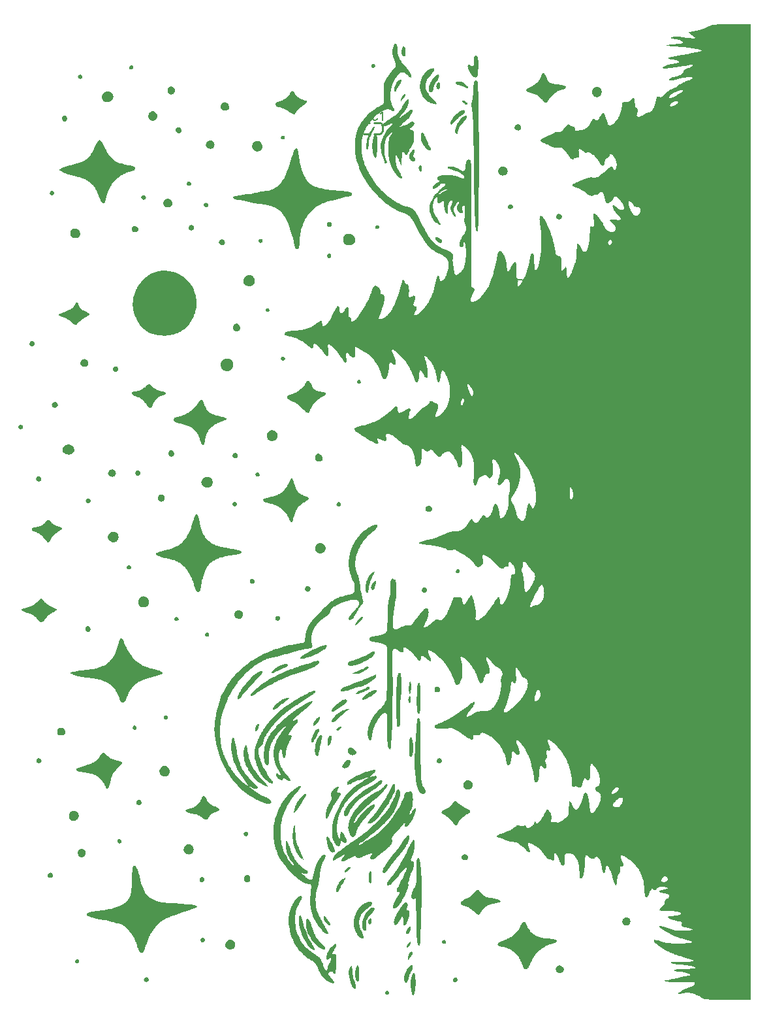
<source format=gto>
G04 Layer: TopSilkscreenLayer*
G04 EasyEDA v6.5.50, 2025-07-25 16:42:57*
G04 3a3b6a04c29d476bbc4f7cc3e832e921,42856f5ad3ae403ab08d0c24e8ee34dd,10*
G04 Gerber Generator version 0.2*
G04 Scale: 100 percent, Rotated: No, Reflected: No *
G04 Dimensions in inches *
G04 leading zeros omitted , absolute positions ,3 integer and 6 decimal *
%FSLAX36Y36*%
%MOIN*%

%ADD10C,0.0060*%
%ADD11C,0.0100*%
%ADD12C,0.0177*%

%LPD*%
G36*
X3753600Y2561220D02*
G01*
X3723180Y2561080D01*
X3697240Y2560760D01*
X3677420Y2560320D01*
X3670320Y2560059D01*
X3665400Y2559780D01*
X3662820Y2559480D01*
X3662500Y2559340D01*
X3662300Y2558960D01*
X3660880Y2557860D01*
X3658200Y2556300D01*
X3654460Y2554380D01*
X3649900Y2552220D01*
X3639040Y2547460D01*
X3633140Y2545040D01*
X3627200Y2542720D01*
X3621420Y2540600D01*
X3597140Y2532080D01*
X3593140Y2530960D01*
X3588100Y2529740D01*
X3582340Y2528500D01*
X3576160Y2527320D01*
X3569840Y2526220D01*
X3561980Y2525020D01*
X3554100Y2523700D01*
X3548300Y2522520D01*
X3544480Y2521440D01*
X3543260Y2520940D01*
X3542480Y2520440D01*
X3542160Y2519960D01*
X3542220Y2519500D01*
X3543180Y2518680D01*
X3560260Y2505940D01*
X3570880Y2498340D01*
X3574640Y2495820D01*
X3576760Y2494520D01*
X3577400Y2494000D01*
X3577840Y2493520D01*
X3578060Y2493060D01*
X3578060Y2492660D01*
X3577860Y2492280D01*
X3577460Y2491920D01*
X3576100Y2491340D01*
X3574020Y2490900D01*
X3571259Y2490580D01*
X3567919Y2490400D01*
X3564020Y2490360D01*
X3559600Y2490460D01*
X3554740Y2490680D01*
X3543840Y2491520D01*
X3531780Y2492880D01*
X3518940Y2494760D01*
X3506240Y2496960D01*
X3500200Y2497760D01*
X3493780Y2498340D01*
X3487220Y2498680D01*
X3480720Y2498800D01*
X3474500Y2498700D01*
X3468800Y2498400D01*
X3463800Y2497860D01*
X3459740Y2497140D01*
X3458120Y2496700D01*
X3456820Y2496200D01*
X3455860Y2495660D01*
X3454500Y2494580D01*
X3453500Y2493620D01*
X3452940Y2492740D01*
X3452780Y2491980D01*
X3453080Y2491280D01*
X3453860Y2490640D01*
X3455120Y2490060D01*
X3456900Y2489500D01*
X3459220Y2488980D01*
X3465539Y2487940D01*
X3472760Y2486980D01*
X3479160Y2485860D01*
X3485500Y2484440D01*
X3491640Y2482800D01*
X3497380Y2480980D01*
X3502600Y2479060D01*
X3507100Y2477100D01*
X3510700Y2475160D01*
X3512140Y2474220D01*
X3513279Y2473280D01*
X3514140Y2472400D01*
X3514660Y2471560D01*
X3514840Y2470760D01*
X3514780Y2469800D01*
X3514620Y2468920D01*
X3514300Y2468100D01*
X3513840Y2467360D01*
X3513220Y2466660D01*
X3512400Y2466000D01*
X3511360Y2465400D01*
X3508580Y2464340D01*
X3504720Y2463400D01*
X3499620Y2462580D01*
X3493159Y2461800D01*
X3485160Y2461060D01*
X3466460Y2459680D01*
X3454060Y2458680D01*
X3444240Y2457660D01*
X3440299Y2457160D01*
X3434300Y2456140D01*
X3432260Y2455620D01*
X3430880Y2455120D01*
X3430120Y2454620D01*
X3429980Y2454360D01*
X3430000Y2454120D01*
X3430179Y2453860D01*
X3431040Y2453380D01*
X3432520Y2452900D01*
X3434660Y2452420D01*
X3437420Y2451940D01*
X3444900Y2451020D01*
X3454920Y2450140D01*
X3482700Y2448340D01*
X3497460Y2447240D01*
X3511720Y2446020D01*
X3525400Y2444680D01*
X3538380Y2443260D01*
X3550600Y2441760D01*
X3561920Y2440200D01*
X3572280Y2438600D01*
X3581560Y2436960D01*
X3589680Y2435320D01*
X3596540Y2433660D01*
X3602040Y2432020D01*
X3604240Y2431200D01*
X3606080Y2430400D01*
X3607520Y2429600D01*
X3608580Y2428820D01*
X3609220Y2428060D01*
X3609440Y2427300D01*
X3609260Y2426880D01*
X3608720Y2426400D01*
X3607820Y2425880D01*
X3605000Y2424700D01*
X3600840Y2423360D01*
X3595340Y2421840D01*
X3588600Y2420180D01*
X3580600Y2418380D01*
X3561060Y2414360D01*
X3537040Y2409860D01*
X3508860Y2404940D01*
X3461500Y2397160D01*
X3455620Y2396020D01*
X3450640Y2394900D01*
X3446520Y2393760D01*
X3443300Y2392660D01*
X3442000Y2392100D01*
X3440100Y2391000D01*
X3439480Y2390460D01*
X3439080Y2389900D01*
X3438880Y2389360D01*
X3438920Y2388840D01*
X3439180Y2388300D01*
X3439660Y2387780D01*
X3440360Y2387240D01*
X3441280Y2386720D01*
X3443780Y2385700D01*
X3447160Y2384700D01*
X3451420Y2383700D01*
X3456560Y2382740D01*
X3462600Y2381800D01*
X3469060Y2380920D01*
X3474740Y2380000D01*
X3479680Y2379000D01*
X3483920Y2377960D01*
X3487460Y2376860D01*
X3490280Y2375720D01*
X3492380Y2374540D01*
X3493180Y2373920D01*
X3493800Y2373320D01*
X3494240Y2372700D01*
X3494500Y2372060D01*
X3494600Y2371440D01*
X3494520Y2370800D01*
X3494280Y2370180D01*
X3493860Y2369540D01*
X3493260Y2368900D01*
X3492500Y2368260D01*
X3490440Y2366980D01*
X3487720Y2365700D01*
X3484320Y2364460D01*
X3480240Y2363220D01*
X3475500Y2362020D01*
X3470100Y2360860D01*
X3464020Y2359740D01*
X3457300Y2358660D01*
X3450820Y2357720D01*
X3445160Y2356720D01*
X3439820Y2355580D01*
X3435020Y2354340D01*
X3431040Y2353100D01*
X3428120Y2351900D01*
X3424620Y2349700D01*
X3421980Y2348160D01*
X3419560Y2346880D01*
X3415380Y2345060D01*
X3413660Y2343940D01*
X3412460Y2342720D01*
X3411780Y2341480D01*
X3411580Y2340240D01*
X3411840Y2339080D01*
X3412559Y2338020D01*
X3413700Y2337120D01*
X3415240Y2336420D01*
X3417180Y2335980D01*
X3419460Y2335820D01*
X3422100Y2336020D01*
X3430720Y2337100D01*
X3442900Y2338500D01*
X3456000Y2339880D01*
X3468720Y2341340D01*
X3479920Y2342900D01*
X3484180Y2343620D01*
X3491180Y2345120D01*
X3496240Y2346060D01*
X3501640Y2346940D01*
X3510539Y2348160D01*
X3520779Y2349740D01*
X3544580Y2353840D01*
X3550000Y2354560D01*
X3554580Y2354940D01*
X3558320Y2355000D01*
X3561220Y2354780D01*
X3562340Y2354560D01*
X3563279Y2354260D01*
X3563980Y2353900D01*
X3564500Y2353460D01*
X3564780Y2352980D01*
X3564880Y2352420D01*
X3564740Y2351800D01*
X3564420Y2351140D01*
X3563880Y2350400D01*
X3562160Y2348780D01*
X3559600Y2346960D01*
X3556220Y2344960D01*
X3552000Y2342760D01*
X3546940Y2340420D01*
X3541040Y2337920D01*
X3533600Y2334980D01*
X3527080Y2332280D01*
X3524640Y2331140D01*
X3522679Y2330100D01*
X3521139Y2329100D01*
X3519960Y2328120D01*
X3519080Y2327100D01*
X3518480Y2326020D01*
X3518060Y2324820D01*
X3517780Y2323480D01*
X3517340Y2320380D01*
X3516880Y2318860D01*
X3516240Y2317320D01*
X3515419Y2315820D01*
X3514420Y2314320D01*
X3513240Y2312840D01*
X3511920Y2311380D01*
X3510419Y2309960D01*
X3508759Y2308560D01*
X3505020Y2305860D01*
X3502960Y2304580D01*
X3500760Y2303340D01*
X3496000Y2301020D01*
X3490800Y2298920D01*
X3485200Y2297060D01*
X3482280Y2296240D01*
X3476180Y2294820D01*
X3467180Y2293300D01*
X3464600Y2292760D01*
X3459640Y2291420D01*
X3455080Y2289760D01*
X3453000Y2288840D01*
X3449300Y2286900D01*
X3447700Y2285880D01*
X3446300Y2284860D01*
X3445100Y2283820D01*
X3444120Y2282800D01*
X3443380Y2281780D01*
X3442900Y2280800D01*
X3442660Y2279860D01*
X3442720Y2278960D01*
X3443080Y2278120D01*
X3443759Y2277360D01*
X3444740Y2276660D01*
X3445899Y2276200D01*
X3447440Y2275860D01*
X3449340Y2275620D01*
X3451520Y2275500D01*
X3456580Y2275580D01*
X3462300Y2276060D01*
X3468279Y2276860D01*
X3474180Y2277980D01*
X3476980Y2278640D01*
X3482060Y2280160D01*
X3485960Y2281660D01*
X3489860Y2282980D01*
X3494320Y2284240D01*
X3499220Y2285440D01*
X3504500Y2286560D01*
X3510040Y2287580D01*
X3515779Y2288520D01*
X3527380Y2290060D01*
X3533080Y2290640D01*
X3538600Y2291100D01*
X3543800Y2291400D01*
X3548639Y2291560D01*
X3553000Y2291540D01*
X3556800Y2291360D01*
X3559940Y2291000D01*
X3562320Y2290440D01*
X3563200Y2290080D01*
X3563860Y2289680D01*
X3564280Y2289220D01*
X3564520Y2288580D01*
X3564480Y2287920D01*
X3564180Y2287200D01*
X3563600Y2286440D01*
X3562740Y2285620D01*
X3561620Y2284760D01*
X3560200Y2283840D01*
X3556540Y2281860D01*
X3551760Y2279660D01*
X3545820Y2277240D01*
X3538720Y2274580D01*
X3532640Y2272420D01*
X3528440Y2270800D01*
X3524220Y2269020D01*
X3519960Y2267080D01*
X3515659Y2264940D01*
X3511259Y2262600D01*
X3506760Y2260060D01*
X3497380Y2254320D01*
X3487040Y2247440D01*
X3481460Y2243820D01*
X3476160Y2240520D01*
X3471139Y2237600D01*
X3466480Y2235080D01*
X3462240Y2232960D01*
X3458460Y2231300D01*
X3455179Y2230100D01*
X3451940Y2229220D01*
X3448660Y2228140D01*
X3445600Y2226800D01*
X3442600Y2225040D01*
X3439440Y2222720D01*
X3435960Y2219720D01*
X3431940Y2215880D01*
X3427180Y2211080D01*
X3415700Y2199220D01*
X3411300Y2195120D01*
X3409440Y2193600D01*
X3407720Y2192380D01*
X3406139Y2191460D01*
X3404762Y2190880D01*
X3445400Y2190880D01*
X3445620Y2192740D01*
X3446100Y2194660D01*
X3446820Y2196580D01*
X3447780Y2198440D01*
X3448980Y2200160D01*
X3450360Y2201700D01*
X3451960Y2203000D01*
X3456720Y2206080D01*
X3461880Y2209080D01*
X3467300Y2211960D01*
X3472900Y2214680D01*
X3478580Y2217200D01*
X3484220Y2219500D01*
X3489720Y2221520D01*
X3494960Y2223240D01*
X3499880Y2224640D01*
X3504320Y2225640D01*
X3508220Y2226240D01*
X3509940Y2226380D01*
X3511460Y2226380D01*
X3512799Y2226280D01*
X3513940Y2226040D01*
X3514840Y2225680D01*
X3515539Y2225180D01*
X3515680Y2224180D01*
X3515000Y2222560D01*
X3513680Y2220560D01*
X3511920Y2218420D01*
X3509940Y2216340D01*
X3507919Y2214580D01*
X3506080Y2213340D01*
X3503880Y2212660D01*
X3500880Y2211180D01*
X3496280Y2208560D01*
X3490659Y2205100D01*
X3484280Y2201000D01*
X3477679Y2196980D01*
X3471380Y2193380D01*
X3465500Y2190300D01*
X3460220Y2187780D01*
X3455680Y2185920D01*
X3453740Y2185260D01*
X3452020Y2184780D01*
X3450560Y2184500D01*
X3449380Y2184420D01*
X3448500Y2184540D01*
X3447280Y2185220D01*
X3446360Y2186240D01*
X3445760Y2187560D01*
X3445440Y2189140D01*
X3445400Y2190880D01*
X3404762Y2190880D01*
X3403140Y2190420D01*
X3401680Y2190260D01*
X3400160Y2190320D01*
X3398560Y2190580D01*
X3396820Y2191000D01*
X3390980Y2192900D01*
X3389280Y2193320D01*
X3387740Y2193560D01*
X3386360Y2193580D01*
X3385100Y2193360D01*
X3383960Y2192880D01*
X3382900Y2192140D01*
X3381940Y2191100D01*
X3381040Y2189720D01*
X3380179Y2188020D01*
X3379360Y2185960D01*
X3377780Y2180680D01*
X3376139Y2173740D01*
X3374520Y2166160D01*
X3372960Y2159620D01*
X3371240Y2153440D01*
X3369585Y2148220D01*
X3448060Y2148220D01*
X3448500Y2150400D01*
X3449640Y2153040D01*
X3451500Y2156160D01*
X3452740Y2157780D01*
X3454320Y2159340D01*
X3456139Y2160840D01*
X3458200Y2162240D01*
X3460460Y2163580D01*
X3462860Y2164820D01*
X3465380Y2165940D01*
X3467960Y2166940D01*
X3470580Y2167820D01*
X3473180Y2168540D01*
X3475720Y2169140D01*
X3478159Y2169560D01*
X3480480Y2169800D01*
X3482620Y2169880D01*
X3484540Y2169740D01*
X3486200Y2169420D01*
X3487559Y2168880D01*
X3488580Y2168120D01*
X3489220Y2167120D01*
X3489460Y2165880D01*
X3489300Y2164500D01*
X3488900Y2163080D01*
X3488240Y2161620D01*
X3487340Y2160140D01*
X3486240Y2158640D01*
X3484940Y2157140D01*
X3483460Y2155660D01*
X3481840Y2154220D01*
X3480059Y2152800D01*
X3478180Y2151440D01*
X3476200Y2150160D01*
X3474120Y2148940D01*
X3472000Y2147820D01*
X3469820Y2146800D01*
X3467640Y2145920D01*
X3465440Y2145140D01*
X3463240Y2144520D01*
X3461100Y2144060D01*
X3458980Y2143760D01*
X3456960Y2143660D01*
X3453680Y2143800D01*
X3451160Y2144300D01*
X3449380Y2145200D01*
X3448360Y2146500D01*
X3448060Y2148220D01*
X3369585Y2148220D01*
X3368420Y2144900D01*
X3366380Y2139720D01*
X3364220Y2134920D01*
X3361940Y2130560D01*
X3360779Y2128520D01*
X3358340Y2124800D01*
X3357080Y2123080D01*
X3354500Y2120020D01*
X3351820Y2117380D01*
X3349060Y2115220D01*
X3347640Y2114300D01*
X3344760Y2112840D01*
X3343279Y2112280D01*
X3341800Y2111840D01*
X3338759Y2111340D01*
X3335460Y2111180D01*
X3333519Y2110900D01*
X3331500Y2110460D01*
X3329460Y2109880D01*
X3327420Y2109180D01*
X3325500Y2108380D01*
X3323720Y2107500D01*
X3322180Y2106560D01*
X3316340Y2102700D01*
X3310880Y2099380D01*
X3305820Y2096560D01*
X3301180Y2094259D01*
X3296940Y2092480D01*
X3293140Y2091220D01*
X3289760Y2090480D01*
X3288240Y2090300D01*
X3286820Y2090260D01*
X3285539Y2090340D01*
X3284360Y2090560D01*
X3283279Y2090900D01*
X3282340Y2091360D01*
X3281500Y2091960D01*
X3280800Y2092680D01*
X3280200Y2093540D01*
X3279740Y2094520D01*
X3279400Y2095640D01*
X3279180Y2096879D01*
X3279080Y2098260D01*
X3279120Y2099760D01*
X3279280Y2101380D01*
X3279560Y2103140D01*
X3279980Y2105040D01*
X3281480Y2110320D01*
X3282919Y2116080D01*
X3283420Y2118580D01*
X3283759Y2120860D01*
X3283960Y2122960D01*
X3283980Y2124880D01*
X3283840Y2126640D01*
X3283540Y2128260D01*
X3283080Y2129780D01*
X3282440Y2131200D01*
X3281620Y2132540D01*
X3280640Y2133840D01*
X3279480Y2135100D01*
X3278140Y2136360D01*
X3273460Y2140180D01*
X3272280Y2141340D01*
X3271340Y2142520D01*
X3270620Y2143820D01*
X3270059Y2145320D01*
X3269660Y2147140D01*
X3269400Y2149340D01*
X3269220Y2152000D01*
X3269060Y2167400D01*
X3268780Y2173680D01*
X3268500Y2176340D01*
X3268140Y2178640D01*
X3267679Y2180620D01*
X3267120Y2182280D01*
X3266460Y2183620D01*
X3265680Y2184640D01*
X3264780Y2185340D01*
X3263759Y2185740D01*
X3262620Y2185820D01*
X3261340Y2185580D01*
X3259920Y2185060D01*
X3258340Y2184220D01*
X3256620Y2183100D01*
X3254740Y2181680D01*
X3250500Y2177980D01*
X3245899Y2173520D01*
X3242220Y2170200D01*
X3240640Y2168980D01*
X3239140Y2168020D01*
X3237640Y2167300D01*
X3236080Y2166780D01*
X3234400Y2166420D01*
X3232500Y2166220D01*
X3227799Y2166140D01*
X3221220Y2166220D01*
X3217919Y2166040D01*
X3215000Y2165660D01*
X3212440Y2165080D01*
X3210220Y2164300D01*
X3208320Y2163300D01*
X3206760Y2162080D01*
X3205500Y2160620D01*
X3204540Y2158920D01*
X3203860Y2156980D01*
X3203480Y2154780D01*
X3203340Y2152340D01*
X3203240Y2147660D01*
X3202940Y2142960D01*
X3202440Y2138240D01*
X3201760Y2133500D01*
X3200880Y2128760D01*
X3199820Y2124020D01*
X3198580Y2119300D01*
X3197180Y2114620D01*
X3195600Y2109960D01*
X3193840Y2105340D01*
X3191940Y2100780D01*
X3189880Y2096279D01*
X3187660Y2091860D01*
X3185280Y2087520D01*
X3182760Y2083280D01*
X3180120Y2079139D01*
X3177320Y2075100D01*
X3174400Y2071200D01*
X3171340Y2067420D01*
X3168159Y2063779D01*
X3164880Y2060300D01*
X3161460Y2056980D01*
X3159400Y2055120D01*
X3157360Y2053460D01*
X3155320Y2051980D01*
X3153340Y2050700D01*
X3151380Y2049580D01*
X3149480Y2048660D01*
X3147620Y2047900D01*
X3145800Y2047340D01*
X3144060Y2046940D01*
X3142400Y2046740D01*
X3140779Y2046699D01*
X3139260Y2046840D01*
X3137840Y2047140D01*
X3136500Y2047640D01*
X3135240Y2048300D01*
X3134100Y2049139D01*
X3133080Y2050140D01*
X3132180Y2051300D01*
X3131380Y2052660D01*
X3130720Y2054160D01*
X3130200Y2055840D01*
X3129820Y2057680D01*
X3129600Y2059700D01*
X3129420Y2062780D01*
X3128700Y2065740D01*
X3127400Y2069920D01*
X3125659Y2074980D01*
X3121340Y2086339D01*
X3119020Y2091980D01*
X3116800Y2097100D01*
X3114800Y2101400D01*
X3113140Y2104520D01*
X3112500Y2105520D01*
X3111540Y2106600D01*
X3110520Y2107380D01*
X3109400Y2107840D01*
X3108220Y2108000D01*
X3106960Y2107880D01*
X3105640Y2107460D01*
X3104260Y2106760D01*
X3102840Y2105780D01*
X3101360Y2104520D01*
X3099860Y2103000D01*
X3098320Y2101200D01*
X3096760Y2099160D01*
X3095179Y2096860D01*
X3093600Y2094300D01*
X3092000Y2091500D01*
X3088980Y2085760D01*
X3087540Y2083300D01*
X3086080Y2081100D01*
X3084620Y2079139D01*
X3083159Y2077420D01*
X3081700Y2075980D01*
X3080220Y2074760D01*
X3078759Y2073820D01*
X3077300Y2073120D01*
X3075840Y2072660D01*
X3074400Y2072480D01*
X3072960Y2072540D01*
X3071540Y2072880D01*
X3070120Y2073460D01*
X3068720Y2074319D01*
X3065760Y2076740D01*
X3064240Y2077800D01*
X3062760Y2078620D01*
X3061320Y2079160D01*
X3059900Y2079460D01*
X3058519Y2079480D01*
X3057180Y2079220D01*
X3055840Y2078700D01*
X3054520Y2077920D01*
X3053200Y2076860D01*
X3051900Y2075520D01*
X3050600Y2073899D01*
X3049280Y2072000D01*
X3047960Y2069800D01*
X3046620Y2067340D01*
X3044000Y2061940D01*
X3041480Y2057000D01*
X3038960Y2052480D01*
X3036380Y2048380D01*
X3033720Y2044640D01*
X3030960Y2041260D01*
X3028039Y2038200D01*
X3024940Y2035440D01*
X3021600Y2032960D01*
X3018000Y2030700D01*
X3014120Y2028660D01*
X3009900Y2026819D01*
X3005299Y2025140D01*
X3000320Y2023580D01*
X2994880Y2022140D01*
X2988980Y2020780D01*
X2981139Y2019199D01*
X2977140Y2018480D01*
X2973780Y2017980D01*
X2971019Y2017740D01*
X2968780Y2017720D01*
X2967020Y2017980D01*
X2965680Y2018520D01*
X2964700Y2019340D01*
X2964040Y2020480D01*
X2963639Y2021940D01*
X2963440Y2023740D01*
X2963279Y2029500D01*
X2962919Y2032500D01*
X2962300Y2034900D01*
X2961380Y2036780D01*
X2960120Y2038160D01*
X2958519Y2039079D01*
X2956500Y2039600D01*
X2952640Y2039880D01*
X2951019Y2040220D01*
X2949280Y2040760D01*
X2947480Y2041459D01*
X2945680Y2042320D01*
X2943900Y2043300D01*
X2942240Y2044379D01*
X2938780Y2047120D01*
X2936960Y2048440D01*
X2935240Y2049500D01*
X2933620Y2050280D01*
X2932060Y2050780D01*
X2930520Y2050980D01*
X2929000Y2050880D01*
X2927460Y2050460D01*
X2925880Y2049700D01*
X2924240Y2048620D01*
X2922500Y2047200D01*
X2920640Y2045420D01*
X2918639Y2043280D01*
X2914100Y2037880D01*
X2908800Y2031140D01*
X2903980Y2025300D01*
X2899840Y2020780D01*
X2897940Y2018980D01*
X2896160Y2017440D01*
X2894420Y2016180D01*
X2892740Y2015140D01*
X2891080Y2014360D01*
X2889420Y2013779D01*
X2887740Y2013400D01*
X2886000Y2013220D01*
X2884180Y2013180D01*
X2882260Y2013320D01*
X2878140Y2013800D01*
X2876040Y2013860D01*
X2873940Y2013720D01*
X2871840Y2013400D01*
X2869680Y2012880D01*
X2867500Y2012180D01*
X2865240Y2011279D01*
X2847840Y2002760D01*
X2824540Y1991720D01*
X2804380Y1982400D01*
X2795680Y1978640D01*
X2793840Y1977640D01*
X2792260Y1976560D01*
X2790960Y1975420D01*
X2789940Y1974199D01*
X2789180Y1972940D01*
X2788680Y1971639D01*
X2788440Y1970300D01*
X2788460Y1968940D01*
X2788740Y1967580D01*
X2789280Y1966220D01*
X2790059Y1964840D01*
X2791080Y1963500D01*
X2792340Y1962180D01*
X2793860Y1960900D01*
X2795600Y1959680D01*
X2797600Y1958500D01*
X2799820Y1957380D01*
X2802260Y1956339D01*
X2807500Y1954540D01*
X2812980Y1952520D01*
X2818399Y1950340D01*
X2823080Y1948260D01*
X2835260Y1942160D01*
X2841240Y1939319D01*
X2846620Y1936960D01*
X2851520Y1935060D01*
X2856019Y1933560D01*
X2860220Y1932480D01*
X2864240Y1931759D01*
X2868180Y1931380D01*
X2872120Y1931339D01*
X2876180Y1931579D01*
X2880460Y1932080D01*
X2884380Y1932640D01*
X2886060Y1932740D01*
X2887720Y1932720D01*
X2889380Y1932580D01*
X2891040Y1932320D01*
X2892700Y1931940D01*
X2894360Y1931440D01*
X2896019Y1930820D01*
X2899360Y1929199D01*
X2901040Y1928200D01*
X2904420Y1925800D01*
X2907880Y1922900D01*
X2911380Y1919440D01*
X2914980Y1915460D01*
X2918639Y1910940D01*
X2922440Y1905840D01*
X2926640Y1899800D01*
X2930980Y1893779D01*
X2935020Y1888460D01*
X2938759Y1883839D01*
X2942200Y1879940D01*
X2945320Y1876759D01*
X2948120Y1874280D01*
X2950600Y1872520D01*
X2951720Y1871920D01*
X2952760Y1871500D01*
X2953720Y1871240D01*
X2954600Y1871180D01*
X2955380Y1871300D01*
X2956100Y1871600D01*
X2956720Y1872080D01*
X2957260Y1872760D01*
X2957720Y1873600D01*
X2958100Y1874640D01*
X2958380Y1875860D01*
X2958700Y1878839D01*
X2959640Y1879500D01*
X2962160Y1880060D01*
X2965860Y1880440D01*
X2973060Y1880640D01*
X2975460Y1880840D01*
X2977580Y1881220D01*
X2979460Y1881759D01*
X2981060Y1882500D01*
X2982420Y1883440D01*
X2983519Y1884600D01*
X2984400Y1886020D01*
X2985040Y1887680D01*
X2985460Y1889600D01*
X2985680Y1891819D01*
X2985680Y1894340D01*
X2985500Y1897200D01*
X2985120Y1900360D01*
X2982960Y1912880D01*
X2982660Y1915100D01*
X2982420Y1918899D01*
X2982480Y1920480D01*
X2982660Y1921840D01*
X2982940Y1923020D01*
X2983360Y1923959D01*
X2983920Y1924700D01*
X2984600Y1925240D01*
X2985400Y1925580D01*
X2986340Y1925700D01*
X2987440Y1925600D01*
X2988660Y1925320D01*
X2990040Y1924820D01*
X2991560Y1924120D01*
X2995059Y1922120D01*
X2999180Y1919319D01*
X3003940Y1915720D01*
X3009680Y1911160D01*
X3012200Y1909319D01*
X3014320Y1908020D01*
X3016240Y1907260D01*
X3018120Y1906940D01*
X3020140Y1907020D01*
X3022520Y1907440D01*
X3026780Y1908480D01*
X3028220Y1908640D01*
X3029740Y1908660D01*
X3031300Y1908560D01*
X3032919Y1908340D01*
X3034600Y1908000D01*
X3036340Y1907540D01*
X3039920Y1906279D01*
X3043639Y1904600D01*
X3047480Y1902500D01*
X3051400Y1900020D01*
X3055360Y1897180D01*
X3059360Y1894019D01*
X3063320Y1890560D01*
X3067240Y1886819D01*
X3071080Y1882820D01*
X3074800Y1878600D01*
X3078380Y1874160D01*
X3081780Y1869560D01*
X3084980Y1864820D01*
X3087919Y1859940D01*
X3090820Y1854720D01*
X3092320Y1852240D01*
X3093800Y1850000D01*
X3095260Y1847980D01*
X3096700Y1846220D01*
X3098100Y1844680D01*
X3099480Y1843380D01*
X3100800Y1842320D01*
X3102100Y1841500D01*
X3103360Y1840920D01*
X3104580Y1840580D01*
X3105760Y1840480D01*
X3106880Y1840620D01*
X3107960Y1840980D01*
X3108980Y1841600D01*
X3109940Y1842440D01*
X3110860Y1843540D01*
X3111700Y1844860D01*
X3112480Y1846420D01*
X3113200Y1848220D01*
X3113860Y1850260D01*
X3114940Y1855040D01*
X3116400Y1864500D01*
X3116940Y1867160D01*
X3117559Y1869440D01*
X3118279Y1871360D01*
X3119120Y1873000D01*
X3120120Y1874400D01*
X3121300Y1875620D01*
X3122700Y1876699D01*
X3124360Y1877700D01*
X3126300Y1878660D01*
X3130640Y1880600D01*
X3132400Y1881639D01*
X3133900Y1882780D01*
X3135179Y1884100D01*
X3136240Y1885640D01*
X3137180Y1887460D01*
X3137980Y1889600D01*
X3139220Y1893620D01*
X3139760Y1894980D01*
X3140380Y1896140D01*
X3141060Y1897120D01*
X3141780Y1897940D01*
X3142580Y1898580D01*
X3143440Y1899060D01*
X3144320Y1899400D01*
X3145260Y1899580D01*
X3146240Y1899600D01*
X3147260Y1899480D01*
X3148320Y1899220D01*
X3149400Y1898839D01*
X3151620Y1897680D01*
X3153940Y1896040D01*
X3156280Y1893959D01*
X3158620Y1891480D01*
X3160960Y1888640D01*
X3163220Y1885460D01*
X3165419Y1882000D01*
X3167500Y1878280D01*
X3169420Y1874360D01*
X3171180Y1870260D01*
X3172720Y1866000D01*
X3174020Y1861660D01*
X3175059Y1857260D01*
X3175800Y1852820D01*
X3176200Y1848420D01*
X3176259Y1846220D01*
X3176220Y1843720D01*
X3176060Y1841260D01*
X3175779Y1838839D01*
X3175400Y1836459D01*
X3174360Y1831940D01*
X3173020Y1827820D01*
X3171460Y1824180D01*
X3169740Y1821160D01*
X3168840Y1819920D01*
X3167940Y1818880D01*
X3167020Y1818040D01*
X3166120Y1817420D01*
X3165240Y1817040D01*
X3164400Y1816920D01*
X3163580Y1817080D01*
X3162820Y1817500D01*
X3162100Y1818220D01*
X3161460Y1819259D01*
X3160880Y1820620D01*
X3159720Y1824920D01*
X3159000Y1827260D01*
X3158220Y1829300D01*
X3157400Y1831080D01*
X3156480Y1832580D01*
X3155500Y1833800D01*
X3154440Y1834740D01*
X3153260Y1835400D01*
X3151980Y1835780D01*
X3150600Y1835880D01*
X3149100Y1835700D01*
X3147460Y1835240D01*
X3145680Y1834500D01*
X3143759Y1833480D01*
X3141700Y1832180D01*
X3139460Y1830580D01*
X3137040Y1828720D01*
X3131680Y1824139D01*
X3120400Y1813920D01*
X3115100Y1809300D01*
X3109980Y1805020D01*
X3105040Y1801040D01*
X3100280Y1797400D01*
X3095700Y1794060D01*
X3091300Y1791040D01*
X3087080Y1788360D01*
X3083020Y1785980D01*
X3079160Y1783920D01*
X3075460Y1782200D01*
X3071940Y1780780D01*
X3068580Y1779680D01*
X3065419Y1778880D01*
X3062400Y1778420D01*
X3059580Y1778260D01*
X3056920Y1778420D01*
X3054440Y1778899D01*
X3052120Y1779700D01*
X3049880Y1780800D01*
X3047720Y1781660D01*
X3046640Y1781920D01*
X3045500Y1782040D01*
X3044240Y1782060D01*
X3042840Y1781900D01*
X3041240Y1781600D01*
X3037260Y1780500D01*
X3031960Y1778660D01*
X3004500Y1767920D01*
X2986400Y1761000D01*
X2981980Y1759420D01*
X2974980Y1757140D01*
X2968860Y1754900D01*
X2963580Y1752680D01*
X2959180Y1750480D01*
X2957300Y1749420D01*
X2954200Y1747300D01*
X2952980Y1746260D01*
X2951960Y1745220D01*
X2951180Y1744220D01*
X2950600Y1743220D01*
X2950260Y1742240D01*
X2950120Y1741279D01*
X2950220Y1740320D01*
X2950539Y1739400D01*
X2951060Y1738500D01*
X2951820Y1737600D01*
X2952799Y1736720D01*
X2954000Y1735880D01*
X2955440Y1735040D01*
X2957080Y1734240D01*
X2961060Y1732700D01*
X2969380Y1730020D01*
X2973440Y1728520D01*
X2977559Y1726860D01*
X2981720Y1725040D01*
X2985920Y1723080D01*
X2990140Y1720960D01*
X2994400Y1718700D01*
X2998680Y1716279D01*
X3002960Y1713740D01*
X3007260Y1711060D01*
X3011540Y1708260D01*
X3020100Y1702260D01*
X3025740Y1698100D01*
X3029060Y1695780D01*
X3032200Y1693720D01*
X3035140Y1691940D01*
X3037880Y1690400D01*
X3040480Y1689139D01*
X3042880Y1688120D01*
X3045140Y1687360D01*
X3047240Y1686840D01*
X3049180Y1686579D01*
X3050960Y1686579D01*
X3052620Y1686819D01*
X3054160Y1687300D01*
X3055539Y1688040D01*
X3056820Y1689000D01*
X3057980Y1690220D01*
X3059920Y1691660D01*
X3062940Y1692760D01*
X3066860Y1693440D01*
X3071540Y1693700D01*
X3074720Y1693740D01*
X3077300Y1693920D01*
X3079380Y1694280D01*
X3081080Y1694860D01*
X3082480Y1695740D01*
X3083720Y1696960D01*
X3084900Y1698560D01*
X3087200Y1702340D01*
X3088300Y1703820D01*
X3089440Y1705080D01*
X3090600Y1706120D01*
X3091780Y1706940D01*
X3092980Y1707540D01*
X3094180Y1707920D01*
X3095419Y1708080D01*
X3096640Y1708040D01*
X3097860Y1707800D01*
X3099100Y1707380D01*
X3100320Y1706740D01*
X3101520Y1705920D01*
X3102720Y1704900D01*
X3103880Y1703700D01*
X3105040Y1702340D01*
X3106160Y1700780D01*
X3107260Y1699060D01*
X3109320Y1695120D01*
X3110299Y1692900D01*
X3112100Y1688000D01*
X3113660Y1682500D01*
X3114360Y1679540D01*
X3114980Y1676440D01*
X3116139Y1669640D01*
X3116880Y1666240D01*
X3117700Y1663060D01*
X3118600Y1660080D01*
X3119580Y1657360D01*
X3120600Y1654900D01*
X3121680Y1652760D01*
X3122780Y1650960D01*
X3123900Y1649500D01*
X3125040Y1648420D01*
X3126180Y1647760D01*
X3127300Y1647520D01*
X3128960Y1647700D01*
X3130840Y1648160D01*
X3132880Y1648920D01*
X3135059Y1649920D01*
X3137300Y1651160D01*
X3139620Y1652580D01*
X3141960Y1654160D01*
X3144280Y1655900D01*
X3146540Y1657740D01*
X3148720Y1659680D01*
X3150760Y1661660D01*
X3152660Y1663680D01*
X3154360Y1665700D01*
X3155820Y1667680D01*
X3157020Y1669620D01*
X3159740Y1675480D01*
X3160680Y1677200D01*
X3161660Y1678740D01*
X3162660Y1680080D01*
X3163700Y1681260D01*
X3164760Y1682220D01*
X3165880Y1683000D01*
X3167020Y1683580D01*
X3168220Y1683980D01*
X3169460Y1684180D01*
X3170740Y1684180D01*
X3172080Y1684000D01*
X3173480Y1683600D01*
X3174920Y1683020D01*
X3176440Y1682220D01*
X3178020Y1681240D01*
X3179680Y1680060D01*
X3183180Y1677060D01*
X3185040Y1675280D01*
X3189020Y1671060D01*
X3193320Y1666020D01*
X3197980Y1660140D01*
X3202080Y1654660D01*
X3204310Y1651420D01*
X3236740Y1651420D01*
X3236860Y1652840D01*
X3237420Y1655400D01*
X3237880Y1658060D01*
X3237960Y1659040D01*
X3238159Y1659960D01*
X3238740Y1660480D01*
X3239640Y1660620D01*
X3240820Y1660400D01*
X3242240Y1659860D01*
X3243840Y1659019D01*
X3245580Y1657900D01*
X3247420Y1656540D01*
X3249320Y1654980D01*
X3251200Y1653220D01*
X3253060Y1651279D01*
X3261840Y1640620D01*
X3265480Y1636480D01*
X3268560Y1633480D01*
X3269940Y1632320D01*
X3271280Y1631380D01*
X3272559Y1630640D01*
X3273840Y1630080D01*
X3275160Y1629640D01*
X3277919Y1629160D01*
X3284220Y1628959D01*
X3286900Y1628760D01*
X3289180Y1628400D01*
X3291080Y1627820D01*
X3292640Y1627000D01*
X3293880Y1625920D01*
X3294860Y1624520D01*
X3295580Y1622780D01*
X3296080Y1620660D01*
X3296400Y1618100D01*
X3296580Y1615120D01*
X3296620Y1611639D01*
X3296540Y1609259D01*
X3296320Y1606960D01*
X3295940Y1604740D01*
X3295419Y1602620D01*
X3294780Y1600600D01*
X3294000Y1598680D01*
X3293120Y1596879D01*
X3292140Y1595180D01*
X3291060Y1593580D01*
X3289880Y1592120D01*
X3288620Y1590780D01*
X3287280Y1589560D01*
X3285880Y1588480D01*
X3284420Y1587540D01*
X3282900Y1586740D01*
X3281340Y1586100D01*
X3279740Y1585600D01*
X3278120Y1585240D01*
X3276480Y1585060D01*
X3274820Y1585040D01*
X3273159Y1585200D01*
X3271500Y1585520D01*
X3269840Y1586040D01*
X3268200Y1586720D01*
X3266600Y1587600D01*
X3265020Y1588660D01*
X3263500Y1589940D01*
X3262020Y1591399D01*
X3260680Y1592920D01*
X3259320Y1594620D01*
X3256600Y1598520D01*
X3253860Y1602960D01*
X3251180Y1607820D01*
X3248580Y1613000D01*
X3246120Y1618380D01*
X3243840Y1623820D01*
X3241800Y1629220D01*
X3240040Y1634460D01*
X3238600Y1639420D01*
X3237559Y1643980D01*
X3236920Y1648020D01*
X3236760Y1649800D01*
X3236740Y1651420D01*
X3204310Y1651420D01*
X3206320Y1648260D01*
X3208620Y1644240D01*
X3210500Y1640420D01*
X3211980Y1636819D01*
X3213080Y1633440D01*
X3213820Y1630300D01*
X3214180Y1627400D01*
X3214200Y1624780D01*
X3213880Y1622420D01*
X3213240Y1620340D01*
X3212799Y1619400D01*
X3212280Y1618540D01*
X3211040Y1617080D01*
X3209500Y1615920D01*
X3207679Y1615080D01*
X3205600Y1614580D01*
X3203260Y1614440D01*
X3200680Y1614660D01*
X3197880Y1615260D01*
X3194880Y1616240D01*
X3191640Y1617620D01*
X3188240Y1619420D01*
X3184640Y1621620D01*
X3180880Y1624259D01*
X3176980Y1627340D01*
X3169500Y1633820D01*
X3166480Y1636100D01*
X3163860Y1637760D01*
X3161600Y1638800D01*
X3160620Y1639120D01*
X3158920Y1639340D01*
X3158220Y1639240D01*
X3157600Y1639040D01*
X3157080Y1638700D01*
X3156640Y1638260D01*
X3156280Y1637700D01*
X3156019Y1637040D01*
X3155840Y1636279D01*
X3155740Y1634460D01*
X3155980Y1632280D01*
X3156560Y1629780D01*
X3157460Y1627000D01*
X3158680Y1623940D01*
X3160220Y1620680D01*
X3162080Y1617220D01*
X3164220Y1613600D01*
X3166660Y1609880D01*
X3169400Y1606060D01*
X3172420Y1602200D01*
X3175720Y1598320D01*
X3184200Y1589199D01*
X3188320Y1584460D01*
X3191600Y1580240D01*
X3192940Y1578320D01*
X3194060Y1576540D01*
X3194980Y1574860D01*
X3195700Y1573320D01*
X3196200Y1571900D01*
X3196500Y1570580D01*
X3196580Y1569400D01*
X3196460Y1568340D01*
X3196139Y1567380D01*
X3195600Y1566540D01*
X3194840Y1565800D01*
X3193900Y1565180D01*
X3192720Y1564680D01*
X3191340Y1564280D01*
X3189760Y1563980D01*
X3185940Y1563700D01*
X3181300Y1563839D01*
X3175779Y1564379D01*
X3168960Y1565300D01*
X3162160Y1566040D01*
X3156380Y1566380D01*
X3153860Y1566420D01*
X3149560Y1566180D01*
X3147780Y1565920D01*
X3146259Y1565560D01*
X3144980Y1565120D01*
X3143960Y1564580D01*
X3143180Y1563920D01*
X3142660Y1563200D01*
X3142380Y1562360D01*
X3142360Y1561440D01*
X3142580Y1560420D01*
X3143060Y1559300D01*
X3143800Y1558080D01*
X3144780Y1556780D01*
X3146019Y1555380D01*
X3147520Y1553880D01*
X3155980Y1546519D01*
X3160100Y1542420D01*
X3161920Y1540380D01*
X3163580Y1538360D01*
X3165080Y1536360D01*
X3166420Y1534360D01*
X3167600Y1532380D01*
X3168620Y1530440D01*
X3169480Y1528520D01*
X3170179Y1526620D01*
X3170700Y1524740D01*
X3171060Y1522900D01*
X3171259Y1521100D01*
X3171280Y1519340D01*
X3171139Y1517620D01*
X3170820Y1515940D01*
X3170360Y1514300D01*
X3169700Y1512700D01*
X3168880Y1511160D01*
X3167880Y1509680D01*
X3166720Y1508260D01*
X3165380Y1506879D01*
X3163920Y1505660D01*
X3162360Y1504600D01*
X3160720Y1503740D01*
X3158980Y1503040D01*
X3157180Y1502520D01*
X3155320Y1502160D01*
X3153399Y1501960D01*
X3151420Y1501940D01*
X3149400Y1502060D01*
X3147340Y1502360D01*
X3145260Y1502780D01*
X3143159Y1503360D01*
X3141060Y1504100D01*
X3138960Y1504960D01*
X3136840Y1505960D01*
X3134760Y1507100D01*
X3132679Y1508360D01*
X3130640Y1509760D01*
X3128639Y1511260D01*
X3126680Y1512900D01*
X3124760Y1514660D01*
X3122919Y1516519D01*
X3121139Y1518480D01*
X3119440Y1520560D01*
X3117820Y1522740D01*
X3116280Y1525020D01*
X3114860Y1527400D01*
X3109080Y1538480D01*
X3106120Y1543940D01*
X3100260Y1554160D01*
X3094520Y1563420D01*
X3088980Y1571639D01*
X3083700Y1578779D01*
X3081160Y1581940D01*
X3078700Y1584800D01*
X3076340Y1587380D01*
X3074080Y1589680D01*
X3071920Y1591660D01*
X3069880Y1593320D01*
X3067940Y1594680D01*
X3066139Y1595720D01*
X3064460Y1596440D01*
X3062940Y1596819D01*
X3061560Y1596860D01*
X3060320Y1596560D01*
X3059760Y1596279D01*
X3058780Y1595440D01*
X3057980Y1594259D01*
X3057340Y1592720D01*
X3056900Y1590800D01*
X3056640Y1588500D01*
X3056600Y1585820D01*
X3056740Y1582760D01*
X3057120Y1579300D01*
X3058860Y1568300D01*
X3059720Y1561680D01*
X3060299Y1555600D01*
X3060620Y1550100D01*
X3060640Y1545200D01*
X3060400Y1540880D01*
X3059900Y1537180D01*
X3059560Y1535580D01*
X3059140Y1534139D01*
X3058660Y1532860D01*
X3058100Y1531740D01*
X3057500Y1530780D01*
X3056820Y1530000D01*
X3056080Y1529400D01*
X3055280Y1528959D01*
X3054400Y1528700D01*
X3053480Y1528620D01*
X3052480Y1528740D01*
X3051440Y1529019D01*
X3050320Y1529480D01*
X3048060Y1530800D01*
X3047060Y1531300D01*
X3046160Y1531639D01*
X3045340Y1531800D01*
X3044620Y1531759D01*
X3043940Y1531459D01*
X3043360Y1530920D01*
X3042820Y1530100D01*
X3042340Y1528980D01*
X3041920Y1527520D01*
X3041540Y1525720D01*
X3040880Y1520960D01*
X3040340Y1514540D01*
X3039880Y1506240D01*
X3039020Y1486279D01*
X3038180Y1472540D01*
X3037600Y1466060D01*
X3036940Y1459860D01*
X3036200Y1453940D01*
X3035237Y1447540D01*
X3132100Y1447540D01*
X3132559Y1450420D01*
X3133940Y1454400D01*
X3134820Y1456260D01*
X3135920Y1457860D01*
X3137180Y1459180D01*
X3138580Y1460220D01*
X3140080Y1461000D01*
X3141640Y1461500D01*
X3143220Y1461759D01*
X3144800Y1461740D01*
X3146320Y1461480D01*
X3147760Y1460980D01*
X3149080Y1460220D01*
X3150240Y1459199D01*
X3151220Y1457960D01*
X3151940Y1456480D01*
X3152420Y1454740D01*
X3152580Y1452800D01*
X3152420Y1450580D01*
X3151940Y1448440D01*
X3151200Y1446399D01*
X3150240Y1444500D01*
X3149080Y1442740D01*
X3147760Y1441180D01*
X3146320Y1439800D01*
X3144800Y1438660D01*
X3143220Y1437760D01*
X3141640Y1437140D01*
X3140100Y1436840D01*
X3138620Y1436840D01*
X3137260Y1437200D01*
X3136019Y1437940D01*
X3134960Y1439060D01*
X3134140Y1440620D01*
X3132620Y1444640D01*
X3132100Y1447540D01*
X3035237Y1447540D01*
X3034460Y1442940D01*
X3033460Y1437880D01*
X3032400Y1433120D01*
X3031259Y1428660D01*
X3030059Y1424520D01*
X3028800Y1420680D01*
X3027480Y1417180D01*
X3026100Y1414000D01*
X3024680Y1411160D01*
X3023200Y1408660D01*
X3021680Y1406519D01*
X3020100Y1404720D01*
X3018500Y1403280D01*
X3017679Y1402680D01*
X3016019Y1401800D01*
X3014340Y1401260D01*
X3012620Y1401120D01*
X3010880Y1401360D01*
X3009120Y1402000D01*
X3007340Y1403020D01*
X3005560Y1404460D01*
X3003759Y1406279D01*
X3001960Y1408540D01*
X3000140Y1411200D01*
X2998340Y1414300D01*
X2994940Y1421020D01*
X2993320Y1424040D01*
X2991680Y1426860D01*
X2990040Y1429480D01*
X2986780Y1434079D01*
X2985200Y1436040D01*
X2983660Y1437760D01*
X2982180Y1439240D01*
X2980740Y1440460D01*
X2979400Y1441420D01*
X2978140Y1442100D01*
X2976980Y1442520D01*
X2975920Y1442640D01*
X2974980Y1442440D01*
X2974180Y1441960D01*
X2973519Y1441160D01*
X2973020Y1440020D01*
X2972679Y1438560D01*
X2972500Y1436300D01*
X2971720Y1396440D01*
X2971320Y1385220D01*
X2970640Y1375260D01*
X2970179Y1370620D01*
X2969580Y1366120D01*
X2968880Y1361759D01*
X2968060Y1357440D01*
X2967080Y1353120D01*
X2965960Y1348760D01*
X2964680Y1344300D01*
X2961560Y1334900D01*
X2957660Y1324520D01*
X2951520Y1309500D01*
X2948600Y1302700D01*
X2945820Y1296519D01*
X2943220Y1290980D01*
X2940760Y1286060D01*
X2938440Y1281780D01*
X2936300Y1278120D01*
X2934280Y1275080D01*
X2932440Y1272700D01*
X2930740Y1270920D01*
X2929180Y1269780D01*
X2928460Y1269440D01*
X2927780Y1269280D01*
X2927140Y1269260D01*
X2926540Y1269380D01*
X2925960Y1269680D01*
X2925440Y1270140D01*
X2924940Y1270740D01*
X2924480Y1271500D01*
X2923680Y1273500D01*
X2923020Y1276140D01*
X2922500Y1279400D01*
X2922140Y1283280D01*
X2921920Y1287780D01*
X2921740Y1300380D01*
X2921400Y1306900D01*
X2920840Y1312460D01*
X2920080Y1317000D01*
X2919640Y1318880D01*
X2919140Y1320500D01*
X2918600Y1321860D01*
X2918000Y1322940D01*
X2917380Y1323720D01*
X2916720Y1324240D01*
X2916019Y1324480D01*
X2915280Y1324420D01*
X2914500Y1324060D01*
X2913680Y1323420D01*
X2912840Y1322460D01*
X2910340Y1318880D01*
X2908300Y1316380D01*
X2906019Y1313839D01*
X2903620Y1311440D01*
X2901300Y1309300D01*
X2899200Y1307600D01*
X2897460Y1306459D01*
X2896240Y1306040D01*
X2896000Y1306320D01*
X2895760Y1307100D01*
X2895360Y1310080D01*
X2895059Y1314680D01*
X2894860Y1320640D01*
X2894760Y1327660D01*
X2894900Y1343880D01*
X2894820Y1351140D01*
X2894560Y1357340D01*
X2894100Y1362560D01*
X2893780Y1364840D01*
X2893380Y1366920D01*
X2892919Y1368800D01*
X2892400Y1370500D01*
X2891780Y1372020D01*
X2891100Y1373380D01*
X2890320Y1374600D01*
X2889440Y1375680D01*
X2888480Y1376620D01*
X2887420Y1377460D01*
X2886240Y1378200D01*
X2884980Y1378839D01*
X2882080Y1379900D01*
X2875500Y1381519D01*
X2874120Y1381960D01*
X2872840Y1382480D01*
X2871680Y1383080D01*
X2870620Y1383820D01*
X2869660Y1384700D01*
X2868759Y1385740D01*
X2867940Y1386980D01*
X2867160Y1388420D01*
X2866440Y1390120D01*
X2865740Y1392080D01*
X2864400Y1396900D01*
X2863039Y1403080D01*
X2858060Y1430860D01*
X2856180Y1440520D01*
X2854240Y1449480D01*
X2852160Y1458040D01*
X2850440Y1464340D01*
X2847180Y1474960D01*
X2844120Y1483880D01*
X2840580Y1493460D01*
X2836460Y1503959D01*
X2830400Y1518820D01*
X2824800Y1532120D01*
X2820020Y1543120D01*
X2815960Y1551660D01*
X2813960Y1555480D01*
X2809560Y1563060D01*
X2804000Y1571759D01*
X2800880Y1576380D01*
X2799440Y1578220D01*
X2798039Y1579820D01*
X2796680Y1581180D01*
X2795360Y1582280D01*
X2794080Y1583160D01*
X2792860Y1583800D01*
X2791680Y1584199D01*
X2790539Y1584379D01*
X2789480Y1584340D01*
X2788460Y1584100D01*
X2787520Y1583620D01*
X2786640Y1582960D01*
X2785840Y1582080D01*
X2785120Y1581000D01*
X2784480Y1579740D01*
X2783900Y1578280D01*
X2783420Y1576660D01*
X2783039Y1574840D01*
X2782740Y1572840D01*
X2782540Y1570680D01*
X2782440Y1568340D01*
X2782540Y1563200D01*
X2782760Y1560380D01*
X2783540Y1554340D01*
X2785520Y1543320D01*
X2787160Y1532660D01*
X2788880Y1518880D01*
X2790220Y1504700D01*
X2790860Y1496060D01*
X2791640Y1481500D01*
X2792060Y1466819D01*
X2792160Y1452160D01*
X2792000Y1440520D01*
X2791500Y1426140D01*
X2790700Y1412080D01*
X2789600Y1398440D01*
X2788519Y1387900D01*
X2787240Y1377760D01*
X2785779Y1368080D01*
X2784160Y1358899D01*
X2782360Y1350280D01*
X2780400Y1342300D01*
X2778279Y1334980D01*
X2776019Y1328400D01*
X2773600Y1322600D01*
X2772320Y1320020D01*
X2771019Y1317640D01*
X2769680Y1315500D01*
X2768320Y1313600D01*
X2766900Y1311920D01*
X2765460Y1310500D01*
X2764000Y1309319D01*
X2762020Y1308120D01*
X2761160Y1307760D01*
X2760380Y1307600D01*
X2759680Y1307640D01*
X2759060Y1307920D01*
X2758500Y1308420D01*
X2758000Y1309180D01*
X2757580Y1310200D01*
X2757200Y1311519D01*
X2756600Y1315080D01*
X2756200Y1320000D01*
X2755940Y1326380D01*
X2755680Y1352680D01*
X2755520Y1360340D01*
X2755220Y1367100D01*
X2754820Y1373020D01*
X2754300Y1378140D01*
X2753639Y1382460D01*
X2752860Y1386040D01*
X2751920Y1388880D01*
X2751400Y1390060D01*
X2750840Y1391060D01*
X2750260Y1391879D01*
X2749620Y1392560D01*
X2748940Y1393080D01*
X2748220Y1393440D01*
X2747460Y1393660D01*
X2746680Y1393720D01*
X2745160Y1393640D01*
X2743820Y1393340D01*
X2742580Y1392800D01*
X2741480Y1392020D01*
X2740480Y1390940D01*
X2739560Y1389540D01*
X2738720Y1387800D01*
X2737919Y1385680D01*
X2737160Y1383180D01*
X2735700Y1376840D01*
X2733800Y1366879D01*
X2731800Y1357260D01*
X2729360Y1346440D01*
X2726660Y1334960D01*
X2723840Y1323440D01*
X2721000Y1312440D01*
X2718300Y1302520D01*
X2717080Y1298320D01*
X2715620Y1294100D01*
X2713860Y1289540D01*
X2711800Y1284740D01*
X2709520Y1279720D01*
X2704380Y1269340D01*
X2698740Y1258940D01*
X2692919Y1249020D01*
X2690040Y1244420D01*
X2687220Y1240120D01*
X2684520Y1236200D01*
X2681960Y1232720D01*
X2679580Y1229740D01*
X2677440Y1227360D01*
X2676460Y1226380D01*
X2674700Y1224980D01*
X2673960Y1224540D01*
X2673279Y1224300D01*
X2672700Y1224240D01*
X2672220Y1224420D01*
X2671880Y1224980D01*
X2671620Y1226140D01*
X2671440Y1227820D01*
X2671340Y1229960D01*
X2671420Y1235340D01*
X2671840Y1241700D01*
X2672380Y1248040D01*
X2672520Y1252800D01*
X2672440Y1254720D01*
X2672240Y1256420D01*
X2671900Y1257940D01*
X2671440Y1259360D01*
X2670820Y1260740D01*
X2670040Y1262120D01*
X2666380Y1267360D01*
X2665100Y1269500D01*
X2664140Y1271760D01*
X2663480Y1274340D01*
X2663240Y1275820D01*
X2662980Y1279340D01*
X2662940Y1283740D01*
X2663159Y1289280D01*
X2664780Y1312700D01*
X2665080Y1318720D01*
X2665160Y1324199D01*
X2665059Y1329160D01*
X2664760Y1333580D01*
X2664280Y1337460D01*
X2663620Y1340800D01*
X2662780Y1343600D01*
X2661800Y1345860D01*
X2661240Y1346780D01*
X2660640Y1347580D01*
X2660020Y1348220D01*
X2659340Y1348740D01*
X2658639Y1349120D01*
X2657900Y1349340D01*
X2657140Y1349440D01*
X2656340Y1349400D01*
X2655500Y1349220D01*
X2654620Y1348899D01*
X2653720Y1348440D01*
X2651840Y1347100D01*
X2649840Y1345180D01*
X2647740Y1342700D01*
X2645539Y1339640D01*
X2643240Y1336020D01*
X2640860Y1331819D01*
X2638399Y1327040D01*
X2633279Y1316120D01*
X2630920Y1311380D01*
X2628780Y1307440D01*
X2626820Y1304300D01*
X2625059Y1301980D01*
X2624240Y1301140D01*
X2623460Y1300500D01*
X2622720Y1300060D01*
X2622040Y1299820D01*
X2621380Y1299800D01*
X2620760Y1300000D01*
X2620160Y1300400D01*
X2619600Y1301000D01*
X2619080Y1301819D01*
X2618120Y1304100D01*
X2617280Y1307220D01*
X2616520Y1311220D01*
X2615860Y1316080D01*
X2615260Y1321800D01*
X2614280Y1334860D01*
X2613740Y1340440D01*
X2613020Y1345840D01*
X2612140Y1351080D01*
X2611120Y1356160D01*
X2609940Y1361040D01*
X2608660Y1365720D01*
X2607260Y1370200D01*
X2605740Y1374440D01*
X2604140Y1378460D01*
X2602460Y1382240D01*
X2600700Y1385760D01*
X2598880Y1389019D01*
X2597000Y1392000D01*
X2595100Y1394680D01*
X2593159Y1397060D01*
X2591200Y1399120D01*
X2589240Y1400880D01*
X2587280Y1402280D01*
X2585340Y1403340D01*
X2583420Y1404040D01*
X2581520Y1404379D01*
X2580600Y1404400D01*
X2578800Y1404160D01*
X2577040Y1403500D01*
X2576200Y1403040D01*
X2575380Y1402460D01*
X2573780Y1400980D01*
X2573020Y1400080D01*
X2571600Y1397940D01*
X2570260Y1395360D01*
X2569060Y1392320D01*
X2567980Y1388800D01*
X2567060Y1384800D01*
X2562880Y1361920D01*
X2560500Y1350060D01*
X2557400Y1335440D01*
X2553540Y1318560D01*
X2550940Y1307920D01*
X2548360Y1297920D01*
X2545820Y1288700D01*
X2543360Y1280400D01*
X2541020Y1273140D01*
X2538820Y1267060D01*
X2535400Y1258760D01*
X2530580Y1246480D01*
X2526900Y1236660D01*
X2524860Y1231840D01*
X2522620Y1227020D01*
X2520180Y1222180D01*
X2517560Y1217380D01*
X2514780Y1212600D01*
X2511840Y1207880D01*
X2508780Y1203220D01*
X2505580Y1198640D01*
X2502260Y1194160D01*
X2498860Y1189780D01*
X2495380Y1185520D01*
X2491840Y1181400D01*
X2488240Y1177460D01*
X2484600Y1173660D01*
X2480940Y1170060D01*
X2477260Y1166660D01*
X2473600Y1163480D01*
X2469940Y1160520D01*
X2466320Y1157820D01*
X2462760Y1155360D01*
X2459260Y1153200D01*
X2455820Y1151320D01*
X2452480Y1149740D01*
X2449240Y1148500D01*
X2446120Y1147580D01*
X2443140Y1147040D01*
X2440300Y1146840D01*
X2438400Y1146920D01*
X2436700Y1147140D01*
X2435200Y1147540D01*
X2433920Y1148100D01*
X2432820Y1148820D01*
X2431940Y1149720D01*
X2431260Y1150800D01*
X2430760Y1152080D01*
X2430480Y1153560D01*
X2430400Y1155220D01*
X2430540Y1157100D01*
X2430860Y1159200D01*
X2431380Y1161500D01*
X2432120Y1164040D01*
X2433060Y1166800D01*
X2434200Y1169800D01*
X2437080Y1176520D01*
X2440780Y1184260D01*
X2444860Y1192520D01*
X2447800Y1198860D01*
X2448860Y1201420D01*
X2449660Y1203620D01*
X2450180Y1205520D01*
X2450460Y1207160D01*
X2450460Y1208600D01*
X2450220Y1209860D01*
X2449720Y1210980D01*
X2448980Y1212040D01*
X2448000Y1213060D01*
X2446800Y1214100D01*
X2440600Y1218600D01*
X2437820Y1220780D01*
X2435620Y1222680D01*
X2434280Y1224080D01*
X2434100Y1226400D01*
X2433760Y1240380D01*
X2433480Y1265740D01*
X2433260Y1301160D01*
X2433020Y1400360D01*
X2433100Y1521140D01*
X2433480Y1727900D01*
X2433400Y1790400D01*
X2433300Y1810680D01*
X2432900Y1839800D01*
X2432600Y1849500D01*
X2432240Y1856579D01*
X2431800Y1861480D01*
X2431220Y1864940D01*
X2430920Y1865940D01*
X2430500Y1866840D01*
X2429960Y1867560D01*
X2429380Y1868060D01*
X2427700Y1869199D01*
X2426060Y1870140D01*
X2424480Y1870880D01*
X2422940Y1871420D01*
X2421460Y1871759D01*
X2420040Y1871900D01*
X2418680Y1871840D01*
X2417360Y1871579D01*
X2416100Y1871120D01*
X2414900Y1870480D01*
X2413760Y1869640D01*
X2412680Y1868600D01*
X2411660Y1867380D01*
X2410700Y1865960D01*
X2409800Y1864360D01*
X2408980Y1862560D01*
X2408220Y1860580D01*
X2407520Y1858420D01*
X2406880Y1856080D01*
X2406320Y1853540D01*
X2405420Y1847940D01*
X2404160Y1834620D01*
X2403300Y1828660D01*
X2402780Y1826060D01*
X2402180Y1823720D01*
X2401500Y1821600D01*
X2400760Y1819740D01*
X2399920Y1818120D01*
X2399020Y1816720D01*
X2398000Y1815560D01*
X2396900Y1814640D01*
X2395720Y1813940D01*
X2394420Y1813480D01*
X2393020Y1813240D01*
X2391500Y1813220D01*
X2389880Y1813400D01*
X2388140Y1813820D01*
X2386280Y1814420D01*
X2384300Y1815260D01*
X2382180Y1816300D01*
X2379940Y1817520D01*
X2377540Y1818959D01*
X2372520Y1822200D01*
X2367300Y1825220D01*
X2361840Y1827920D01*
X2356260Y1830320D01*
X2350660Y1832400D01*
X2345100Y1834120D01*
X2339720Y1835480D01*
X2334600Y1836459D01*
X2329840Y1837020D01*
X2327620Y1837160D01*
X2325540Y1837180D01*
X2323580Y1837080D01*
X2321780Y1836879D01*
X2320140Y1836560D01*
X2318660Y1836140D01*
X2317380Y1835580D01*
X2316300Y1834920D01*
X2315440Y1834120D01*
X2314780Y1833200D01*
X2314360Y1832140D01*
X2314140Y1829720D01*
X2315220Y1827960D01*
X2317960Y1826560D01*
X2324800Y1824600D01*
X2329080Y1823260D01*
X2333240Y1821759D01*
X2336740Y1820260D01*
X2339540Y1818860D01*
X2343640Y1817200D01*
X2348840Y1815380D01*
X2354540Y1813660D01*
X2359760Y1812220D01*
X2364380Y1810740D01*
X2368800Y1809019D01*
X2373000Y1807100D01*
X2377000Y1804940D01*
X2380760Y1802580D01*
X2384300Y1800000D01*
X2387620Y1797220D01*
X2390700Y1794220D01*
X2393540Y1791020D01*
X2394860Y1789340D01*
X2396220Y1787400D01*
X2397280Y1785600D01*
X2398000Y1783959D01*
X2398420Y1782480D01*
X2398540Y1781160D01*
X2398380Y1780000D01*
X2397940Y1778980D01*
X2397220Y1778160D01*
X2396260Y1777480D01*
X2395040Y1777000D01*
X2393600Y1776680D01*
X2391920Y1776540D01*
X2390020Y1776579D01*
X2387920Y1776800D01*
X2385600Y1777220D01*
X2383120Y1777820D01*
X2380440Y1778620D01*
X2377620Y1779600D01*
X2374620Y1780800D01*
X2369380Y1783140D01*
X2364960Y1784900D01*
X2360260Y1786480D01*
X2355340Y1787920D01*
X2350200Y1789199D01*
X2344900Y1790320D01*
X2339460Y1791279D01*
X2333940Y1792080D01*
X2328360Y1792720D01*
X2322740Y1793200D01*
X2317140Y1793500D01*
X2311580Y1793640D01*
X2306120Y1793620D01*
X2300760Y1793420D01*
X2295580Y1793060D01*
X2290580Y1792520D01*
X2285800Y1791819D01*
X2281280Y1790960D01*
X2277080Y1789900D01*
X2273200Y1788700D01*
X2269700Y1787300D01*
X2266600Y1785740D01*
X2265220Y1784880D01*
X2263480Y1783560D01*
X2262080Y1782100D01*
X2260980Y1780500D01*
X2260200Y1778839D01*
X2259760Y1777140D01*
X2259620Y1775440D01*
X2259800Y1773760D01*
X2260280Y1772160D01*
X2261100Y1770640D01*
X2262220Y1769280D01*
X2263660Y1768080D01*
X2265420Y1767080D01*
X2267300Y1766180D01*
X2268760Y1765340D01*
X2269820Y1764500D01*
X2270460Y1763680D01*
X2270660Y1762820D01*
X2270420Y1761900D01*
X2269700Y1760900D01*
X2268520Y1759760D01*
X2266840Y1758500D01*
X2264640Y1757060D01*
X2256420Y1752200D01*
X2254220Y1750720D01*
X2252080Y1749139D01*
X2250020Y1747460D01*
X2248060Y1745720D01*
X2244480Y1742100D01*
X2241420Y1738400D01*
X2240120Y1736579D01*
X2238980Y1734780D01*
X2238020Y1733040D01*
X2237260Y1731360D01*
X2236680Y1729780D01*
X2236320Y1728300D01*
X2236180Y1726920D01*
X2236300Y1725700D01*
X2236640Y1724640D01*
X2237240Y1723740D01*
X2238120Y1723040D01*
X2239040Y1722780D01*
X2240320Y1722820D01*
X2241940Y1723160D01*
X2243840Y1723760D01*
X2245980Y1724580D01*
X2250760Y1726819D01*
X2255900Y1729660D01*
X2261020Y1732900D01*
X2265740Y1736339D01*
X2267820Y1738040D01*
X2269660Y1739720D01*
X2273520Y1743880D01*
X2275540Y1745880D01*
X2277420Y1747400D01*
X2279300Y1748500D01*
X2281300Y1749259D01*
X2283560Y1749720D01*
X2286220Y1749980D01*
X2289400Y1750080D01*
X2291720Y1750040D01*
X2293780Y1749900D01*
X2295560Y1749620D01*
X2297100Y1749240D01*
X2298380Y1748740D01*
X2299380Y1748120D01*
X2300140Y1747400D01*
X2300620Y1746579D01*
X2300860Y1745660D01*
X2300820Y1744620D01*
X2300540Y1743500D01*
X2299980Y1742280D01*
X2299180Y1740980D01*
X2298120Y1739580D01*
X2296800Y1738100D01*
X2295220Y1736519D01*
X2293400Y1734880D01*
X2291300Y1733140D01*
X2280960Y1725480D01*
X2276320Y1721699D01*
X2272960Y1718580D01*
X2271920Y1717380D01*
X2271360Y1716500D01*
X2270280Y1714160D01*
X2268920Y1711840D01*
X2267320Y1709600D01*
X2265480Y1707480D01*
X2263440Y1705480D01*
X2261240Y1703660D01*
X2258880Y1702020D01*
X2254480Y1699440D01*
X2252540Y1697960D01*
X2250580Y1696220D01*
X2248660Y1694220D01*
X2246800Y1692020D01*
X2244737Y1689240D01*
X2266280Y1689240D01*
X2266380Y1690680D01*
X2266740Y1692360D01*
X2267320Y1694240D01*
X2268100Y1696200D01*
X2269080Y1698180D01*
X2270220Y1700100D01*
X2271520Y1701840D01*
X2272920Y1703360D01*
X2275840Y1705820D01*
X2279100Y1708080D01*
X2282280Y1709900D01*
X2285020Y1711060D01*
X2287440Y1711960D01*
X2289780Y1713120D01*
X2291740Y1714400D01*
X2294580Y1717000D01*
X2296540Y1718180D01*
X2298840Y1719100D01*
X2301340Y1719780D01*
X2303860Y1720160D01*
X2306260Y1720220D01*
X2308400Y1719940D01*
X2310100Y1719240D01*
X2311200Y1718460D01*
X2311760Y1717740D01*
X2311780Y1717040D01*
X2311220Y1716380D01*
X2310060Y1715720D01*
X2308260Y1715020D01*
X2300820Y1712960D01*
X2298760Y1712160D01*
X2296560Y1711180D01*
X2294280Y1710020D01*
X2289700Y1707320D01*
X2287520Y1705880D01*
X2285460Y1704400D01*
X2283600Y1702920D01*
X2282000Y1701480D01*
X2280680Y1700120D01*
X2279720Y1698860D01*
X2278740Y1697740D01*
X2277440Y1696819D01*
X2275980Y1696200D01*
X2273240Y1695720D01*
X2272180Y1695000D01*
X2271460Y1693940D01*
X2271000Y1691260D01*
X2270520Y1689900D01*
X2269780Y1688720D01*
X2268880Y1687900D01*
X2267740Y1687420D01*
X2266940Y1687540D01*
X2266460Y1688180D01*
X2266280Y1689240D01*
X2244737Y1689240D01*
X2243340Y1687160D01*
X2241800Y1684580D01*
X2240420Y1681940D01*
X2239240Y1679280D01*
X2238260Y1676639D01*
X2237060Y1672500D01*
X2236380Y1670700D01*
X2234420Y1666660D01*
X2231940Y1662460D01*
X2227160Y1655680D01*
X2225380Y1652520D01*
X2223880Y1649139D01*
X2222620Y1645540D01*
X2221620Y1641780D01*
X2220880Y1637840D01*
X2220380Y1633740D01*
X2220120Y1629540D01*
X2220080Y1625200D01*
X2220300Y1620800D01*
X2220720Y1616320D01*
X2221360Y1611780D01*
X2222240Y1607200D01*
X2223300Y1602620D01*
X2224580Y1598040D01*
X2226080Y1593480D01*
X2227740Y1588980D01*
X2229620Y1584540D01*
X2231660Y1580160D01*
X2233900Y1575900D01*
X2236320Y1571759D01*
X2238900Y1567760D01*
X2241640Y1563920D01*
X2244560Y1560240D01*
X2247620Y1556780D01*
X2250840Y1553520D01*
X2254200Y1550500D01*
X2257720Y1547740D01*
X2263100Y1543959D01*
X2267620Y1541180D01*
X2269560Y1540160D01*
X2271300Y1539379D01*
X2272800Y1538839D01*
X2274060Y1538560D01*
X2275120Y1538520D01*
X2275940Y1538700D01*
X2276540Y1539139D01*
X2276900Y1539820D01*
X2277020Y1540720D01*
X2276920Y1541879D01*
X2276580Y1543260D01*
X2275980Y1544880D01*
X2275160Y1546740D01*
X2274080Y1548839D01*
X2271200Y1553720D01*
X2268500Y1558040D01*
X2266300Y1561759D01*
X2264820Y1564480D01*
X2264080Y1566279D01*
X2262720Y1568540D01*
X2260280Y1572180D01*
X2253940Y1581040D01*
X2251480Y1584880D01*
X2249220Y1588940D01*
X2247200Y1593160D01*
X2245380Y1597560D01*
X2243760Y1602080D01*
X2242380Y1606699D01*
X2241200Y1611399D01*
X2240240Y1616160D01*
X2239500Y1620940D01*
X2238960Y1625740D01*
X2238660Y1630500D01*
X2238560Y1635200D01*
X2238680Y1639840D01*
X2239020Y1644379D01*
X2239580Y1648800D01*
X2240360Y1653060D01*
X2241380Y1657160D01*
X2242600Y1661040D01*
X2243280Y1662900D01*
X2244840Y1666420D01*
X2245700Y1668100D01*
X2247580Y1671220D01*
X2249700Y1674019D01*
X2252020Y1676519D01*
X2255120Y1679120D01*
X2256660Y1680280D01*
X2257960Y1681060D01*
X2259000Y1681440D01*
X2259840Y1681399D01*
X2260480Y1680920D01*
X2260940Y1679940D01*
X2261240Y1678460D01*
X2261400Y1676440D01*
X2261460Y1673860D01*
X2261240Y1663160D01*
X2261280Y1659860D01*
X2261440Y1656980D01*
X2261740Y1654520D01*
X2262180Y1652480D01*
X2262780Y1650820D01*
X2263520Y1649580D01*
X2264460Y1648720D01*
X2265560Y1648260D01*
X2266840Y1648180D01*
X2268340Y1648460D01*
X2270040Y1649120D01*
X2271940Y1650140D01*
X2274080Y1651519D01*
X2276440Y1653240D01*
X2283500Y1658800D01*
X2285380Y1660100D01*
X2287020Y1661080D01*
X2288440Y1661740D01*
X2289680Y1662100D01*
X2290740Y1662100D01*
X2291620Y1661759D01*
X2292360Y1661080D01*
X2292940Y1660020D01*
X2293400Y1658600D01*
X2293740Y1656800D01*
X2294000Y1654620D01*
X2294240Y1649060D01*
X2294300Y1642780D01*
X2294620Y1637000D01*
X2295240Y1631220D01*
X2296100Y1625560D01*
X2297220Y1620140D01*
X2298520Y1615040D01*
X2299980Y1610360D01*
X2301580Y1606200D01*
X2303300Y1602680D01*
X2304180Y1601200D01*
X2305080Y1599900D01*
X2305980Y1598800D01*
X2306880Y1597940D01*
X2307800Y1597300D01*
X2308700Y1596900D01*
X2309620Y1596759D01*
X2311400Y1596819D01*
X2312720Y1597100D01*
X2313620Y1597820D01*
X2314180Y1599220D01*
X2314420Y1601500D01*
X2314380Y1604880D01*
X2313500Y1619040D01*
X2313440Y1622200D01*
X2313520Y1625320D01*
X2313700Y1628380D01*
X2313980Y1631360D01*
X2314380Y1634259D01*
X2315500Y1639780D01*
X2316200Y1642380D01*
X2317000Y1644880D01*
X2317880Y1647240D01*
X2318860Y1649500D01*
X2319920Y1651600D01*
X2321060Y1653580D01*
X2322260Y1655380D01*
X2323540Y1657040D01*
X2324900Y1658540D01*
X2326320Y1659860D01*
X2327800Y1661000D01*
X2329320Y1661940D01*
X2330920Y1662680D01*
X2332560Y1663240D01*
X2334240Y1663560D01*
X2335980Y1663680D01*
X2336720Y1663380D01*
X2337220Y1662500D01*
X2337500Y1661160D01*
X2337540Y1659420D01*
X2337380Y1657340D01*
X2337040Y1655040D01*
X2336520Y1652580D01*
X2335840Y1650040D01*
X2335020Y1647500D01*
X2334060Y1645040D01*
X2332980Y1642760D01*
X2330820Y1639019D01*
X2330000Y1637180D01*
X2329300Y1635240D01*
X2328760Y1633220D01*
X2328340Y1631100D01*
X2328080Y1628940D01*
X2327940Y1626740D01*
X2327960Y1624540D01*
X2328100Y1622320D01*
X2328380Y1620140D01*
X2328800Y1618000D01*
X2329360Y1615920D01*
X2330040Y1613920D01*
X2330860Y1612020D01*
X2331820Y1610240D01*
X2334920Y1605600D01*
X2336580Y1602620D01*
X2337700Y1600000D01*
X2338360Y1596920D01*
X2339080Y1595340D01*
X2340200Y1593420D01*
X2341620Y1591300D01*
X2345040Y1586800D01*
X2348720Y1582600D01*
X2350460Y1580880D01*
X2352020Y1579520D01*
X2353320Y1578620D01*
X2354280Y1578320D01*
X2354860Y1578500D01*
X2355240Y1579040D01*
X2355400Y1579920D01*
X2355360Y1581140D01*
X2355100Y1582680D01*
X2354640Y1584520D01*
X2353140Y1589040D01*
X2350880Y1594600D01*
X2346060Y1604940D01*
X2344700Y1608100D01*
X2343780Y1610760D01*
X2343260Y1613140D01*
X2343120Y1615460D01*
X2343340Y1617880D01*
X2343880Y1620620D01*
X2345320Y1626100D01*
X2345980Y1628160D01*
X2346720Y1630120D01*
X2347560Y1632060D01*
X2349660Y1635960D01*
X2352500Y1640280D01*
X2356300Y1645340D01*
X2361300Y1651560D01*
X2363200Y1653620D01*
X2364940Y1655040D01*
X2366480Y1655860D01*
X2367820Y1656140D01*
X2368900Y1655900D01*
X2369720Y1655200D01*
X2370200Y1654079D01*
X2370360Y1652580D01*
X2370140Y1650760D01*
X2369500Y1648660D01*
X2368420Y1646300D01*
X2366880Y1643760D01*
X2364880Y1640700D01*
X2363200Y1637940D01*
X2361880Y1635400D01*
X2360900Y1633040D01*
X2360240Y1630800D01*
X2359900Y1628600D01*
X2359900Y1626380D01*
X2360200Y1624100D01*
X2360840Y1621699D01*
X2361760Y1619100D01*
X2363000Y1616260D01*
X2364540Y1613120D01*
X2365780Y1610820D01*
X2367100Y1608700D01*
X2368460Y1606780D01*
X2369860Y1605040D01*
X2371300Y1603480D01*
X2372780Y1602100D01*
X2374240Y1600900D01*
X2375720Y1599880D01*
X2377180Y1599040D01*
X2378600Y1598380D01*
X2380020Y1597880D01*
X2381380Y1597560D01*
X2382680Y1597420D01*
X2383920Y1597460D01*
X2385080Y1597660D01*
X2386140Y1598020D01*
X2387120Y1598560D01*
X2387980Y1599280D01*
X2388720Y1600160D01*
X2389340Y1601200D01*
X2389800Y1602400D01*
X2390120Y1603779D01*
X2390280Y1605320D01*
X2390240Y1607020D01*
X2390040Y1608860D01*
X2389640Y1610880D01*
X2389020Y1613060D01*
X2387440Y1617740D01*
X2386980Y1620080D01*
X2386820Y1622420D01*
X2386900Y1624720D01*
X2387220Y1626920D01*
X2387760Y1628980D01*
X2388500Y1630900D01*
X2389400Y1632620D01*
X2390440Y1634100D01*
X2391600Y1635320D01*
X2392880Y1636220D01*
X2394240Y1636780D01*
X2395640Y1636960D01*
X2397080Y1636720D01*
X2398540Y1636040D01*
X2400000Y1634860D01*
X2400400Y1634220D01*
X2400740Y1633160D01*
X2401080Y1631699D01*
X2401620Y1627760D01*
X2402000Y1622660D01*
X2402260Y1616699D01*
X2402380Y1610140D01*
X2402360Y1603260D01*
X2402200Y1596360D01*
X2401900Y1589720D01*
X2401460Y1583600D01*
X2400900Y1578280D01*
X2400200Y1574060D01*
X2398500Y1567700D01*
X2398080Y1565700D01*
X2397840Y1563839D01*
X2397760Y1562040D01*
X2397880Y1560180D01*
X2398200Y1558180D01*
X2398720Y1555960D01*
X2399440Y1553440D01*
X2401620Y1547080D01*
X2403940Y1540680D01*
X2405420Y1536160D01*
X2406560Y1532020D01*
X2407380Y1528120D01*
X2407800Y1524420D01*
X2407860Y1520820D01*
X2407520Y1517260D01*
X2406760Y1513620D01*
X2405560Y1509860D01*
X2403900Y1505900D01*
X2401780Y1501620D01*
X2399180Y1496980D01*
X2396080Y1491860D01*
X2388760Y1480560D01*
X2385660Y1475400D01*
X2382900Y1470300D01*
X2380520Y1465280D01*
X2378500Y1460420D01*
X2376860Y1455720D01*
X2375580Y1451220D01*
X2374680Y1446980D01*
X2374180Y1443000D01*
X2374060Y1441120D01*
X2374140Y1437620D01*
X2374620Y1434500D01*
X2375000Y1433080D01*
X2375480Y1431759D01*
X2376080Y1430540D01*
X2376760Y1429440D01*
X2377560Y1428460D01*
X2378440Y1427600D01*
X2379440Y1426879D01*
X2380540Y1426279D01*
X2381740Y1425800D01*
X2383060Y1425480D01*
X2385540Y1425160D01*
X2387620Y1425300D01*
X2389320Y1425980D01*
X2390720Y1427240D01*
X2391840Y1429160D01*
X2392740Y1431780D01*
X2393480Y1435220D01*
X2394980Y1445060D01*
X2395600Y1447880D01*
X2396260Y1450060D01*
X2396920Y1451600D01*
X2397620Y1452540D01*
X2397980Y1452780D01*
X2398320Y1452880D01*
X2398680Y1452860D01*
X2399400Y1452400D01*
X2400120Y1451420D01*
X2400820Y1449980D01*
X2401520Y1448100D01*
X2402220Y1445780D01*
X2402880Y1443080D01*
X2404100Y1436639D01*
X2404680Y1432940D01*
X2405660Y1424760D01*
X2406420Y1415720D01*
X2406920Y1406060D01*
X2407100Y1395980D01*
X2406940Y1385740D01*
X2406540Y1378080D01*
X2405500Y1365640D01*
X2404840Y1359540D01*
X2404100Y1353820D01*
X2403300Y1348480D01*
X2402380Y1343460D01*
X2401380Y1338760D01*
X2400240Y1334340D01*
X2398980Y1330180D01*
X2397600Y1326240D01*
X2396040Y1322520D01*
X2394340Y1318959D01*
X2392480Y1315580D01*
X2390420Y1312300D01*
X2388160Y1309139D01*
X2385720Y1306060D01*
X2383060Y1303020D01*
X2380180Y1300000D01*
X2377040Y1296980D01*
X2373680Y1293940D01*
X2369540Y1290420D01*
X2367300Y1288700D01*
X2365200Y1287240D01*
X2363240Y1286020D01*
X2361420Y1285060D01*
X2359700Y1284360D01*
X2358120Y1283920D01*
X2356640Y1283720D01*
X2355280Y1283800D01*
X2354020Y1284139D01*
X2352880Y1284740D01*
X2351820Y1285600D01*
X2350860Y1286740D01*
X2349980Y1288140D01*
X2349200Y1289820D01*
X2348480Y1291759D01*
X2347860Y1293980D01*
X2347300Y1296480D01*
X2346800Y1299259D01*
X2344600Y1315060D01*
X2340480Y1341500D01*
X2339420Y1349040D01*
X2338820Y1355080D01*
X2338680Y1360060D01*
X2338780Y1362320D01*
X2339300Y1366560D01*
X2340700Y1372860D01*
X2341040Y1374800D01*
X2341260Y1376660D01*
X2341360Y1378500D01*
X2341340Y1380280D01*
X2341180Y1382000D01*
X2340920Y1383680D01*
X2340500Y1385320D01*
X2339980Y1386920D01*
X2339300Y1388480D01*
X2338500Y1390020D01*
X2337580Y1391500D01*
X2336500Y1392960D01*
X2335300Y1394379D01*
X2332460Y1397140D01*
X2330820Y1398480D01*
X2327100Y1401080D01*
X2322800Y1403600D01*
X2317880Y1406060D01*
X2312340Y1408460D01*
X2306180Y1410840D01*
X2300700Y1412760D01*
X2296440Y1414400D01*
X2292200Y1416200D01*
X2287980Y1418160D01*
X2283760Y1420280D01*
X2279560Y1422580D01*
X2275340Y1425060D01*
X2271120Y1427720D01*
X2266900Y1430560D01*
X2262640Y1433600D01*
X2258360Y1436840D01*
X2254040Y1440260D01*
X2249680Y1443899D01*
X2245280Y1447740D01*
X2240820Y1451800D01*
X2232980Y1459340D01*
X2228780Y1463779D01*
X2226700Y1466140D01*
X2223560Y1469920D01*
X2219360Y1475420D01*
X2215080Y1481560D01*
X2210640Y1488420D01*
X2206000Y1496100D01*
X2201120Y1504680D01*
X2195920Y1514280D01*
X2190360Y1524960D01*
X2184380Y1536819D01*
X2177940Y1549960D01*
X2163920Y1579280D01*
X2157820Y1591420D01*
X2155020Y1596600D01*
X2152300Y1601260D01*
X2149660Y1605440D01*
X2147060Y1609160D01*
X2144440Y1612440D01*
X2141800Y1615360D01*
X2139080Y1617920D01*
X2137680Y1619100D01*
X2134760Y1621200D01*
X2131700Y1623080D01*
X2128420Y1624720D01*
X2124900Y1626200D01*
X2121120Y1627520D01*
X2117020Y1628740D01*
X2104280Y1631940D01*
X2100320Y1633040D01*
X2092400Y1635560D01*
X2088460Y1636940D01*
X2080560Y1640000D01*
X2072660Y1643420D01*
X2062840Y1648160D01*
X2055020Y1652340D01*
X2049199Y1655660D01*
X2043380Y1659180D01*
X2039540Y1661600D01*
X2033779Y1665400D01*
X2026180Y1670680D01*
X2020540Y1674840D01*
X2011220Y1682080D01*
X2003880Y1688180D01*
X1996660Y1694500D01*
X1991300Y1699379D01*
X1986020Y1704400D01*
X1977380Y1713020D01*
X1970640Y1720140D01*
X1964019Y1727440D01*
X1960780Y1731140D01*
X1954420Y1738700D01*
X1948220Y1746420D01*
X1940740Y1756260D01*
X1934960Y1764280D01*
X1929379Y1772440D01*
X1924000Y1780680D01*
X1917600Y1791120D01*
X1911560Y1801699D01*
X1909240Y1805960D01*
X1904800Y1814520D01*
X1901639Y1820980D01*
X1896680Y1831800D01*
X1892160Y1842660D01*
X1888860Y1851360D01*
X1885860Y1860060D01*
X1884460Y1864400D01*
X1881920Y1873100D01*
X1880200Y1879580D01*
X1878200Y1888220D01*
X1876540Y1896800D01*
X1875220Y1905320D01*
X1874240Y1913779D01*
X1873620Y1922140D01*
X1873360Y1930420D01*
X1873440Y1947100D01*
X1873720Y1958760D01*
X1873959Y1963740D01*
X1874300Y1968280D01*
X1874740Y1972500D01*
X1875320Y1976500D01*
X1876040Y1980400D01*
X1876920Y1984259D01*
X1878000Y1988220D01*
X1879259Y1992360D01*
X1882440Y2001660D01*
X1886639Y2012960D01*
X1888480Y2017620D01*
X1890520Y2022300D01*
X1892720Y2026960D01*
X1895100Y2031620D01*
X1897620Y2036240D01*
X1900300Y2040820D01*
X1903120Y2045360D01*
X1906080Y2049860D01*
X1909139Y2054319D01*
X1912320Y2058700D01*
X1915620Y2063020D01*
X1919000Y2067260D01*
X1922480Y2071440D01*
X1926020Y2075500D01*
X1929640Y2079480D01*
X1933320Y2083360D01*
X1937060Y2087120D01*
X1940840Y2090760D01*
X1944660Y2094280D01*
X1948500Y2097680D01*
X1956220Y2104040D01*
X1960100Y2106980D01*
X1963959Y2109780D01*
X1967800Y2112400D01*
X1971620Y2114840D01*
X1975420Y2117100D01*
X1979160Y2119180D01*
X1982840Y2121060D01*
X1986480Y2122740D01*
X1990040Y2124220D01*
X1993540Y2125460D01*
X1996940Y2126500D01*
X2000240Y2127280D01*
X2003440Y2127840D01*
X2006540Y2128160D01*
X2009500Y2128220D01*
X2012360Y2128000D01*
X2015060Y2127540D01*
X2017620Y2126800D01*
X2020020Y2125760D01*
X2022260Y2124460D01*
X2026260Y2121820D01*
X2029600Y2119820D01*
X2032380Y2118400D01*
X2034640Y2117580D01*
X2036480Y2117340D01*
X2037940Y2117640D01*
X2039120Y2118460D01*
X2040100Y2119800D01*
X2040760Y2121400D01*
X2041120Y2123300D01*
X2041200Y2125380D01*
X2041040Y2127580D01*
X2040600Y2129800D01*
X2039940Y2131940D01*
X2039040Y2133920D01*
X2037920Y2135640D01*
X2035740Y2138660D01*
X2033700Y2141860D01*
X2031819Y2145220D01*
X2030100Y2148740D01*
X2028540Y2152400D01*
X2027120Y2156200D01*
X2025840Y2160140D01*
X2024720Y2164200D01*
X2023760Y2168380D01*
X2022920Y2172640D01*
X2022240Y2177020D01*
X2021699Y2181480D01*
X2021300Y2186000D01*
X2021040Y2190600D01*
X2020940Y2195260D01*
X2020960Y2199960D01*
X2021120Y2204720D01*
X2021420Y2209480D01*
X2021860Y2214280D01*
X2022420Y2219100D01*
X2023120Y2223920D01*
X2023959Y2228720D01*
X2024920Y2233520D01*
X2026000Y2238300D01*
X2027220Y2243040D01*
X2028580Y2247740D01*
X2030040Y2252400D01*
X2031639Y2256980D01*
X2033360Y2261520D01*
X2036180Y2268140D01*
X2038200Y2272460D01*
X2040340Y2276680D01*
X2042600Y2280780D01*
X2044980Y2284760D01*
X2047480Y2288620D01*
X2050080Y2292340D01*
X2052820Y2295920D01*
X2055640Y2299340D01*
X2058600Y2302600D01*
X2062040Y2306100D01*
X2065720Y2309520D01*
X2069139Y2312340D01*
X2072360Y2314560D01*
X2075460Y2316180D01*
X2076980Y2316740D01*
X2078500Y2317180D01*
X2080000Y2317440D01*
X2081519Y2317560D01*
X2083040Y2317520D01*
X2084560Y2317340D01*
X2086140Y2317000D01*
X2087720Y2316480D01*
X2089360Y2315820D01*
X2092780Y2314040D01*
X2096440Y2311600D01*
X2100400Y2308540D01*
X2104720Y2304840D01*
X2112740Y2297520D01*
X2115680Y2295100D01*
X2118300Y2293220D01*
X2120600Y2291820D01*
X2122580Y2290900D01*
X2124260Y2290440D01*
X2125640Y2290420D01*
X2126220Y2290560D01*
X2126720Y2290800D01*
X2127140Y2291140D01*
X2127800Y2292100D01*
X2128160Y2293420D01*
X2128260Y2295060D01*
X2128080Y2297000D01*
X2127660Y2299240D01*
X2126960Y2301740D01*
X2126020Y2304500D01*
X2124840Y2307460D01*
X2123420Y2310620D01*
X2121780Y2313940D01*
X2119900Y2317440D01*
X2117820Y2321040D01*
X2115520Y2324760D01*
X2113020Y2328560D01*
X2110300Y2332420D01*
X2107420Y2336320D01*
X2104320Y2340240D01*
X2101060Y2344160D01*
X2097620Y2348040D01*
X2089580Y2356800D01*
X2085760Y2361220D01*
X2082220Y2365560D01*
X2078940Y2369820D01*
X2075900Y2374000D01*
X2073120Y2378160D01*
X2070600Y2382280D01*
X2068300Y2386380D01*
X2066220Y2390500D01*
X2064379Y2394620D01*
X2062740Y2398780D01*
X2061320Y2402980D01*
X2060100Y2407240D01*
X2059079Y2411580D01*
X2058240Y2416020D01*
X2057580Y2420560D01*
X2057100Y2425240D01*
X2056780Y2430040D01*
X2056579Y2440320D01*
X2056300Y2445380D01*
X2055800Y2449800D01*
X2055060Y2453620D01*
X2054139Y2456840D01*
X2053040Y2459460D01*
X2051780Y2461480D01*
X2051100Y2462280D01*
X2050400Y2462940D01*
X2049680Y2463460D01*
X2048940Y2463840D01*
X2048180Y2464080D01*
X2047400Y2464180D01*
X2046600Y2464160D01*
X2045800Y2464000D01*
X2044980Y2463700D01*
X2044180Y2463280D01*
X2043360Y2462720D01*
X2041740Y2461220D01*
X2040160Y2459220D01*
X2038640Y2456720D01*
X2037220Y2453760D01*
X2035880Y2450320D01*
X2034680Y2446420D01*
X2033640Y2442060D01*
X2032780Y2437280D01*
X2032140Y2432080D01*
X2031720Y2426440D01*
X2031360Y2418140D01*
X2031360Y2414680D01*
X2031540Y2411420D01*
X2031960Y2408180D01*
X2032620Y2404720D01*
X2033620Y2400880D01*
X2034980Y2396460D01*
X2036740Y2391220D01*
X2044920Y2368800D01*
X2046540Y2364100D01*
X2047160Y2361960D01*
X2048000Y2358020D01*
X2048200Y2356160D01*
X2048240Y2354380D01*
X2048120Y2352640D01*
X2047860Y2350920D01*
X2047400Y2349200D01*
X2046780Y2347480D01*
X2045980Y2345720D01*
X2045000Y2343900D01*
X2043820Y2342020D01*
X2042440Y2340040D01*
X2039060Y2335740D01*
X2034820Y2330860D01*
X2027020Y2322180D01*
X2023740Y2318300D01*
X2020660Y2314460D01*
X2017740Y2310600D01*
X2014940Y2306660D01*
X2012240Y2302620D01*
X2009600Y2298440D01*
X2006980Y2294020D01*
X2001720Y2284400D01*
X1999019Y2279080D01*
X1988580Y2257820D01*
X1988480Y2196440D01*
X1988300Y2181700D01*
X1988060Y2175840D01*
X1987700Y2170840D01*
X1987160Y2166600D01*
X1986420Y2163040D01*
X1985960Y2161460D01*
X1985440Y2160020D01*
X1984180Y2157480D01*
X1983460Y2156360D01*
X1982640Y2155300D01*
X1980760Y2153380D01*
X1978520Y2151620D01*
X1975880Y2149920D01*
X1972800Y2148160D01*
X1962780Y2142820D01*
X1953860Y2137660D01*
X1945140Y2132180D01*
X1936660Y2126380D01*
X1928420Y2120300D01*
X1920480Y2113940D01*
X1916600Y2110680D01*
X1909120Y2103980D01*
X1901960Y2097080D01*
X1895180Y2090020D01*
X1891920Y2086420D01*
X1885740Y2079120D01*
X1882800Y2075440D01*
X1877260Y2067980D01*
X1872180Y2060460D01*
X1869820Y2056680D01*
X1867580Y2052880D01*
X1865480Y2049079D01*
X1863520Y2045280D01*
X1861680Y2041459D01*
X1851180Y2017860D01*
X1849920Y2014860D01*
X1848740Y2011519D01*
X1847660Y2007840D01*
X1846639Y2003839D01*
X1845700Y1999560D01*
X1844840Y1995020D01*
X1844060Y1990220D01*
X1843360Y1985200D01*
X1842200Y1974620D01*
X1841720Y1969100D01*
X1841020Y1957720D01*
X1840780Y1951920D01*
X1840560Y1943100D01*
X1840560Y1931339D01*
X1840840Y1919700D01*
X1841440Y1908380D01*
X1842360Y1897600D01*
X1842920Y1892460D01*
X1843560Y1887540D01*
X1844280Y1882820D01*
X1845060Y1878380D01*
X1845940Y1874180D01*
X1846879Y1870300D01*
X1847900Y1866740D01*
X1848980Y1863520D01*
X1850160Y1860680D01*
X1851399Y1858240D01*
X1852820Y1855840D01*
X1854500Y1852160D01*
X1856220Y1847560D01*
X1857740Y1842620D01*
X1859820Y1834780D01*
X1862140Y1827380D01*
X1864920Y1819780D01*
X1868140Y1811980D01*
X1869900Y1808020D01*
X1873740Y1800000D01*
X1877960Y1791860D01*
X1881360Y1785680D01*
X1887480Y1775280D01*
X1892760Y1766879D01*
X1898340Y1758460D01*
X1905700Y1747940D01*
X1911920Y1739520D01*
X1918360Y1731160D01*
X1925020Y1722880D01*
X1931900Y1714660D01*
X1940760Y1704580D01*
X1949880Y1694700D01*
X1957320Y1687000D01*
X1968720Y1675820D01*
X1976420Y1668640D01*
X1986160Y1660040D01*
X1993980Y1653480D01*
X2001860Y1647220D01*
X2009720Y1641279D01*
X2015620Y1637060D01*
X2023440Y1631759D01*
X2031220Y1626860D01*
X2038940Y1622360D01*
X2068100Y1606840D01*
X2071180Y1605400D01*
X2079900Y1601699D01*
X2090360Y1597580D01*
X2099780Y1593980D01*
X2103740Y1592320D01*
X2107300Y1590660D01*
X2110540Y1588920D01*
X2113520Y1587080D01*
X2116260Y1585020D01*
X2117580Y1583920D01*
X2120120Y1581459D01*
X2122600Y1578680D01*
X2125080Y1575480D01*
X2127600Y1571840D01*
X2130240Y1567640D01*
X2133040Y1562880D01*
X2139420Y1551320D01*
X2154040Y1524000D01*
X2160920Y1511519D01*
X2167500Y1499900D01*
X2173840Y1489120D01*
X2179940Y1479100D01*
X2185840Y1469800D01*
X2191600Y1461220D01*
X2197260Y1453260D01*
X2202820Y1445920D01*
X2208360Y1439139D01*
X2213880Y1432860D01*
X2219420Y1427080D01*
X2225040Y1421720D01*
X2230760Y1416759D01*
X2235140Y1413260D01*
X2239620Y1409940D01*
X2247320Y1404760D01*
X2255400Y1399940D01*
X2260460Y1397180D01*
X2267480Y1393640D01*
X2279320Y1388020D01*
X2285080Y1385080D01*
X2290280Y1382160D01*
X2294960Y1379240D01*
X2299120Y1376320D01*
X2302800Y1373340D01*
X2306020Y1370260D01*
X2307460Y1368700D01*
X2310020Y1365440D01*
X2312180Y1362040D01*
X2313120Y1360260D01*
X2313960Y1358440D01*
X2315380Y1354620D01*
X2316460Y1350560D01*
X2317240Y1346220D01*
X2317740Y1341579D01*
X2317960Y1336579D01*
X2317940Y1331440D01*
X2317620Y1326300D01*
X2317000Y1321020D01*
X2316120Y1315640D01*
X2315000Y1310220D01*
X2313640Y1304800D01*
X2312060Y1299400D01*
X2310300Y1294100D01*
X2308380Y1288920D01*
X2306300Y1283899D01*
X2304080Y1279100D01*
X2301760Y1274560D01*
X2299340Y1270320D01*
X2296880Y1266420D01*
X2294340Y1262900D01*
X2291780Y1259820D01*
X2289220Y1257220D01*
X2287940Y1256100D01*
X2286660Y1255120D01*
X2285400Y1254300D01*
X2284140Y1253600D01*
X2282900Y1253060D01*
X2281660Y1252680D01*
X2280440Y1252460D01*
X2279140Y1252340D01*
X2277980Y1252380D01*
X2277000Y1252620D01*
X2276120Y1253100D01*
X2275340Y1253880D01*
X2274600Y1255000D01*
X2273920Y1256540D01*
X2273240Y1258540D01*
X2271800Y1264120D01*
X2270080Y1272160D01*
X2269380Y1274620D01*
X2268460Y1276500D01*
X2267360Y1277800D01*
X2266120Y1278560D01*
X2264800Y1278800D01*
X2263440Y1278520D01*
X2262080Y1277740D01*
X2260760Y1276480D01*
X2259540Y1274780D01*
X2258460Y1272620D01*
X2257560Y1270040D01*
X2256440Y1264740D01*
X2255120Y1259080D01*
X2253400Y1252680D01*
X2251460Y1246320D01*
X2249540Y1240600D01*
X2247880Y1235160D01*
X2246600Y1230420D01*
X2245900Y1226940D01*
X2245500Y1220840D01*
X2245020Y1217180D01*
X2244300Y1213320D01*
X2243360Y1209280D01*
X2242240Y1205040D01*
X2240900Y1200660D01*
X2239380Y1196120D01*
X2237680Y1191480D01*
X2233780Y1181880D01*
X2229300Y1172040D01*
X2224280Y1162060D01*
X2221600Y1157080D01*
X2215960Y1147220D01*
X2209980Y1137620D01*
X2206880Y1132960D01*
X2203740Y1128420D01*
X2200560Y1124020D01*
X2197340Y1119760D01*
X2194080Y1115680D01*
X2190820Y1111800D01*
X2187540Y1108140D01*
X2184280Y1104700D01*
X2180180Y1100700D01*
X2175440Y1096260D01*
X2170980Y1092280D01*
X2166800Y1088760D01*
X2162880Y1085700D01*
X2159280Y1083100D01*
X2156000Y1080960D01*
X2153040Y1079300D01*
X2150400Y1078080D01*
X2148140Y1077340D01*
X2146220Y1077080D01*
X2145400Y1077120D01*
X2144680Y1077280D01*
X2144040Y1077560D01*
X2143520Y1077940D01*
X2143080Y1078460D01*
X2142740Y1079100D01*
X2142520Y1079840D01*
X2142400Y1080720D01*
X2142460Y1082820D01*
X2142960Y1085380D01*
X2143900Y1088440D01*
X2145300Y1091980D01*
X2147180Y1096020D01*
X2149920Y1101400D01*
X2152500Y1106960D01*
X2153440Y1109360D01*
X2154160Y1111520D01*
X2154640Y1113460D01*
X2154880Y1115180D01*
X2154900Y1116720D01*
X2154700Y1118080D01*
X2154240Y1119280D01*
X2153560Y1120320D01*
X2152640Y1121220D01*
X2151500Y1122000D01*
X2150100Y1122680D01*
X2148460Y1123260D01*
X2144460Y1124380D01*
X2142660Y1125120D01*
X2141180Y1126020D01*
X2140020Y1127120D01*
X2139180Y1128420D01*
X2138640Y1129960D01*
X2138420Y1131760D01*
X2138480Y1133820D01*
X2138860Y1136200D01*
X2139520Y1138900D01*
X2140460Y1141960D01*
X2142820Y1148560D01*
X2144700Y1154480D01*
X2146020Y1159780D01*
X2146780Y1164420D01*
X2146960Y1166480D01*
X2147000Y1168380D01*
X2146920Y1170120D01*
X2146700Y1171660D01*
X2146340Y1173040D01*
X2145840Y1174240D01*
X2145220Y1175260D01*
X2144480Y1176080D01*
X2143600Y1176720D01*
X2142580Y1177160D01*
X2141440Y1177420D01*
X2140180Y1177480D01*
X2138800Y1177340D01*
X2137280Y1177000D01*
X2135640Y1176460D01*
X2133880Y1175700D01*
X2129620Y1173480D01*
X2125500Y1171500D01*
X2123740Y1170800D01*
X2122160Y1170300D01*
X2120760Y1170020D01*
X2119520Y1169980D01*
X2118460Y1170160D01*
X2117540Y1170580D01*
X2116760Y1171260D01*
X2116140Y1172180D01*
X2115640Y1173400D01*
X2115260Y1174880D01*
X2114980Y1176640D01*
X2114820Y1178720D01*
X2114760Y1181080D01*
X2114920Y1186780D01*
X2115800Y1201120D01*
X2115940Y1207800D01*
X2115780Y1213820D01*
X2115380Y1219120D01*
X2114700Y1223700D01*
X2113740Y1227520D01*
X2113180Y1229120D01*
X2112540Y1230540D01*
X2111840Y1231740D01*
X2111080Y1232720D01*
X2110260Y1233500D01*
X2109380Y1234060D01*
X2108440Y1234400D01*
X2107460Y1234520D01*
X2105560Y1234960D01*
X2103360Y1236180D01*
X2101060Y1237960D01*
X2098800Y1240180D01*
X2096740Y1242600D01*
X2095060Y1245080D01*
X2093940Y1247440D01*
X2093520Y1249480D01*
X2093140Y1251960D01*
X2092100Y1254100D01*
X2090580Y1255820D01*
X2088779Y1257040D01*
X2086860Y1257660D01*
X2085020Y1257580D01*
X2083440Y1256720D01*
X2082280Y1255000D01*
X2079240Y1246640D01*
X2075960Y1236480D01*
X2072800Y1225740D01*
X2070100Y1215660D01*
X2067240Y1202640D01*
X2065820Y1197300D01*
X2063800Y1190840D01*
X2060160Y1180300D01*
X2050780Y1155100D01*
X2044860Y1139600D01*
X2042660Y1134380D01*
X2040300Y1129220D01*
X2037780Y1124140D01*
X2035100Y1119140D01*
X2032320Y1114260D01*
X2029400Y1109480D01*
X2026360Y1104840D01*
X2023240Y1100360D01*
X2020020Y1096020D01*
X2016740Y1091840D01*
X2013400Y1087860D01*
X2010000Y1084060D01*
X2006560Y1080480D01*
X2003100Y1077120D01*
X1999640Y1074000D01*
X1996160Y1071140D01*
X1992700Y1068520D01*
X1989240Y1066200D01*
X1985840Y1064160D01*
X1982480Y1062420D01*
X1979160Y1060980D01*
X1975920Y1059900D01*
X1972760Y1059140D01*
X1969600Y1058700D01*
X1966780Y1058460D01*
X1964560Y1058540D01*
X1963660Y1058760D01*
X1962920Y1059100D01*
X1962320Y1059600D01*
X1961900Y1060260D01*
X1961600Y1061100D01*
X1961480Y1062160D01*
X1961519Y1063420D01*
X1961699Y1064920D01*
X1962580Y1068700D01*
X1964100Y1073620D01*
X1966279Y1079840D01*
X1976060Y1105380D01*
X1978600Y1112220D01*
X1980900Y1118780D01*
X1982940Y1125080D01*
X1984760Y1131080D01*
X1986339Y1136800D01*
X1987660Y1142200D01*
X1988760Y1147320D01*
X1989600Y1152140D01*
X1990200Y1156640D01*
X1990580Y1160840D01*
X1990700Y1164700D01*
X1990580Y1168240D01*
X1990220Y1171460D01*
X1989600Y1174340D01*
X1989220Y1175660D01*
X1988240Y1178040D01*
X1987680Y1179100D01*
X1986339Y1180940D01*
X1985580Y1181740D01*
X1983880Y1183060D01*
X1981940Y1184020D01*
X1979760Y1184620D01*
X1978580Y1184780D01*
X1975900Y1184960D01*
X1974740Y1185320D01*
X1973800Y1185980D01*
X1973040Y1187020D01*
X1972420Y1188540D01*
X1971900Y1190600D01*
X1971420Y1193260D01*
X1970560Y1199620D01*
X1970040Y1202480D01*
X1969440Y1205180D01*
X1968779Y1207700D01*
X1968060Y1210000D01*
X1967280Y1212080D01*
X1966480Y1213900D01*
X1965620Y1215440D01*
X1964760Y1216700D01*
X1963880Y1217600D01*
X1962980Y1218180D01*
X1962100Y1218360D01*
X1960760Y1218840D01*
X1958600Y1220100D01*
X1955940Y1221980D01*
X1951600Y1225400D01*
X1950180Y1226320D01*
X1948779Y1227060D01*
X1947400Y1227580D01*
X1946040Y1227900D01*
X1944720Y1228020D01*
X1943400Y1227940D01*
X1942100Y1227640D01*
X1940820Y1227140D01*
X1939560Y1226440D01*
X1938320Y1225520D01*
X1937080Y1224400D01*
X1935860Y1223060D01*
X1934660Y1221520D01*
X1933460Y1219760D01*
X1932280Y1217780D01*
X1931100Y1215580D01*
X1928779Y1210560D01*
X1926500Y1204660D01*
X1924220Y1197860D01*
X1922500Y1192200D01*
X1921140Y1188120D01*
X1917880Y1179360D01*
X1913880Y1169920D01*
X1909300Y1159920D01*
X1904199Y1149560D01*
X1898680Y1138940D01*
X1892840Y1128260D01*
X1886759Y1117660D01*
X1880580Y1107300D01*
X1874340Y1097320D01*
X1868160Y1087880D01*
X1862140Y1079140D01*
X1856380Y1071260D01*
X1850960Y1064380D01*
X1845980Y1058640D01*
X1843680Y1056280D01*
X1841519Y1054240D01*
X1839540Y1052580D01*
X1837720Y1051300D01*
X1836080Y1050440D01*
X1835340Y1050160D01*
X1832640Y1049680D01*
X1831140Y1049000D01*
X1829660Y1047980D01*
X1826980Y1045380D01*
X1825080Y1044080D01*
X1822960Y1042980D01*
X1820860Y1042240D01*
X1818680Y1041780D01*
X1817620Y1041820D01*
X1817620Y1042420D01*
X1819820Y1045040D01*
X1820740Y1046660D01*
X1821399Y1048400D01*
X1821800Y1050280D01*
X1821980Y1052220D01*
X1821900Y1054200D01*
X1821620Y1056180D01*
X1821120Y1058160D01*
X1820440Y1060060D01*
X1819560Y1061860D01*
X1818500Y1063540D01*
X1817260Y1065060D01*
X1815880Y1066360D01*
X1814340Y1067440D01*
X1812680Y1068260D01*
X1810880Y1068780D01*
X1809259Y1069140D01*
X1808620Y1069420D01*
X1808080Y1069800D01*
X1807620Y1070360D01*
X1807280Y1071120D01*
X1807000Y1072160D01*
X1806819Y1073520D01*
X1806680Y1077340D01*
X1806819Y1083000D01*
X1807960Y1104820D01*
X1808000Y1107760D01*
X1807900Y1110220D01*
X1807640Y1112240D01*
X1807260Y1113880D01*
X1806699Y1115180D01*
X1806000Y1116160D01*
X1805120Y1116880D01*
X1803040Y1118060D01*
X1801240Y1118680D01*
X1799560Y1118680D01*
X1797900Y1117960D01*
X1796140Y1116460D01*
X1794139Y1114080D01*
X1791800Y1110740D01*
X1787320Y1103880D01*
X1784120Y1099400D01*
X1781040Y1095700D01*
X1778120Y1092760D01*
X1776720Y1091560D01*
X1775360Y1090560D01*
X1774040Y1089760D01*
X1772780Y1089140D01*
X1771579Y1088720D01*
X1770420Y1088480D01*
X1769319Y1088420D01*
X1768280Y1088560D01*
X1767300Y1088880D01*
X1766399Y1089400D01*
X1765540Y1090100D01*
X1764760Y1091000D01*
X1764060Y1092080D01*
X1763420Y1093360D01*
X1762880Y1094820D01*
X1762400Y1096460D01*
X1762000Y1098300D01*
X1761680Y1100320D01*
X1761320Y1104920D01*
X1761220Y1110340D01*
X1761040Y1112840D01*
X1760700Y1115020D01*
X1760240Y1116940D01*
X1759600Y1118620D01*
X1758800Y1120100D01*
X1757800Y1121440D01*
X1755900Y1123300D01*
X1754560Y1124360D01*
X1753300Y1124960D01*
X1752700Y1125060D01*
X1752060Y1125000D01*
X1751420Y1124780D01*
X1750740Y1124360D01*
X1750020Y1123740D01*
X1748380Y1121840D01*
X1746440Y1118940D01*
X1744100Y1114920D01*
X1741240Y1109660D01*
X1725620Y1078980D01*
X1722420Y1073020D01*
X1719240Y1067340D01*
X1716080Y1061960D01*
X1712940Y1056900D01*
X1709860Y1052140D01*
X1706819Y1047700D01*
X1703839Y1043580D01*
X1700940Y1039820D01*
X1698120Y1036400D01*
X1695380Y1033319D01*
X1692760Y1030620D01*
X1690240Y1028300D01*
X1687860Y1026360D01*
X1685600Y1024800D01*
X1683480Y1023640D01*
X1681519Y1022900D01*
X1680600Y1022680D01*
X1678899Y1022580D01*
X1678100Y1022680D01*
X1677360Y1022900D01*
X1676660Y1023220D01*
X1676020Y1023660D01*
X1675420Y1024200D01*
X1674860Y1024860D01*
X1673940Y1026520D01*
X1673540Y1027540D01*
X1672940Y1029900D01*
X1672580Y1032760D01*
X1672400Y1038460D01*
X1672260Y1040580D01*
X1672020Y1042440D01*
X1671680Y1044060D01*
X1671200Y1045440D01*
X1670620Y1046580D01*
X1669880Y1047460D01*
X1669019Y1048080D01*
X1667980Y1048480D01*
X1666800Y1048620D01*
X1665460Y1048520D01*
X1663920Y1048160D01*
X1662220Y1047580D01*
X1660320Y1046720D01*
X1658200Y1045639D01*
X1653360Y1042720D01*
X1647620Y1038840D01*
X1637860Y1031919D01*
X1633620Y1029060D01*
X1625260Y1023840D01*
X1621140Y1021480D01*
X1617020Y1019260D01*
X1612900Y1017180D01*
X1608740Y1015240D01*
X1604560Y1013420D01*
X1598180Y1010960D01*
X1593820Y1009460D01*
X1589379Y1008080D01*
X1584820Y1006820D01*
X1580140Y1005660D01*
X1575320Y1004599D01*
X1570340Y1003640D01*
X1565180Y1002760D01*
X1554280Y1001260D01*
X1542500Y1000060D01*
X1520640Y998520D01*
X1512960Y997900D01*
X1506540Y997260D01*
X1501220Y996560D01*
X1496860Y995780D01*
X1493320Y994900D01*
X1490480Y993920D01*
X1488180Y992780D01*
X1485700Y991040D01*
X1483580Y989020D01*
X1481879Y986820D01*
X1480680Y984580D01*
X1480000Y982400D01*
X1479900Y980420D01*
X1480440Y978760D01*
X1481660Y977520D01*
X1484040Y976640D01*
X1488940Y975240D01*
X1495640Y973500D01*
X1508860Y970300D01*
X1514180Y968920D01*
X1524460Y965900D01*
X1534340Y962560D01*
X1539120Y960759D01*
X1546120Y957920D01*
X1555120Y953820D01*
X1563779Y949360D01*
X1567980Y946979D01*
X1572100Y944520D01*
X1576160Y941960D01*
X1580140Y939320D01*
X1587880Y933720D01*
X1591660Y930780D01*
X1599019Y924580D01*
X1603760Y920340D01*
X1606480Y918020D01*
X1611360Y914220D01*
X1613520Y912720D01*
X1615480Y911520D01*
X1617280Y910600D01*
X1618880Y909940D01*
X1620340Y909560D01*
X1621620Y909440D01*
X1622740Y909599D01*
X1623700Y910020D01*
X1624520Y910720D01*
X1625180Y911680D01*
X1625720Y912900D01*
X1626100Y914380D01*
X1628380Y925260D01*
X1628980Y927560D01*
X1629540Y929300D01*
X1630120Y930540D01*
X1630780Y931360D01*
X1631519Y931800D01*
X1632380Y931960D01*
X1633440Y931880D01*
X1636200Y931280D01*
X1637220Y930960D01*
X1639640Y929740D01*
X1642500Y927800D01*
X1645780Y925200D01*
X1649340Y922060D01*
X1653140Y918420D01*
X1657100Y914400D01*
X1661140Y910020D01*
X1665180Y905420D01*
X1669139Y900620D01*
X1672960Y895740D01*
X1676540Y890840D01*
X1679960Y885900D01*
X1683280Y881420D01*
X1686360Y877620D01*
X1689240Y874539D01*
X1691900Y872159D01*
X1693120Y871220D01*
X1694300Y870460D01*
X1695420Y869860D01*
X1696480Y869440D01*
X1697480Y869200D01*
X1698420Y869120D01*
X1699300Y869220D01*
X1700120Y869479D01*
X1700880Y869900D01*
X1701579Y870500D01*
X1702200Y871280D01*
X1702760Y872220D01*
X1703260Y873319D01*
X1703700Y874599D01*
X1704360Y877640D01*
X1704780Y881360D01*
X1704900Y885720D01*
X1704740Y890759D01*
X1704319Y896440D01*
X1703600Y902780D01*
X1702560Y910280D01*
X1701819Y917099D01*
X1701639Y919900D01*
X1701620Y922280D01*
X1701740Y924260D01*
X1702020Y925900D01*
X1702480Y927159D01*
X1703120Y928100D01*
X1703940Y928700D01*
X1704940Y928980D01*
X1706140Y929000D01*
X1707560Y928720D01*
X1709199Y928180D01*
X1713140Y926380D01*
X1715560Y925000D01*
X1718160Y923240D01*
X1720940Y921140D01*
X1723880Y918700D01*
X1726960Y915960D01*
X1730160Y912940D01*
X1736800Y906120D01*
X1740220Y902360D01*
X1747140Y894300D01*
X1750600Y890040D01*
X1754040Y885639D01*
X1759120Y878840D01*
X1765600Y869539D01*
X1768700Y864820D01*
X1772500Y858800D01*
X1777020Y851940D01*
X1781160Y845920D01*
X1784760Y841020D01*
X1787620Y837500D01*
X1788700Y836320D01*
X1789540Y835600D01*
X1790100Y835360D01*
X1791800Y835500D01*
X1793280Y835920D01*
X1794500Y836640D01*
X1795500Y837720D01*
X1796260Y839180D01*
X1796819Y841020D01*
X1797140Y843280D01*
X1797260Y846000D01*
X1797180Y849200D01*
X1796900Y852900D01*
X1796420Y857140D01*
X1795280Y865300D01*
X1794680Y871260D01*
X1794540Y873860D01*
X1794520Y876200D01*
X1794620Y878300D01*
X1794820Y880120D01*
X1795120Y881700D01*
X1795560Y883000D01*
X1796100Y884060D01*
X1796759Y884880D01*
X1797540Y885420D01*
X1798420Y885720D01*
X1799420Y885759D01*
X1800560Y885540D01*
X1801800Y885080D01*
X1803140Y884360D01*
X1804620Y883379D01*
X1806220Y882140D01*
X1807940Y880660D01*
X1811740Y876940D01*
X1817980Y870040D01*
X1819900Y868160D01*
X1821759Y866520D01*
X1823580Y865140D01*
X1825340Y864000D01*
X1827040Y863120D01*
X1828660Y862500D01*
X1830220Y862099D01*
X1831699Y861960D01*
X1833080Y862060D01*
X1834400Y862400D01*
X1835600Y862960D01*
X1836699Y863740D01*
X1837720Y864760D01*
X1838600Y866000D01*
X1839379Y867480D01*
X1840040Y869160D01*
X1840580Y871060D01*
X1841000Y873160D01*
X1841260Y875480D01*
X1841399Y878000D01*
X1841380Y880720D01*
X1841220Y883660D01*
X1839700Y897460D01*
X1839300Y903060D01*
X1839280Y907480D01*
X1839420Y909280D01*
X1839700Y910800D01*
X1840100Y912060D01*
X1840620Y913060D01*
X1841300Y913800D01*
X1842120Y914300D01*
X1843120Y914560D01*
X1844259Y914580D01*
X1845580Y914380D01*
X1847080Y913960D01*
X1848779Y913319D01*
X1852760Y911440D01*
X1857580Y908760D01*
X1867380Y902920D01*
X1875940Y897980D01*
X1884240Y893400D01*
X1891240Y889720D01*
X1897220Y886760D01*
X1900500Y884880D01*
X1903779Y882800D01*
X1907060Y880520D01*
X1910360Y878020D01*
X1913620Y875320D01*
X1916879Y872440D01*
X1920120Y869380D01*
X1923340Y866140D01*
X1926540Y862740D01*
X1929700Y859160D01*
X1932820Y855440D01*
X1935880Y851580D01*
X1938920Y847560D01*
X1941900Y843420D01*
X1944800Y839160D01*
X1947660Y834760D01*
X1951819Y827980D01*
X1957080Y818580D01*
X1960820Y811280D01*
X1963180Y806340D01*
X1965460Y801320D01*
X1967640Y796220D01*
X1969700Y791080D01*
X1971660Y785879D01*
X1973500Y780660D01*
X1975220Y775380D01*
X1978140Y765920D01*
X1979580Y762320D01*
X1981120Y759300D01*
X1981900Y757980D01*
X1983560Y755780D01*
X1985260Y754100D01*
X1986120Y753460D01*
X1987000Y752940D01*
X1987900Y752560D01*
X1988800Y752300D01*
X1989700Y752180D01*
X1990620Y752159D01*
X1992440Y752500D01*
X1993360Y752860D01*
X1995180Y753920D01*
X1996100Y754620D01*
X1997900Y756360D01*
X1999660Y758540D01*
X2001399Y761160D01*
X2003060Y764200D01*
X2004660Y767640D01*
X2006180Y771480D01*
X2007600Y775720D01*
X2008940Y780320D01*
X2010140Y785280D01*
X2011220Y790600D01*
X2012160Y796260D01*
X2012960Y802240D01*
X2014760Y819500D01*
X2015600Y826420D01*
X2016480Y831500D01*
X2016960Y833420D01*
X2017460Y834940D01*
X2018040Y836080D01*
X2018680Y836860D01*
X2019400Y837320D01*
X2020200Y837440D01*
X2021100Y837280D01*
X2022140Y836820D01*
X2023280Y836120D01*
X2026020Y834020D01*
X2029420Y831100D01*
X2032800Y828400D01*
X2035900Y826380D01*
X2037320Y825620D01*
X2039940Y824599D01*
X2041140Y824340D01*
X2042260Y824220D01*
X2043280Y824260D01*
X2044240Y824440D01*
X2045100Y824780D01*
X2045880Y825240D01*
X2046579Y825860D01*
X2047200Y826620D01*
X2047740Y827500D01*
X2048180Y828520D01*
X2048540Y829659D01*
X2048980Y832320D01*
X2049079Y833840D01*
X2048980Y837200D01*
X2048540Y841020D01*
X2047700Y845260D01*
X2046500Y849880D01*
X2044900Y854860D01*
X2042920Y860200D01*
X2040540Y865860D01*
X2038160Y871120D01*
X2035920Y876540D01*
X2033640Y882540D01*
X2031579Y888379D01*
X2029980Y893420D01*
X2029060Y896960D01*
X2028920Y897940D01*
X2029120Y899640D01*
X2029340Y900320D01*
X2029660Y900879D01*
X2030080Y901340D01*
X2030560Y901660D01*
X2031140Y901900D01*
X2031780Y902020D01*
X2033300Y901960D01*
X2035100Y901520D01*
X2037160Y900699D01*
X2039480Y899539D01*
X2042000Y898020D01*
X2044740Y896220D01*
X2047640Y894100D01*
X2053940Y889060D01*
X2060700Y883080D01*
X2064220Y879800D01*
X2071399Y872680D01*
X2078660Y865020D01*
X2084060Y859000D01*
X2089340Y852800D01*
X2092760Y848620D01*
X2099280Y840220D01*
X2105220Y831860D01*
X2107920Y827760D01*
X2110420Y823720D01*
X2112700Y819780D01*
X2116980Y811740D01*
X2119540Y807260D01*
X2122120Y803040D01*
X2124400Y799599D01*
X2125580Y797660D01*
X2127040Y794740D01*
X2128760Y791000D01*
X2130640Y786600D01*
X2134700Y776300D01*
X2136780Y770699D01*
X2140880Y759120D01*
X2142940Y753880D01*
X2144940Y749280D01*
X2146900Y745320D01*
X2148780Y742000D01*
X2150620Y739320D01*
X2152380Y737260D01*
X2154060Y735860D01*
X2154880Y735400D01*
X2155680Y735080D01*
X2156460Y734940D01*
X2157200Y734960D01*
X2157940Y735120D01*
X2158640Y735460D01*
X2159320Y735939D01*
X2159980Y736580D01*
X2161240Y738360D01*
X2162380Y740759D01*
X2163420Y743800D01*
X2164340Y747460D01*
X2165140Y751760D01*
X2165840Y756700D01*
X2166400Y762260D01*
X2167320Y775580D01*
X2167980Y781620D01*
X2168780Y786600D01*
X2169760Y790520D01*
X2170340Y792099D01*
X2170940Y793400D01*
X2171600Y794460D01*
X2172320Y795260D01*
X2173100Y795800D01*
X2173920Y796080D01*
X2174800Y796120D01*
X2175740Y795900D01*
X2176740Y795440D01*
X2177800Y794720D01*
X2178940Y793780D01*
X2180140Y792580D01*
X2182720Y789440D01*
X2185600Y785360D01*
X2188380Y780960D01*
X2190640Y776940D01*
X2192180Y773740D01*
X2192600Y772600D01*
X2193120Y770200D01*
X2194180Y768040D01*
X2195680Y765600D01*
X2197500Y763080D01*
X2199460Y760720D01*
X2201340Y758760D01*
X2203020Y757400D01*
X2204260Y756900D01*
X2205040Y757000D01*
X2205760Y757300D01*
X2206440Y757780D01*
X2207060Y758439D01*
X2207660Y759260D01*
X2208200Y760260D01*
X2209140Y762720D01*
X2209900Y765780D01*
X2210480Y769360D01*
X2210880Y773420D01*
X2211120Y777900D01*
X2211180Y782760D01*
X2211060Y787920D01*
X2210780Y793379D01*
X2210340Y799020D01*
X2209740Y804840D01*
X2208960Y810740D01*
X2208020Y816720D01*
X2206940Y822680D01*
X2205700Y828600D01*
X2204300Y834400D01*
X2202740Y840040D01*
X2201040Y845480D01*
X2198400Y853360D01*
X2196400Y859640D01*
X2195020Y864440D01*
X2194300Y867860D01*
X2194180Y869100D01*
X2194240Y870020D01*
X2194480Y870639D01*
X2194900Y871000D01*
X2195500Y871100D01*
X2196280Y870939D01*
X2197240Y870540D01*
X2199720Y869080D01*
X2202980Y866860D01*
X2206420Y864360D01*
X2209420Y861919D01*
X2212400Y859200D01*
X2215340Y856240D01*
X2218260Y853020D01*
X2221140Y849599D01*
X2223960Y845960D01*
X2226720Y842140D01*
X2229400Y838139D01*
X2232020Y833980D01*
X2234560Y829680D01*
X2237000Y825260D01*
X2239320Y820720D01*
X2241560Y816080D01*
X2243660Y811360D01*
X2245660Y806580D01*
X2247500Y801740D01*
X2249220Y796880D01*
X2250780Y791979D01*
X2252200Y787099D01*
X2253440Y782220D01*
X2254520Y777360D01*
X2255400Y772560D01*
X2256100Y767800D01*
X2256740Y762420D01*
X2257520Y756840D01*
X2258380Y751919D01*
X2259340Y747660D01*
X2260380Y744060D01*
X2261460Y741120D01*
X2262600Y738840D01*
X2263800Y737200D01*
X2264400Y736620D01*
X2265020Y736220D01*
X2265640Y735960D01*
X2266260Y735860D01*
X2266880Y735939D01*
X2267500Y736160D01*
X2268140Y736560D01*
X2269380Y737820D01*
X2270620Y739720D01*
X2271840Y742260D01*
X2273020Y745420D01*
X2274140Y749220D01*
X2275220Y753640D01*
X2276240Y758700D01*
X2277180Y764380D01*
X2278860Y776520D01*
X2279780Y781580D01*
X2280840Y785819D01*
X2281420Y787640D01*
X2282680Y790660D01*
X2283360Y791880D01*
X2284060Y792880D01*
X2284820Y793700D01*
X2285600Y794300D01*
X2286420Y794700D01*
X2287260Y794900D01*
X2288160Y794900D01*
X2289100Y794700D01*
X2290080Y794300D01*
X2291080Y793680D01*
X2292140Y792880D01*
X2293240Y791860D01*
X2295540Y789220D01*
X2296780Y787600D01*
X2299360Y783740D01*
X2302120Y779080D01*
X2305060Y773580D01*
X2308200Y767300D01*
X2310280Y762820D01*
X2312220Y758300D01*
X2314020Y753720D01*
X2315700Y749080D01*
X2317240Y744400D01*
X2318640Y739680D01*
X2319920Y734920D01*
X2321060Y730120D01*
X2322052Y725340D01*
X2413500Y725340D01*
X2413640Y726660D01*
X2413940Y727620D01*
X2414440Y728199D01*
X2415220Y728340D01*
X2416260Y728060D01*
X2417560Y727380D01*
X2419060Y726360D01*
X2420720Y725000D01*
X2424400Y721500D01*
X2428320Y717200D01*
X2432200Y712400D01*
X2435760Y707440D01*
X2437320Y705000D01*
X2438680Y702640D01*
X2439840Y700380D01*
X2441060Y697500D01*
X2442060Y694580D01*
X2442880Y691660D01*
X2443480Y688740D01*
X2443900Y685879D01*
X2444100Y683120D01*
X2444120Y680460D01*
X2443960Y677960D01*
X2443600Y675620D01*
X2443060Y673500D01*
X2442340Y671620D01*
X2441440Y670020D01*
X2440380Y668700D01*
X2439160Y667740D01*
X2437760Y667140D01*
X2436200Y666919D01*
X2435420Y667140D01*
X2434540Y667760D01*
X2433580Y668780D01*
X2432560Y670140D01*
X2431460Y671820D01*
X2430320Y673780D01*
X2427940Y678460D01*
X2425480Y683940D01*
X2423020Y689960D01*
X2420680Y696260D01*
X2418520Y702620D01*
X2416640Y708800D01*
X2415120Y714539D01*
X2414060Y719580D01*
X2413720Y721780D01*
X2413540Y723720D01*
X2413500Y725340D01*
X2322060Y725300D01*
X2322940Y720460D01*
X2323700Y715600D01*
X2324320Y710740D01*
X2324820Y705840D01*
X2325180Y700960D01*
X2325420Y696080D01*
X2325540Y691180D01*
X2325540Y686320D01*
X2325420Y681460D01*
X2325160Y676620D01*
X2324780Y671800D01*
X2324300Y667000D01*
X2323680Y662260D01*
X2322940Y657540D01*
X2321620Y650540D01*
X2320580Y645920D01*
X2319440Y641380D01*
X2318180Y636880D01*
X2316800Y632460D01*
X2315320Y628080D01*
X2314144Y624960D01*
X2380020Y624960D01*
X2380060Y626920D01*
X2380220Y629080D01*
X2380540Y631400D01*
X2381000Y633900D01*
X2381600Y636540D01*
X2382380Y639340D01*
X2383320Y642280D01*
X2384900Y646700D01*
X2386300Y650060D01*
X2387640Y652400D01*
X2388940Y653780D01*
X2390320Y654280D01*
X2391860Y653920D01*
X2393600Y652780D01*
X2395640Y650900D01*
X2396780Y649740D01*
X2397680Y648640D01*
X2398360Y647560D01*
X2398820Y646440D01*
X2399020Y645220D01*
X2399000Y643820D01*
X2398720Y642220D01*
X2398180Y640300D01*
X2397380Y638040D01*
X2394980Y632240D01*
X2392140Y626020D01*
X2390960Y623780D01*
X2389800Y621900D01*
X2388660Y620320D01*
X2387560Y619060D01*
X2386520Y618100D01*
X2385520Y617440D01*
X2384600Y617060D01*
X2383740Y616960D01*
X2382940Y617120D01*
X2382240Y617540D01*
X2381600Y618200D01*
X2381080Y619120D01*
X2380640Y620240D01*
X2380320Y621600D01*
X2380100Y623180D01*
X2380020Y624960D01*
X2314144Y624960D01*
X2312860Y621680D01*
X2311080Y617500D01*
X2309200Y613420D01*
X2307200Y609420D01*
X2305100Y605500D01*
X2302880Y601700D01*
X2300560Y597980D01*
X2298120Y594380D01*
X2295580Y590900D01*
X2292940Y587520D01*
X2290180Y584260D01*
X2287340Y581140D01*
X2284380Y578140D01*
X2281320Y575280D01*
X2278140Y572560D01*
X2274880Y569980D01*
X2269740Y566300D01*
X2265160Y563460D01*
X2263100Y562360D01*
X2261200Y561460D01*
X2259440Y560760D01*
X2257840Y560280D01*
X2256400Y560000D01*
X2255120Y559900D01*
X2254020Y560020D01*
X2253060Y560340D01*
X2252280Y560860D01*
X2251660Y561580D01*
X2251220Y562500D01*
X2250960Y563600D01*
X2250860Y564920D01*
X2250940Y566420D01*
X2251200Y568100D01*
X2251660Y570000D01*
X2252280Y572080D01*
X2253100Y574340D01*
X2254120Y576800D01*
X2258200Y585960D01*
X2260520Y592160D01*
X2261480Y595140D01*
X2263000Y600800D01*
X2263960Y606080D01*
X2264240Y608560D01*
X2264380Y610920D01*
X2264400Y613180D01*
X2264260Y615300D01*
X2264000Y617320D01*
X2263600Y619200D01*
X2263080Y620940D01*
X2262400Y622560D01*
X2261600Y624020D01*
X2260660Y625360D01*
X2259580Y626540D01*
X2258380Y627560D01*
X2257020Y628440D01*
X2255540Y629160D01*
X2252200Y630240D01*
X2248300Y631760D01*
X2244300Y633660D01*
X2240660Y635740D01*
X2239140Y636760D01*
X2237340Y637820D01*
X2235400Y638640D01*
X2233360Y639200D01*
X2231280Y639500D01*
X2229240Y639580D01*
X2227260Y639440D01*
X2225420Y639080D01*
X2223780Y638500D01*
X2222400Y637720D01*
X2221340Y636760D01*
X2220680Y635600D01*
X2220220Y633240D01*
X2219640Y632000D01*
X2218720Y630540D01*
X2217500Y628940D01*
X2216000Y627180D01*
X2212380Y623420D01*
X2208140Y619540D01*
X2203600Y615840D01*
X2201320Y614120D01*
X2196900Y611180D01*
X2194840Y610020D01*
X2191500Y608440D01*
X2188500Y606760D01*
X2185260Y604600D01*
X2181780Y601920D01*
X2177960Y598660D01*
X2173820Y594800D01*
X2169280Y590300D01*
X2164280Y585120D01*
X2154480Y574740D01*
X2150060Y570240D01*
X2145880Y566140D01*
X2141940Y562460D01*
X2138280Y559180D01*
X2134880Y556320D01*
X2131720Y553860D01*
X2128820Y551820D01*
X2126200Y550180D01*
X2123820Y548960D01*
X2121700Y548160D01*
X2120740Y547900D01*
X2119000Y547700D01*
X2118240Y547760D01*
X2117540Y547920D01*
X2116900Y548180D01*
X2116320Y548540D01*
X2115820Y549000D01*
X2115380Y549580D01*
X2114680Y551020D01*
X2114260Y552880D01*
X2114080Y555140D01*
X2114180Y557820D01*
X2114540Y560920D01*
X2115160Y564420D01*
X2116040Y568320D01*
X2117180Y572640D01*
X2118580Y577380D01*
X2121760Y587340D01*
X2122760Y591520D01*
X2123280Y595040D01*
X2123340Y596560D01*
X2123260Y597920D01*
X2123080Y599120D01*
X2122740Y600160D01*
X2122280Y601040D01*
X2121700Y601760D01*
X2120960Y602320D01*
X2120100Y602720D01*
X2119080Y602980D01*
X2117940Y603060D01*
X2116660Y603000D01*
X2115220Y602780D01*
X2113640Y602400D01*
X2110060Y601180D01*
X2105860Y599340D01*
X2101080Y596900D01*
X2095680Y593840D01*
X2089340Y590040D01*
X2083220Y586520D01*
X2077960Y583760D01*
X2073480Y581780D01*
X2071519Y581080D01*
X2069740Y580580D01*
X2068120Y580280D01*
X2066660Y580180D01*
X2065340Y580280D01*
X2064160Y580580D01*
X2063120Y581080D01*
X2062200Y581800D01*
X2061380Y582700D01*
X2060680Y583840D01*
X2060080Y585160D01*
X2059580Y586720D01*
X2059139Y588480D01*
X2058779Y590440D01*
X2058260Y595020D01*
X2057720Y601640D01*
X2057140Y605020D01*
X2056320Y607800D01*
X2055260Y610020D01*
X2053920Y611700D01*
X2052280Y612880D01*
X2050340Y613580D01*
X2048080Y613820D01*
X2047520Y613640D01*
X2045360Y612300D01*
X2042020Y609760D01*
X2037760Y606240D01*
X2032760Y601920D01*
X2027280Y597000D01*
X2016540Y587120D01*
X2008760Y580320D01*
X2001060Y573900D01*
X1997260Y570840D01*
X1991540Y566420D01*
X1985840Y562200D01*
X1978220Y556880D01*
X1970560Y551880D01*
X1962840Y547200D01*
X1956960Y543880D01*
X1947000Y538680D01*
X1942940Y536720D01*
X1936759Y533880D01*
X1930440Y531180D01*
X1924000Y528600D01*
X1915160Y525340D01*
X1903700Y521540D01*
X1898959Y520080D01*
X1886699Y516620D01*
X1876459Y514000D01*
X1865720Y511400D01*
X1856399Y508980D01*
X1852380Y507819D01*
X1848800Y506680D01*
X1845680Y505540D01*
X1842980Y504380D01*
X1840740Y503180D01*
X1838959Y501940D01*
X1837660Y500640D01*
X1836800Y499260D01*
X1836560Y498540D01*
X1836420Y497020D01*
X1836540Y496200D01*
X1837140Y494500D01*
X1838220Y492660D01*
X1839800Y490660D01*
X1841879Y488500D01*
X1844460Y486140D01*
X1847560Y483600D01*
X1851180Y480840D01*
X1855300Y477840D01*
X1865160Y471079D01*
X1877180Y463240D01*
X1891380Y454159D01*
X1904920Y445660D01*
X1915340Y439440D01*
X1918940Y437420D01*
X1921140Y436340D01*
X1923200Y435660D01*
X1926080Y434219D01*
X1929860Y432080D01*
X1936960Y427740D01*
X1939680Y426240D01*
X1942240Y425000D01*
X1944660Y423960D01*
X1946940Y423180D01*
X1949040Y422600D01*
X1950960Y422260D01*
X1952720Y422120D01*
X1954300Y422220D01*
X1955660Y422520D01*
X1956840Y423040D01*
X1957800Y423760D01*
X1958540Y424700D01*
X1959060Y425840D01*
X1959340Y427180D01*
X1959379Y428720D01*
X1959160Y430480D01*
X1958700Y432400D01*
X1957960Y434540D01*
X1955880Y439219D01*
X1955060Y441300D01*
X1954500Y443140D01*
X1954199Y444700D01*
X1954139Y446019D01*
X1954340Y447060D01*
X1954800Y447860D01*
X1955540Y448400D01*
X1956519Y448680D01*
X1957780Y448700D01*
X1959319Y448459D01*
X1961120Y447980D01*
X1963200Y447260D01*
X1968180Y445040D01*
X1974100Y442060D01*
X1976940Y440760D01*
X1979680Y439660D01*
X1982260Y438740D01*
X1984720Y438020D01*
X1987020Y437500D01*
X1989160Y437140D01*
X1991160Y437000D01*
X1993020Y437020D01*
X1994680Y437220D01*
X1996200Y437600D01*
X1997540Y438160D01*
X1998700Y438880D01*
X1999700Y439780D01*
X2000500Y440860D01*
X2001100Y442100D01*
X2001519Y443500D01*
X2001740Y445060D01*
X2001780Y446780D01*
X2001579Y448660D01*
X2001180Y450700D01*
X2000580Y452879D01*
X1999740Y455220D01*
X1997880Y459780D01*
X1997420Y461719D01*
X1997240Y463540D01*
X1997360Y465200D01*
X1997780Y466740D01*
X1998440Y468100D01*
X1999340Y469320D01*
X2000480Y470379D01*
X2001819Y471260D01*
X2003360Y471980D01*
X2005080Y472500D01*
X2006960Y472840D01*
X2009000Y472980D01*
X2011160Y472920D01*
X2013420Y472660D01*
X2015800Y472180D01*
X2018240Y471480D01*
X2020760Y470540D01*
X2023320Y469400D01*
X2027600Y467000D01*
X2031240Y464739D01*
X2039280Y459380D01*
X2047900Y453240D01*
X2056560Y446740D01*
X2064720Y440260D01*
X2068460Y437180D01*
X2074880Y431520D01*
X2077440Y429060D01*
X2081100Y425360D01*
X2083480Y423200D01*
X2085760Y421400D01*
X2088000Y419940D01*
X2090300Y418760D01*
X2092700Y417840D01*
X2095280Y417120D01*
X2100020Y416220D01*
X2103620Y415379D01*
X2107080Y414260D01*
X2110380Y412900D01*
X2113520Y411280D01*
X2116500Y409400D01*
X2119340Y407239D01*
X2122040Y404799D01*
X2124580Y402080D01*
X2127000Y399080D01*
X2129260Y395780D01*
X2131420Y392180D01*
X2133420Y388280D01*
X2135320Y384080D01*
X2137080Y379560D01*
X2138720Y374700D01*
X2140260Y369540D01*
X2141660Y364020D01*
X2142980Y358180D01*
X2144180Y352000D01*
X2145280Y345480D01*
X2146280Y338579D01*
X2147380Y330040D01*
X2148640Y321719D01*
X2149300Y318300D01*
X2149980Y315360D01*
X2150700Y312880D01*
X2151480Y310820D01*
X2152320Y309180D01*
X2153240Y307920D01*
X2154260Y307040D01*
X2155380Y306500D01*
X2156620Y306280D01*
X2158000Y306380D01*
X2159520Y306760D01*
X2161200Y307400D01*
X2163040Y308280D01*
X2165280Y309600D01*
X2167360Y311160D01*
X2169260Y312960D01*
X2170980Y315080D01*
X2172540Y317520D01*
X2173960Y320300D01*
X2175220Y323480D01*
X2176340Y327080D01*
X2177320Y331140D01*
X2178180Y335660D01*
X2178920Y340700D01*
X2179520Y346300D01*
X2180040Y352440D01*
X2180440Y359219D01*
X2180760Y366620D01*
X2181120Y383440D01*
X2181200Y392939D01*
X2181420Y394780D01*
X2182060Y396019D01*
X2183160Y396599D01*
X2184740Y396560D01*
X2186780Y395900D01*
X2189340Y394560D01*
X2192420Y392600D01*
X2198620Y388120D01*
X2201020Y386560D01*
X2203260Y385319D01*
X2205340Y384380D01*
X2207320Y383780D01*
X2209180Y383459D01*
X2210980Y383459D01*
X2212720Y383780D01*
X2214420Y384380D01*
X2216120Y385300D01*
X2217840Y386500D01*
X2221020Y389260D01*
X2222460Y390260D01*
X2223920Y391000D01*
X2225380Y391500D01*
X2226860Y391740D01*
X2228360Y391740D01*
X2229900Y391460D01*
X2231500Y390920D01*
X2233120Y390120D01*
X2234820Y389040D01*
X2236580Y387700D01*
X2238400Y386079D01*
X2240300Y384180D01*
X2242300Y382000D01*
X2244400Y379520D01*
X2249000Y373680D01*
X2253540Y368200D01*
X2257660Y363640D01*
X2259580Y361700D01*
X2261420Y359980D01*
X2263180Y358480D01*
X2264840Y357220D01*
X2266440Y356160D01*
X2267960Y355319D01*
X2269400Y354720D01*
X2270780Y354320D01*
X2272100Y354140D01*
X2273340Y354159D01*
X2274540Y354400D01*
X2275680Y354860D01*
X2276780Y355540D01*
X2277820Y356420D01*
X2278820Y357500D01*
X2279780Y358780D01*
X2280720Y360280D01*
X2283200Y365260D01*
X2284240Y366680D01*
X2285560Y368140D01*
X2287120Y369600D01*
X2288900Y371079D01*
X2290860Y372560D01*
X2295220Y375400D01*
X2299960Y378020D01*
X2304800Y380280D01*
X2307200Y381240D01*
X2309520Y382060D01*
X2311760Y382720D01*
X2313880Y383220D01*
X2315840Y383540D01*
X2317620Y383660D01*
X2319180Y383579D01*
X2320480Y383240D01*
X2321600Y382740D01*
X2322780Y382080D01*
X2325320Y380280D01*
X2328040Y377920D01*
X2330900Y375040D01*
X2333880Y371719D01*
X2336920Y368020D01*
X2340000Y363960D01*
X2343080Y359660D01*
X2346100Y355140D01*
X2349040Y350480D01*
X2351860Y345720D01*
X2354500Y340940D01*
X2356940Y336180D01*
X2359140Y331540D01*
X2361060Y327040D01*
X2362660Y322740D01*
X2363900Y318740D01*
X2364740Y315060D01*
X2365540Y311080D01*
X2366420Y307860D01*
X2367420Y305340D01*
X2368560Y303480D01*
X2369860Y302220D01*
X2371400Y301540D01*
X2373160Y301400D01*
X2375200Y301740D01*
X2376160Y302080D01*
X2377100Y302560D01*
X2378020Y303200D01*
X2379720Y304880D01*
X2380540Y305940D01*
X2382040Y308400D01*
X2382760Y309820D01*
X2384060Y313000D01*
X2385220Y316600D01*
X2386240Y320600D01*
X2387100Y324920D01*
X2387800Y329580D01*
X2388340Y334520D01*
X2388720Y339680D01*
X2388920Y345060D01*
X2388960Y350600D01*
X2388820Y356280D01*
X2388500Y362060D01*
X2387980Y367879D01*
X2387300Y373740D01*
X2386400Y379580D01*
X2385320Y385379D01*
X2384040Y391280D01*
X2383060Y396800D01*
X2382460Y401620D01*
X2382280Y405700D01*
X2382520Y409080D01*
X2382780Y410500D01*
X2383140Y411740D01*
X2383620Y412800D01*
X2384180Y413680D01*
X2384840Y414380D01*
X2385620Y414880D01*
X2386480Y415220D01*
X2387440Y415379D01*
X2388500Y415360D01*
X2389680Y415160D01*
X2390940Y414760D01*
X2392300Y414200D01*
X2395300Y412540D01*
X2398700Y410140D01*
X2402500Y407020D01*
X2406680Y403180D01*
X2411240Y398600D01*
X2415100Y394500D01*
X2417860Y391360D01*
X2420500Y388180D01*
X2423000Y384940D01*
X2425380Y381659D01*
X2427640Y378320D01*
X2429780Y374900D01*
X2431800Y371420D01*
X2433680Y367860D01*
X2435460Y364219D01*
X2437120Y360500D01*
X2438660Y356680D01*
X2440080Y352760D01*
X2441380Y348740D01*
X2442580Y344620D01*
X2443660Y340400D01*
X2444620Y336040D01*
X2445480Y331580D01*
X2446220Y326980D01*
X2446860Y322239D01*
X2447400Y317380D01*
X2447820Y312360D01*
X2448140Y307220D01*
X2448360Y301900D01*
X2448480Y296440D01*
X2448500Y290800D01*
X2448220Y279040D01*
X2447560Y266560D01*
X2446520Y253320D01*
X2445920Y246740D01*
X2445520Y240799D01*
X2445360Y235340D01*
X2445400Y230400D01*
X2445640Y225980D01*
X2446060Y222060D01*
X2446660Y218680D01*
X2447420Y215820D01*
X2447840Y214579D01*
X2448820Y212540D01*
X2449920Y211040D01*
X2450520Y210479D01*
X2451140Y210080D01*
X2451800Y209820D01*
X2452460Y209680D01*
X2453160Y209700D01*
X2453880Y209860D01*
X2454620Y210159D01*
X2455380Y210600D01*
X2456160Y211180D01*
X2457760Y212800D01*
X2458600Y213820D01*
X2460260Y216320D01*
X2461980Y219400D01*
X2463720Y223100D01*
X2465460Y227399D01*
X2467200Y232320D01*
X2470000Y241340D01*
X2471020Y244160D01*
X2472100Y246420D01*
X2473280Y248220D01*
X2474660Y249680D01*
X2476320Y250900D01*
X2478340Y251980D01*
X2486260Y255240D01*
X2494460Y258880D01*
X2507200Y264940D01*
X2508620Y264500D01*
X2511160Y262660D01*
X2514440Y259700D01*
X2518100Y255920D01*
X2527160Y246000D01*
X2534500Y251520D01*
X2536580Y253500D01*
X2538400Y255780D01*
X2540020Y258380D01*
X2541400Y261320D01*
X2542560Y264640D01*
X2543500Y268340D01*
X2544220Y272460D01*
X2544740Y277020D01*
X2545040Y282060D01*
X2545120Y287580D01*
X2545020Y293620D01*
X2544700Y300200D01*
X2544180Y307360D01*
X2543480Y315100D01*
X2541820Y330060D01*
X2541720Y332060D01*
X2541740Y333880D01*
X2541860Y335520D01*
X2542100Y336980D01*
X2542420Y338280D01*
X2542860Y339400D01*
X2543380Y340340D01*
X2543980Y341120D01*
X2544680Y341719D01*
X2545440Y342160D01*
X2546300Y342440D01*
X2547200Y342560D01*
X2548180Y342500D01*
X2549220Y342299D01*
X2550320Y341940D01*
X2551460Y341420D01*
X2553900Y339920D01*
X2556480Y337819D01*
X2559180Y335120D01*
X2561960Y331860D01*
X2564800Y328040D01*
X2567620Y323680D01*
X2570440Y318780D01*
X2572980Y313780D01*
X2575080Y309200D01*
X2576860Y304740D01*
X2578320Y300360D01*
X2579460Y296040D01*
X2580299Y291720D01*
X2580800Y287380D01*
X2581019Y282960D01*
X2580899Y278440D01*
X2580500Y273760D01*
X2579780Y268900D01*
X2578759Y263800D01*
X2577440Y258420D01*
X2575840Y252740D01*
X2573940Y246600D01*
X2572240Y240640D01*
X2570920Y235200D01*
X2569920Y230280D01*
X2569280Y225900D01*
X2568960Y222040D01*
X2568960Y218720D01*
X2569280Y215940D01*
X2569560Y214760D01*
X2569920Y213720D01*
X2570360Y212820D01*
X2570860Y212060D01*
X2571440Y211460D01*
X2572080Y210980D01*
X2572799Y210640D01*
X2573600Y210460D01*
X2574460Y210420D01*
X2575380Y210520D01*
X2576380Y210780D01*
X2578580Y211720D01*
X2581040Y213260D01*
X2583740Y215400D01*
X2586700Y218160D01*
X2589880Y221540D01*
X2593300Y225539D01*
X2599740Y233740D01*
X2602220Y236700D01*
X2604420Y239060D01*
X2606460Y240920D01*
X2608380Y242300D01*
X2610260Y243280D01*
X2612160Y243900D01*
X2614160Y244220D01*
X2615480Y244259D01*
X2616780Y244060D01*
X2618020Y243660D01*
X2619220Y243060D01*
X2620380Y242280D01*
X2621500Y241320D01*
X2622559Y240180D01*
X2623580Y238860D01*
X2624560Y237399D01*
X2625480Y235799D01*
X2626360Y234060D01*
X2627180Y232180D01*
X2628639Y228080D01*
X2629300Y225859D01*
X2630419Y221140D01*
X2631280Y216119D01*
X2631900Y210820D01*
X2632240Y205360D01*
X2632300Y199780D01*
X2632060Y194140D01*
X2631520Y188540D01*
X2630640Y183000D01*
X2630100Y180300D01*
X2628740Y175020D01*
X2627919Y172480D01*
X2625920Y167140D01*
X2624260Y162320D01*
X2623700Y160260D01*
X2623279Y158320D01*
X2623039Y156460D01*
X2622940Y154600D01*
X2622980Y152660D01*
X2623159Y150580D01*
X2623900Y145720D01*
X2624840Y140620D01*
X2625105Y138760D01*
X2636120Y138760D01*
X2636280Y140380D01*
X2636700Y142080D01*
X2637380Y143920D01*
X2639460Y148240D01*
X2641420Y151760D01*
X2644040Y156040D01*
X2646980Y160520D01*
X2652760Y168800D01*
X2655520Y172979D01*
X2658159Y177220D01*
X2660659Y181540D01*
X2663060Y185900D01*
X2665320Y190340D01*
X2667460Y194840D01*
X2669480Y199360D01*
X2671360Y203960D01*
X2673120Y208580D01*
X2674760Y213240D01*
X2676259Y217940D01*
X2677660Y222659D01*
X2678900Y227420D01*
X2680040Y232200D01*
X2681480Y239400D01*
X2682300Y244200D01*
X2682980Y249020D01*
X2683519Y253840D01*
X2683940Y258660D01*
X2684220Y263480D01*
X2684380Y268280D01*
X2684420Y273080D01*
X2684320Y277860D01*
X2684080Y282620D01*
X2683720Y287340D01*
X2683220Y292060D01*
X2682580Y296720D01*
X2681820Y301340D01*
X2680940Y305940D01*
X2679900Y310480D01*
X2678740Y314980D01*
X2677440Y319420D01*
X2676019Y323800D01*
X2674440Y328120D01*
X2672740Y332380D01*
X2670899Y336560D01*
X2668940Y340660D01*
X2666820Y344700D01*
X2663900Y349920D01*
X2660700Y355959D01*
X2658100Y361360D01*
X2656100Y366019D01*
X2654740Y369900D01*
X2654320Y371520D01*
X2654060Y372920D01*
X2653960Y374080D01*
X2654040Y375000D01*
X2654320Y375660D01*
X2654760Y376060D01*
X2655380Y376200D01*
X2657000Y376000D01*
X2658820Y375379D01*
X2660820Y374360D01*
X2663000Y372980D01*
X2665320Y371240D01*
X2667820Y369140D01*
X2670440Y366719D01*
X2673200Y364000D01*
X2676060Y360980D01*
X2679040Y357680D01*
X2685240Y350319D01*
X2691700Y342040D01*
X2698340Y332960D01*
X2705059Y323240D01*
X2711740Y313000D01*
X2715059Y307720D01*
X2719940Y299660D01*
X2726240Y288720D01*
X2729280Y283220D01*
X2733639Y274920D01*
X2739060Y263960D01*
X2743600Y253880D01*
X2745539Y249120D01*
X2747380Y244259D01*
X2749140Y239320D01*
X2750820Y234280D01*
X2752400Y229180D01*
X2754580Y221420D01*
X2755920Y216180D01*
X2757760Y208280D01*
X2759860Y197680D01*
X2760760Y192380D01*
X2761747Y185799D01*
X2936240Y185799D01*
X2936340Y189800D01*
X2936480Y191360D01*
X2936980Y193800D01*
X2937760Y195680D01*
X2938820Y197320D01*
X2939800Y198560D01*
X2940680Y199280D01*
X2941520Y199400D01*
X2942400Y198840D01*
X2943420Y197520D01*
X2944640Y195380D01*
X2946160Y192320D01*
X2949220Y185560D01*
X2951200Y180180D01*
X2952700Y174840D01*
X2953260Y172220D01*
X2953700Y169620D01*
X2954020Y167079D01*
X2954220Y164560D01*
X2954300Y162120D01*
X2954260Y159720D01*
X2954100Y157400D01*
X2953820Y155160D01*
X2953399Y153000D01*
X2952880Y150920D01*
X2952220Y148940D01*
X2951460Y147060D01*
X2950560Y145280D01*
X2949540Y143640D01*
X2948399Y142100D01*
X2945880Y139260D01*
X2944820Y138260D01*
X2943840Y137580D01*
X2942980Y137200D01*
X2942220Y137180D01*
X2941540Y137480D01*
X2940940Y138140D01*
X2940400Y139180D01*
X2939920Y140580D01*
X2939480Y142380D01*
X2939100Y144600D01*
X2938420Y150300D01*
X2937820Y157760D01*
X2936560Y176900D01*
X2936280Y183260D01*
X2936240Y185799D01*
X2761747Y185799D01*
X2762880Y176620D01*
X2763780Y166340D01*
X2764240Y156320D01*
X2764340Y151440D01*
X2764300Y146660D01*
X2764160Y142000D01*
X2763920Y137460D01*
X2763580Y133040D01*
X2763100Y128780D01*
X2762520Y124660D01*
X2761840Y120700D01*
X2761040Y116940D01*
X2760120Y113340D01*
X2759080Y109960D01*
X2757940Y106760D01*
X2756660Y103800D01*
X2755280Y101060D01*
X2752660Y96500D01*
X2751520Y94780D01*
X2750480Y93420D01*
X2749500Y92460D01*
X2748560Y91920D01*
X2747640Y91780D01*
X2746700Y92080D01*
X2745740Y92840D01*
X2744740Y94040D01*
X2743660Y95719D01*
X2742460Y97880D01*
X2739720Y103699D01*
X2735500Y113360D01*
X2734700Y114860D01*
X2733880Y116120D01*
X2733060Y117140D01*
X2732220Y117920D01*
X2731400Y118480D01*
X2730560Y118800D01*
X2729740Y118900D01*
X2728900Y118760D01*
X2728080Y118420D01*
X2727280Y117860D01*
X2726460Y117080D01*
X2725680Y116100D01*
X2724900Y114920D01*
X2724120Y113520D01*
X2723380Y111940D01*
X2721940Y108160D01*
X2720600Y103640D01*
X2719380Y98400D01*
X2718279Y92440D01*
X2717300Y85800D01*
X2715659Y70860D01*
X2714640Y63980D01*
X2713420Y57800D01*
X2712000Y52300D01*
X2711200Y49780D01*
X2710340Y47400D01*
X2709420Y45180D01*
X2708440Y43080D01*
X2707400Y41120D01*
X2706280Y39260D01*
X2705080Y37540D01*
X2703800Y35920D01*
X2702460Y34400D01*
X2701040Y32960D01*
X2697919Y30379D01*
X2690880Y25179D01*
X2679540Y37420D01*
X2675940Y41580D01*
X2674380Y43520D01*
X2671720Y47260D01*
X2670560Y49120D01*
X2669520Y50980D01*
X2668580Y52880D01*
X2666960Y56880D01*
X2666220Y59040D01*
X2664900Y63820D01*
X2662460Y74720D01*
X2661160Y80040D01*
X2659740Y85260D01*
X2658200Y90360D01*
X2656580Y95300D01*
X2654880Y100079D01*
X2653100Y104640D01*
X2651259Y108960D01*
X2649380Y113059D01*
X2647440Y116860D01*
X2645460Y120360D01*
X2639760Y129240D01*
X2638399Y131540D01*
X2637380Y133580D01*
X2636660Y135420D01*
X2636240Y137120D01*
X2636120Y138760D01*
X2625105Y138760D01*
X2625400Y136100D01*
X2625659Y131320D01*
X2625659Y126380D01*
X2625400Y121260D01*
X2624900Y116039D01*
X2624180Y110740D01*
X2623240Y105380D01*
X2622080Y100020D01*
X2620760Y94700D01*
X2619240Y89440D01*
X2617580Y84280D01*
X2615760Y79260D01*
X2613800Y74400D01*
X2611720Y69780D01*
X2609540Y65400D01*
X2607260Y61300D01*
X2604900Y57520D01*
X2602460Y54100D01*
X2599980Y51080D01*
X2597440Y48500D01*
X2596180Y47380D01*
X2594880Y46380D01*
X2593600Y45519D01*
X2592320Y44780D01*
X2591019Y44160D01*
X2589740Y43700D01*
X2588460Y43380D01*
X2585220Y42920D01*
X2583980Y43000D01*
X2582940Y43380D01*
X2582080Y44120D01*
X2581340Y45320D01*
X2580720Y47020D01*
X2580160Y49320D01*
X2579640Y52280D01*
X2578560Y60460D01*
X2577540Y69180D01*
X2576620Y75560D01*
X2575560Y81540D01*
X2574400Y87100D01*
X2573100Y92220D01*
X2571720Y96900D01*
X2570260Y101140D01*
X2568740Y104880D01*
X2567140Y108140D01*
X2565500Y110900D01*
X2563840Y113160D01*
X2562160Y114880D01*
X2560480Y116080D01*
X2559620Y116460D01*
X2558780Y116700D01*
X2557960Y116820D01*
X2557120Y116780D01*
X2556300Y116600D01*
X2555500Y116260D01*
X2554700Y115780D01*
X2553920Y115160D01*
X2553140Y114380D01*
X2551660Y112380D01*
X2550240Y109740D01*
X2548920Y106460D01*
X2547720Y102520D01*
X2545680Y94019D01*
X2544440Y89880D01*
X2542940Y85540D01*
X2541200Y81080D01*
X2539260Y76580D01*
X2537160Y72080D01*
X2534920Y67660D01*
X2532580Y63380D01*
X2530160Y59300D01*
X2527700Y55500D01*
X2525220Y52040D01*
X2522780Y48960D01*
X2521380Y47520D01*
X2519960Y46400D01*
X2518480Y45580D01*
X2516980Y45080D01*
X2515460Y44900D01*
X2513940Y45020D01*
X2512400Y45460D01*
X2510880Y46200D01*
X2509380Y47240D01*
X2507900Y48600D01*
X2506460Y50240D01*
X2503480Y54340D01*
X2501880Y55980D01*
X2500240Y57140D01*
X2498560Y57800D01*
X2496840Y57980D01*
X2495100Y57680D01*
X2493320Y56880D01*
X2491520Y55599D01*
X2489680Y53820D01*
X2487800Y51560D01*
X2485880Y48820D01*
X2482140Y42440D01*
X2478700Y36760D01*
X2475440Y31880D01*
X2472360Y27759D01*
X2470880Y26000D01*
X2468020Y23020D01*
X2466620Y21820D01*
X2465260Y20820D01*
X2463920Y20000D01*
X2462580Y19340D01*
X2461280Y18900D01*
X2460000Y18620D01*
X2458720Y18520D01*
X2457440Y18600D01*
X2456180Y18880D01*
X2454920Y19320D01*
X2453660Y19940D01*
X2452400Y20720D01*
X2451120Y21700D01*
X2449840Y22839D01*
X2447260Y25640D01*
X2441500Y33340D01*
X2440140Y34960D01*
X2438900Y36240D01*
X2437720Y37180D01*
X2436600Y37780D01*
X2435500Y38020D01*
X2434420Y37900D01*
X2433340Y37420D01*
X2432200Y36540D01*
X2431000Y35300D01*
X2429720Y33660D01*
X2428320Y31640D01*
X2425120Y26360D01*
X2421840Y20680D01*
X2418820Y15920D01*
X2415580Y11359D01*
X2412140Y7020D01*
X2408540Y2880D01*
X2404780Y-1019D01*
X2400880Y-4680D01*
X2396860Y-8060D01*
X2392760Y-11180D01*
X2388580Y-14000D01*
X2384340Y-16520D01*
X2380080Y-18740D01*
X2375820Y-20600D01*
X2371560Y-22140D01*
X2367340Y-23300D01*
X2363160Y-24100D01*
X2359060Y-24500D01*
X2357040Y-24560D01*
X2348840Y-24060D01*
X2344740Y-24140D01*
X2340580Y-24640D01*
X2336120Y-25600D01*
X2331140Y-27040D01*
X2325420Y-29000D01*
X2284660Y-43840D01*
X2273880Y-47980D01*
X2260760Y-53140D01*
X2251740Y-56300D01*
X2241140Y-59740D01*
X2230220Y-63000D01*
X2209160Y-68960D01*
X2198860Y-72060D01*
X2188520Y-75400D01*
X2168780Y-82400D01*
X2168000Y-82860D01*
X2167500Y-83320D01*
X2167280Y-83780D01*
X2167320Y-84260D01*
X2167640Y-84760D01*
X2168220Y-85260D01*
X2169040Y-85760D01*
X2171440Y-86800D01*
X2174800Y-87840D01*
X2179060Y-88880D01*
X2184180Y-89900D01*
X2190120Y-90900D01*
X2196820Y-91840D01*
X2204280Y-92760D01*
X2218360Y-94200D01*
X2227380Y-95260D01*
X2239040Y-96900D01*
X2249460Y-98620D01*
X2253960Y-99480D01*
X2257840Y-100320D01*
X2261000Y-101120D01*
X2265220Y-102420D01*
X2271060Y-104019D01*
X2276320Y-105260D01*
X2280340Y-105940D01*
X2283060Y-106199D01*
X2284960Y-106679D01*
X2287280Y-107420D01*
X2292880Y-109640D01*
X2299180Y-112579D01*
X2305820Y-116020D01*
X2311380Y-118760D01*
X2313720Y-119740D01*
X2315860Y-120500D01*
X2317920Y-121020D01*
X2319980Y-121359D01*
X2322160Y-121519D01*
X2324540Y-121540D01*
X2330280Y-121160D01*
X2349820Y-119260D01*
X2378540Y-133740D01*
X2384040Y-136600D01*
X2394240Y-142260D01*
X2399000Y-145060D01*
X2407860Y-150700D01*
X2412000Y-153560D01*
X2415980Y-156460D01*
X2419780Y-159420D01*
X2423460Y-162420D01*
X2427000Y-165520D01*
X2430440Y-168680D01*
X2433760Y-171940D01*
X2437020Y-175320D01*
X2443320Y-182440D01*
X2454680Y-196580D01*
X2458340Y-200740D01*
X2459980Y-202380D01*
X2461520Y-203760D01*
X2462960Y-204880D01*
X2464360Y-205740D01*
X2465720Y-206360D01*
X2467080Y-206740D01*
X2468420Y-206880D01*
X2469800Y-206800D01*
X2471220Y-206520D01*
X2472720Y-206000D01*
X2474300Y-205300D01*
X2477820Y-203320D01*
X2481940Y-200620D01*
X2485800Y-197840D01*
X2487460Y-196480D01*
X2488940Y-195100D01*
X2490260Y-193720D01*
X2491420Y-192300D01*
X2492420Y-190859D01*
X2493260Y-189340D01*
X2493960Y-187780D01*
X2494500Y-186119D01*
X2494880Y-184380D01*
X2495140Y-182540D01*
X2495240Y-180560D01*
X2495220Y-178460D01*
X2495060Y-176220D01*
X2494780Y-173820D01*
X2493840Y-168520D01*
X2491680Y-159060D01*
X2491280Y-156060D01*
X2491200Y-153460D01*
X2491260Y-152300D01*
X2491640Y-150240D01*
X2492300Y-148560D01*
X2492760Y-147840D01*
X2493260Y-147240D01*
X2493860Y-146700D01*
X2495240Y-145920D01*
X2496900Y-145500D01*
X2497820Y-145420D01*
X2499880Y-145540D01*
X2502180Y-146000D01*
X2504740Y-146800D01*
X2507520Y-147940D01*
X2510540Y-149420D01*
X2513800Y-151260D01*
X2517260Y-153420D01*
X2520940Y-155900D01*
X2524820Y-158720D01*
X2528880Y-161860D01*
X2533140Y-165320D01*
X2537580Y-169120D01*
X2542200Y-173220D01*
X2546980Y-177620D01*
X2551900Y-182340D01*
X2557000Y-187380D01*
X2570419Y-200900D01*
X2576100Y-206340D01*
X2580740Y-210460D01*
X2582740Y-212040D01*
X2584540Y-213320D01*
X2586180Y-214320D01*
X2587660Y-215060D01*
X2589020Y-215520D01*
X2590280Y-215740D01*
X2591460Y-215700D01*
X2592580Y-215460D01*
X2593660Y-215000D01*
X2594740Y-214340D01*
X2595800Y-213480D01*
X2599660Y-209640D01*
X2601240Y-208320D01*
X2602860Y-207260D01*
X2604600Y-206460D01*
X2606500Y-205900D01*
X2608639Y-205520D01*
X2611080Y-205300D01*
X2616460Y-205240D01*
X2620280Y-205040D01*
X2621640Y-204720D01*
X2622720Y-204180D01*
X2623519Y-203359D01*
X2624120Y-202200D01*
X2624520Y-200660D01*
X2624780Y-198640D01*
X2624960Y-196119D01*
X2625299Y-186820D01*
X2625600Y-184760D01*
X2626080Y-183140D01*
X2626740Y-181960D01*
X2627600Y-181220D01*
X2628660Y-180900D01*
X2629940Y-181000D01*
X2631460Y-181540D01*
X2633220Y-182520D01*
X2635240Y-183900D01*
X2637520Y-185740D01*
X2640100Y-187979D01*
X2641840Y-189620D01*
X2645059Y-193260D01*
X2646580Y-195219D01*
X2648000Y-197240D01*
X2649360Y-199360D01*
X2651800Y-203720D01*
X2652900Y-205960D01*
X2654840Y-210539D01*
X2656400Y-215120D01*
X2657667Y-220060D01*
X2691520Y-220060D01*
X2691620Y-217880D01*
X2691880Y-215780D01*
X2692320Y-213800D01*
X2692919Y-211980D01*
X2693700Y-210320D01*
X2695400Y-207620D01*
X2696060Y-206040D01*
X2696640Y-204140D01*
X2697120Y-201940D01*
X2697520Y-199500D01*
X2697799Y-196820D01*
X2697980Y-193960D01*
X2698080Y-188820D01*
X2698399Y-185140D01*
X2698680Y-183600D01*
X2699060Y-182280D01*
X2699500Y-181180D01*
X2700040Y-180260D01*
X2700659Y-179560D01*
X2701380Y-179080D01*
X2702180Y-178800D01*
X2703060Y-178720D01*
X2704040Y-178860D01*
X2705100Y-179220D01*
X2706259Y-179780D01*
X2707520Y-180539D01*
X2710320Y-182719D01*
X2713480Y-185760D01*
X2717040Y-189660D01*
X2721019Y-194420D01*
X2725380Y-200040D01*
X2734180Y-212160D01*
X2737360Y-216400D01*
X2740700Y-220640D01*
X2744020Y-224660D01*
X2747160Y-228280D01*
X2749920Y-231240D01*
X2752280Y-233580D01*
X2753360Y-234820D01*
X2755240Y-237440D01*
X2756060Y-238840D01*
X2757400Y-241780D01*
X2757940Y-243340D01*
X2758740Y-246600D01*
X2759020Y-248299D01*
X2759200Y-250080D01*
X2759280Y-253760D01*
X2759020Y-257659D01*
X2758399Y-261759D01*
X2757420Y-266060D01*
X2756080Y-270580D01*
X2754380Y-275300D01*
X2752320Y-280240D01*
X2749920Y-285360D01*
X2747140Y-290700D01*
X2744020Y-296240D01*
X2740539Y-301980D01*
X2736700Y-307920D01*
X2732960Y-313440D01*
X2729540Y-318300D01*
X2726400Y-322500D01*
X2723540Y-326019D01*
X2720960Y-328860D01*
X2718620Y-331040D01*
X2716520Y-332560D01*
X2715539Y-333060D01*
X2714620Y-333380D01*
X2713759Y-333560D01*
X2712940Y-333540D01*
X2712180Y-333360D01*
X2711460Y-333020D01*
X2710779Y-332500D01*
X2710140Y-331820D01*
X2709560Y-330959D01*
X2709000Y-329940D01*
X2707980Y-327360D01*
X2707120Y-324099D01*
X2706360Y-320160D01*
X2705700Y-315540D01*
X2705140Y-310220D01*
X2704080Y-296800D01*
X2702860Y-282920D01*
X2701520Y-270340D01*
X2700080Y-259220D01*
X2698560Y-249740D01*
X2697000Y-242060D01*
X2696200Y-238939D01*
X2695400Y-236320D01*
X2693660Y-231860D01*
X2692880Y-229460D01*
X2692280Y-227060D01*
X2691860Y-224680D01*
X2691600Y-222340D01*
X2691520Y-220060D01*
X2657667Y-220060D01*
X2658380Y-224020D01*
X2658759Y-228160D01*
X2658780Y-230120D01*
X2658700Y-231980D01*
X2658519Y-233760D01*
X2658220Y-235400D01*
X2657799Y-236940D01*
X2657280Y-238340D01*
X2656620Y-239600D01*
X2655860Y-240700D01*
X2654960Y-241640D01*
X2653960Y-242420D01*
X2652820Y-243000D01*
X2651540Y-243380D01*
X2650160Y-243560D01*
X2646700Y-243820D01*
X2645220Y-244040D01*
X2643880Y-244340D01*
X2642679Y-244760D01*
X2641620Y-245320D01*
X2640659Y-246020D01*
X2639820Y-246900D01*
X2639080Y-247979D01*
X2638440Y-249259D01*
X2637860Y-250799D01*
X2636940Y-254660D01*
X2636240Y-259760D01*
X2635680Y-266240D01*
X2634820Y-281160D01*
X2634000Y-290160D01*
X2632740Y-299280D01*
X2631060Y-308480D01*
X2630080Y-313080D01*
X2628440Y-319940D01*
X2626000Y-328980D01*
X2623300Y-337800D01*
X2620380Y-346340D01*
X2616480Y-356500D01*
X2613220Y-364099D01*
X2609880Y-371140D01*
X2606520Y-377540D01*
X2604840Y-380480D01*
X2601500Y-385780D01*
X2599860Y-388100D01*
X2598240Y-390220D01*
X2596660Y-392100D01*
X2595120Y-393760D01*
X2593620Y-395140D01*
X2592160Y-396260D01*
X2590760Y-397120D01*
X2589420Y-397700D01*
X2588140Y-397980D01*
X2586920Y-397960D01*
X2585779Y-397620D01*
X2584740Y-396960D01*
X2583759Y-395959D01*
X2582900Y-394620D01*
X2582120Y-392920D01*
X2581440Y-390860D01*
X2580880Y-388440D01*
X2580440Y-385620D01*
X2580100Y-382400D01*
X2579800Y-377760D01*
X2579280Y-372660D01*
X2578580Y-368440D01*
X2577660Y-365100D01*
X2577140Y-363760D01*
X2576560Y-362640D01*
X2575920Y-361740D01*
X2575240Y-361079D01*
X2574500Y-360620D01*
X2573680Y-360379D01*
X2572820Y-360360D01*
X2571900Y-360560D01*
X2570920Y-360980D01*
X2569880Y-361620D01*
X2568759Y-362500D01*
X2567580Y-363579D01*
X2565040Y-366420D01*
X2562220Y-370160D01*
X2559120Y-374760D01*
X2555720Y-380260D01*
X2549380Y-390980D01*
X2544740Y-398380D01*
X2537964Y-408579D01*
X2733820Y-408579D01*
X2734040Y-406500D01*
X2734660Y-403860D01*
X2735680Y-400640D01*
X2737120Y-396820D01*
X2738940Y-392340D01*
X2743860Y-381400D01*
X2750460Y-367560D01*
X2758800Y-350660D01*
X2766500Y-335480D01*
X2773220Y-322960D01*
X2776240Y-317680D01*
X2779060Y-313040D01*
X2781660Y-309040D01*
X2784080Y-305640D01*
X2786320Y-302880D01*
X2788399Y-300740D01*
X2789360Y-299880D01*
X2790299Y-299180D01*
X2791220Y-298620D01*
X2792080Y-298220D01*
X2792919Y-297980D01*
X2793720Y-297860D01*
X2794500Y-297900D01*
X2795240Y-298080D01*
X2795940Y-298400D01*
X2796640Y-298860D01*
X2797940Y-300220D01*
X2798560Y-301100D01*
X2799720Y-303300D01*
X2800820Y-306040D01*
X2801860Y-309300D01*
X2802840Y-313120D01*
X2803780Y-317440D01*
X2804700Y-322420D01*
X2805380Y-327600D01*
X2805779Y-332780D01*
X2805880Y-337900D01*
X2805720Y-342939D01*
X2805299Y-347920D01*
X2804620Y-352780D01*
X2803680Y-357520D01*
X2802520Y-362100D01*
X2801120Y-366540D01*
X2799500Y-370780D01*
X2797679Y-374820D01*
X2795640Y-378640D01*
X2793420Y-382220D01*
X2791000Y-385540D01*
X2788420Y-388579D01*
X2785659Y-391320D01*
X2782740Y-393740D01*
X2779680Y-395820D01*
X2776460Y-397540D01*
X2773120Y-398900D01*
X2771400Y-399420D01*
X2769660Y-399840D01*
X2765539Y-400600D01*
X2763020Y-401180D01*
X2757780Y-402720D01*
X2752799Y-404600D01*
X2750600Y-405600D01*
X2744180Y-409080D01*
X2741620Y-410319D01*
X2739400Y-411220D01*
X2737540Y-411740D01*
X2736060Y-411840D01*
X2735440Y-411719D01*
X2734940Y-411500D01*
X2734520Y-411160D01*
X2734200Y-410700D01*
X2733980Y-410120D01*
X2733840Y-409400D01*
X2733820Y-408579D01*
X2537964Y-408579D01*
X2531980Y-417020D01*
X2525500Y-425660D01*
X2518980Y-433780D01*
X2515760Y-437640D01*
X2509340Y-444920D01*
X2503040Y-451580D01*
X2498420Y-456160D01*
X2495420Y-459000D01*
X2489580Y-464140D01*
X2484020Y-468560D01*
X2478800Y-472180D01*
X2476340Y-473700D01*
X2473980Y-475000D01*
X2471740Y-476079D01*
X2469600Y-476940D01*
X2467600Y-477580D01*
X2465720Y-478000D01*
X2463980Y-478180D01*
X2462380Y-478120D01*
X2460920Y-477819D01*
X2459640Y-477260D01*
X2458500Y-476440D01*
X2457540Y-475379D01*
X2456740Y-474040D01*
X2456140Y-472440D01*
X2455720Y-470560D01*
X2455480Y-468400D01*
X2455460Y-465959D01*
X2455640Y-463240D01*
X2456040Y-460220D01*
X2456620Y-456800D01*
X2457120Y-453120D01*
X2457440Y-449300D01*
X2457580Y-445319D01*
X2457560Y-441120D01*
X2457360Y-436700D01*
X2456980Y-432020D01*
X2456420Y-427040D01*
X2455660Y-421760D01*
X2454720Y-416120D01*
X2453580Y-410100D01*
X2452240Y-403680D01*
X2450700Y-396840D01*
X2447020Y-381780D01*
X2443460Y-368600D01*
X2441840Y-363420D01*
X2440320Y-359140D01*
X2438820Y-355740D01*
X2438080Y-354380D01*
X2437340Y-353240D01*
X2436600Y-352320D01*
X2435840Y-351599D01*
X2435080Y-351100D01*
X2434300Y-350800D01*
X2433500Y-350720D01*
X2432680Y-350860D01*
X2431820Y-351180D01*
X2430940Y-351719D01*
X2430040Y-352440D01*
X2428080Y-354500D01*
X2425960Y-357340D01*
X2423620Y-360940D01*
X2421040Y-365300D01*
X2414580Y-376700D01*
X2411200Y-382160D01*
X2408060Y-386780D01*
X2405160Y-390520D01*
X2403780Y-392080D01*
X2402460Y-393420D01*
X2401200Y-394560D01*
X2400000Y-395480D01*
X2398860Y-396180D01*
X2397780Y-396659D01*
X2396760Y-396940D01*
X2395780Y-397000D01*
X2394860Y-396840D01*
X2394020Y-396480D01*
X2393220Y-395900D01*
X2392480Y-395100D01*
X2391800Y-394099D01*
X2391160Y-392879D01*
X2390600Y-391440D01*
X2390080Y-389780D01*
X2389240Y-385840D01*
X2388620Y-381060D01*
X2387940Y-374840D01*
X2387560Y-372299D01*
X2387080Y-370100D01*
X2386500Y-368220D01*
X2385760Y-366620D01*
X2384860Y-365300D01*
X2383740Y-364200D01*
X2382400Y-363320D01*
X2380780Y-362620D01*
X2378840Y-362100D01*
X2376600Y-361700D01*
X2370940Y-361200D01*
X2363580Y-360959D01*
X2353880Y-360840D01*
X2351420Y-360940D01*
X2349320Y-361160D01*
X2347500Y-361500D01*
X2345940Y-361980D01*
X2344600Y-362660D01*
X2343460Y-363519D01*
X2342460Y-364620D01*
X2341560Y-365959D01*
X2340740Y-367560D01*
X2339940Y-369460D01*
X2338320Y-374219D01*
X2334400Y-386540D01*
X2330180Y-398560D01*
X2325780Y-409920D01*
X2321240Y-420560D01*
X2318920Y-425600D01*
X2314200Y-435080D01*
X2311800Y-439500D01*
X2309400Y-443700D01*
X2306980Y-447660D01*
X2304540Y-451380D01*
X2302120Y-454880D01*
X2299700Y-458100D01*
X2297260Y-461079D01*
X2294840Y-463780D01*
X2292440Y-466220D01*
X2279540Y-477860D01*
X2252960Y-474760D01*
X2230620Y-492120D01*
X2219160Y-500740D01*
X2214220Y-504320D01*
X2209780Y-507380D01*
X2205840Y-509960D01*
X2202380Y-512020D01*
X2199420Y-513600D01*
X2196920Y-514680D01*
X2195840Y-515040D01*
X2194020Y-515379D01*
X2193300Y-515360D01*
X2192680Y-515220D01*
X2192160Y-514940D01*
X2191760Y-514560D01*
X2191460Y-514040D01*
X2191280Y-513400D01*
X2191200Y-512640D01*
X2191220Y-511760D01*
X2191580Y-509620D01*
X2192360Y-507000D01*
X2193540Y-503880D01*
X2195100Y-500260D01*
X2197040Y-496160D01*
X2201920Y-486460D01*
X2204240Y-481480D01*
X2206340Y-476599D01*
X2208220Y-471840D01*
X2209880Y-467220D01*
X2211340Y-462720D01*
X2212580Y-458400D01*
X2213620Y-454219D01*
X2214480Y-450200D01*
X2215120Y-446380D01*
X2215580Y-442740D01*
X2215860Y-439280D01*
X2215940Y-436040D01*
X2215860Y-433020D01*
X2215600Y-430220D01*
X2215160Y-427640D01*
X2214560Y-425319D01*
X2213800Y-423240D01*
X2212880Y-421440D01*
X2211800Y-419900D01*
X2210580Y-418640D01*
X2209200Y-417660D01*
X2207680Y-417000D01*
X2206040Y-416640D01*
X2205160Y-416560D01*
X2203320Y-416680D01*
X2201340Y-417140D01*
X2199220Y-417920D01*
X2197000Y-419060D01*
X2194660Y-420560D01*
X2192220Y-422440D01*
X2189660Y-424680D01*
X2187000Y-427320D01*
X2184240Y-430360D01*
X2181380Y-433800D01*
X2178420Y-437640D01*
X2171500Y-447280D01*
X2161980Y-460080D01*
X2152420Y-472480D01*
X2145200Y-481580D01*
X2138680Y-489500D01*
X2133220Y-495820D01*
X2131000Y-498260D01*
X2129140Y-500140D01*
X2127740Y-501400D01*
X2125940Y-502580D01*
X2124700Y-503260D01*
X2123440Y-503820D01*
X2122060Y-504280D01*
X2120520Y-504640D01*
X2118760Y-504920D01*
X2116680Y-505120D01*
X2111400Y-505319D01*
X2099600Y-505220D01*
X2096440Y-505400D01*
X2094760Y-505640D01*
X2091200Y-506480D01*
X2087340Y-507760D01*
X2083140Y-509520D01*
X2078600Y-511740D01*
X2068300Y-517239D01*
X2061680Y-520420D01*
X2058779Y-521620D01*
X2056160Y-522600D01*
X2053740Y-523340D01*
X2051540Y-523820D01*
X2049540Y-524099D01*
X2047680Y-524140D01*
X2045980Y-523960D01*
X2044379Y-523540D01*
X2042880Y-522920D01*
X2041459Y-522100D01*
X2040080Y-521060D01*
X2038740Y-519820D01*
X2032860Y-513940D01*
X2034540Y-476560D01*
X2035480Y-461880D01*
X2036440Y-450540D01*
X2037520Y-440439D01*
X2038600Y-432440D01*
X2040040Y-424860D01*
X2041840Y-414180D01*
X2043320Y-403579D01*
X2044220Y-395620D01*
X2045300Y-387200D01*
X2046680Y-377660D01*
X2049740Y-358760D01*
X2050420Y-353459D01*
X2051000Y-347960D01*
X2051459Y-342299D01*
X2051819Y-336520D01*
X2052060Y-330700D01*
X2052240Y-319080D01*
X2052180Y-313380D01*
X2051740Y-302500D01*
X2051399Y-297420D01*
X2050940Y-292620D01*
X2050400Y-288200D01*
X2049780Y-284160D01*
X2049060Y-280600D01*
X2048260Y-277540D01*
X2047380Y-275040D01*
X2046900Y-274000D01*
X2045900Y-272440D01*
X2045360Y-271920D01*
X2042020Y-269420D01*
X2038899Y-267560D01*
X2037440Y-266860D01*
X2036040Y-266320D01*
X2034700Y-265940D01*
X2033420Y-265700D01*
X2032200Y-265640D01*
X2031040Y-265720D01*
X2029940Y-265960D01*
X2028920Y-266360D01*
X2027940Y-266920D01*
X2027020Y-267640D01*
X2026160Y-268500D01*
X2025360Y-269540D01*
X2024620Y-270720D01*
X2023940Y-272060D01*
X2023320Y-273560D01*
X2022280Y-277020D01*
X2021459Y-281120D01*
X2020880Y-285860D01*
X2020560Y-291220D01*
X2020460Y-297200D01*
X2020620Y-303820D01*
X2021300Y-318120D01*
X2021480Y-324040D01*
X2021540Y-329120D01*
X2021459Y-333540D01*
X2021220Y-337500D01*
X2020800Y-341180D01*
X2020200Y-344720D01*
X2019420Y-348300D01*
X2015000Y-364640D01*
X2013120Y-372260D01*
X2011540Y-379580D01*
X2010260Y-386940D01*
X2009199Y-394720D01*
X2008380Y-403260D01*
X2007700Y-412939D01*
X2007160Y-424080D01*
X2006720Y-437060D01*
X2006339Y-452220D01*
X2004700Y-532580D01*
X1996840Y-540720D01*
X1994180Y-543060D01*
X1991260Y-545220D01*
X1988060Y-547200D01*
X1984580Y-549040D01*
X1980760Y-550720D01*
X1976600Y-552240D01*
X1972100Y-553620D01*
X1967240Y-554880D01*
X1961980Y-556000D01*
X1956320Y-557000D01*
X1950240Y-557880D01*
X1942680Y-558820D01*
X1935000Y-559940D01*
X1931660Y-560540D01*
X1925940Y-561840D01*
X1923520Y-562560D01*
X1921399Y-563320D01*
X1919560Y-564160D01*
X1917980Y-565040D01*
X1916639Y-566000D01*
X1915580Y-567040D01*
X1914740Y-568160D01*
X1914120Y-569380D01*
X1913740Y-570680D01*
X1913560Y-572100D01*
X1913560Y-573620D01*
X1913760Y-575260D01*
X1914139Y-577020D01*
X1914980Y-579860D01*
X1915680Y-581440D01*
X1916200Y-582100D01*
X1916900Y-582740D01*
X1917840Y-583320D01*
X1919100Y-583900D01*
X1922760Y-585100D01*
X1928340Y-586480D01*
X1957900Y-592560D01*
X1965460Y-594200D01*
X1972180Y-595840D01*
X1978140Y-597480D01*
X1983360Y-599140D01*
X1987880Y-600840D01*
X1991759Y-602620D01*
X1993480Y-603520D01*
X1996459Y-605420D01*
X1997760Y-606420D01*
X1998920Y-607440D01*
X1999960Y-608500D01*
X2001680Y-610720D01*
X2002960Y-613100D01*
X2003540Y-614660D01*
X2003920Y-616580D01*
X2004259Y-619500D01*
X2004800Y-628300D01*
X2005200Y-640819D01*
X2005540Y-666240D01*
X2005480Y-705160D01*
X2005240Y-731500D01*
X2004840Y-760580D01*
X2004300Y-792220D01*
X2002380Y-884740D01*
X1992200Y-901060D01*
X1989780Y-904500D01*
X1986940Y-908220D01*
X1983760Y-912080D01*
X1980380Y-916000D01*
X1976879Y-919840D01*
X1973360Y-923480D01*
X1969940Y-926820D01*
X1966360Y-930060D01*
X1960760Y-935440D01*
X1957140Y-939120D01*
X1953620Y-942900D01*
X1950180Y-946760D01*
X1946860Y-950699D01*
X1942100Y-956740D01*
X1939040Y-960840D01*
X1936100Y-965000D01*
X1933280Y-969200D01*
X1930580Y-973439D01*
X1926740Y-979900D01*
X1924340Y-984220D01*
X1922060Y-988580D01*
X1919920Y-992960D01*
X1917900Y-997360D01*
X1916020Y-1001760D01*
X1914280Y-1006160D01*
X1912660Y-1010540D01*
X1911200Y-1014940D01*
X1909880Y-1019300D01*
X1908700Y-1023660D01*
X1907680Y-1027980D01*
X1906800Y-1032260D01*
X1906080Y-1036520D01*
X1905520Y-1040720D01*
X1905100Y-1044880D01*
X1904860Y-1048980D01*
X1904780Y-1053020D01*
X1904860Y-1056980D01*
X1905120Y-1060880D01*
X1905540Y-1064700D01*
X1906140Y-1068440D01*
X1907420Y-1074400D01*
X1908120Y-1077020D01*
X1909620Y-1081560D01*
X1910400Y-1083500D01*
X1911220Y-1085180D01*
X1912060Y-1086640D01*
X1912900Y-1087880D01*
X1913760Y-1088880D01*
X1914620Y-1089640D01*
X1915480Y-1090180D01*
X1916339Y-1090480D01*
X1917200Y-1090560D01*
X1918040Y-1090400D01*
X1918860Y-1090020D01*
X1919680Y-1089400D01*
X1920460Y-1088540D01*
X1921220Y-1087460D01*
X1921960Y-1086160D01*
X1922660Y-1084620D01*
X1923320Y-1082860D01*
X1923940Y-1080860D01*
X1925020Y-1076180D01*
X1925900Y-1070600D01*
X1926500Y-1065060D01*
X1927180Y-1060160D01*
X1928060Y-1055180D01*
X1929160Y-1050100D01*
X1930440Y-1044980D01*
X1931920Y-1039800D01*
X1933540Y-1034599D01*
X1935320Y-1029400D01*
X1937260Y-1024200D01*
X1939319Y-1019040D01*
X1941500Y-1013920D01*
X1943779Y-1008860D01*
X1947400Y-1001460D01*
X1949920Y-996660D01*
X1952500Y-992000D01*
X1955120Y-987480D01*
X1957800Y-983120D01*
X1960520Y-978960D01*
X1963260Y-975000D01*
X1966000Y-971280D01*
X1968740Y-967780D01*
X1971459Y-964539D01*
X1974160Y-961600D01*
X1976819Y-958940D01*
X1979440Y-956600D01*
X1982000Y-954580D01*
X1984480Y-952940D01*
X1986879Y-951640D01*
X1989199Y-950759D01*
X1991380Y-950260D01*
X1993460Y-950200D01*
X1994460Y-950340D01*
X1995420Y-950580D01*
X1996339Y-950939D01*
X1997220Y-951420D01*
X1998080Y-952039D01*
X2000620Y-954460D01*
X2001180Y-955160D01*
X2001680Y-955960D01*
X2002120Y-956979D01*
X2002500Y-958280D01*
X2002820Y-959920D01*
X2003360Y-964599D01*
X2003740Y-971660D01*
X2004019Y-981740D01*
X2004920Y-1058380D01*
X2005280Y-1076180D01*
X2005780Y-1090880D01*
X2006480Y-1102840D01*
X2007400Y-1112360D01*
X2007960Y-1116300D01*
X2008580Y-1119780D01*
X2009280Y-1122800D01*
X2010060Y-1125420D01*
X2010920Y-1127700D01*
X2011879Y-1129640D01*
X2012920Y-1131300D01*
X2014060Y-1132740D01*
X2019500Y-1138220D01*
X2021699Y-1132240D01*
X2022240Y-1130240D01*
X2022760Y-1127560D01*
X2023779Y-1120180D01*
X2024780Y-1110280D01*
X2025720Y-1098020D01*
X2026639Y-1083600D01*
X2027500Y-1067200D01*
X2028320Y-1049020D01*
X2029180Y-1026640D01*
X2029960Y-1002500D01*
X2030640Y-976840D01*
X2031360Y-943820D01*
X2031940Y-909419D01*
X2032280Y-880580D01*
X2032520Y-851380D01*
X2032640Y-822120D01*
X2032580Y-783439D01*
X2032340Y-748800D01*
X2031300Y-672880D01*
X2031220Y-659360D01*
X2031300Y-649100D01*
X2031540Y-641600D01*
X2031960Y-636300D01*
X2032240Y-634320D01*
X2032580Y-632720D01*
X2032960Y-631400D01*
X2033400Y-630300D01*
X2033899Y-629380D01*
X2034760Y-628160D01*
X2036600Y-626200D01*
X2038320Y-625000D01*
X2040180Y-624160D01*
X2042220Y-623680D01*
X2044379Y-623540D01*
X2046680Y-623780D01*
X2049079Y-624340D01*
X2051600Y-625280D01*
X2054199Y-626540D01*
X2056879Y-628160D01*
X2059620Y-630140D01*
X2064880Y-634500D01*
X2067260Y-636340D01*
X2069560Y-637900D01*
X2071759Y-639220D01*
X2073839Y-640300D01*
X2075820Y-641120D01*
X2077680Y-641700D01*
X2079400Y-642039D01*
X2081000Y-642140D01*
X2082460Y-641979D01*
X2083760Y-641600D01*
X2084920Y-640980D01*
X2085920Y-640120D01*
X2086740Y-639020D01*
X2087400Y-637680D01*
X2087860Y-636120D01*
X2088140Y-634320D01*
X2088220Y-632300D01*
X2088100Y-630040D01*
X2087560Y-626060D01*
X2087440Y-623420D01*
X2087520Y-622260D01*
X2087700Y-621220D01*
X2087960Y-620300D01*
X2088300Y-619480D01*
X2088740Y-618760D01*
X2089259Y-618160D01*
X2090560Y-617280D01*
X2091300Y-617000D01*
X2092140Y-616800D01*
X2093040Y-616720D01*
X2095040Y-616840D01*
X2097300Y-617360D01*
X2099800Y-618240D01*
X2102520Y-619480D01*
X2105420Y-621060D01*
X2108500Y-623000D01*
X2111740Y-625260D01*
X2115120Y-627820D01*
X2118620Y-630700D01*
X2122220Y-633860D01*
X2125900Y-637300D01*
X2129640Y-641020D01*
X2133420Y-645000D01*
X2137220Y-649220D01*
X2141000Y-653680D01*
X2144800Y-658360D01*
X2153040Y-669140D01*
X2157080Y-674100D01*
X2160700Y-678120D01*
X2163860Y-681200D01*
X2165300Y-682400D01*
X2166640Y-683360D01*
X2167880Y-684100D01*
X2169020Y-684599D01*
X2170060Y-684880D01*
X2171020Y-684940D01*
X2171900Y-684760D01*
X2172680Y-684360D01*
X2173380Y-683740D01*
X2174000Y-682900D01*
X2174540Y-681820D01*
X2175000Y-680540D01*
X2175400Y-679020D01*
X2175960Y-675340D01*
X2176320Y-670980D01*
X2176560Y-668980D01*
X2176880Y-667200D01*
X2177280Y-665600D01*
X2177760Y-664200D01*
X2178340Y-663000D01*
X2178980Y-662020D01*
X2179740Y-661220D01*
X2180580Y-660620D01*
X2181540Y-660240D01*
X2182600Y-660040D01*
X2183760Y-660040D01*
X2185060Y-660260D01*
X2186460Y-660680D01*
X2187980Y-661300D01*
X2189640Y-662120D01*
X2193380Y-664360D01*
X2197660Y-667440D01*
X2202560Y-671320D01*
X2212540Y-679780D01*
X2216440Y-682700D01*
X2219780Y-684800D01*
X2221240Y-685560D01*
X2222560Y-686100D01*
X2223740Y-686440D01*
X2224780Y-686600D01*
X2225680Y-686540D01*
X2226440Y-686280D01*
X2227060Y-685840D01*
X2227520Y-685180D01*
X2227860Y-684320D01*
X2228060Y-683259D01*
X2228120Y-682020D01*
X2228020Y-680560D01*
X2227420Y-677060D01*
X2226240Y-672780D01*
X2224500Y-667700D01*
X2222180Y-661840D01*
X2216980Y-649880D01*
X2215200Y-645260D01*
X2213940Y-641320D01*
X2213220Y-638080D01*
X2213080Y-636720D01*
X2213060Y-635520D01*
X2213200Y-634480D01*
X2213480Y-633620D01*
X2213900Y-632920D01*
X2214480Y-632380D01*
X2215200Y-632020D01*
X2216080Y-631800D01*
X2217100Y-631740D01*
X2218280Y-631860D01*
X2219600Y-632120D01*
X2221100Y-632540D01*
X2224540Y-633860D01*
X2228640Y-635780D01*
X2233400Y-638320D01*
X2238820Y-641440D01*
X2242480Y-643680D01*
X2246140Y-646060D01*
X2249780Y-648580D01*
X2253400Y-651220D01*
X2260620Y-656880D01*
X2267740Y-663020D01*
X2271260Y-666240D01*
X2274740Y-669580D01*
X2279900Y-674760D01*
X2286640Y-682000D01*
X2293200Y-689580D01*
X2299560Y-697480D01*
X2305680Y-705639D01*
X2311540Y-714060D01*
X2317120Y-722680D01*
X2322380Y-731480D01*
X2327300Y-740420D01*
X2329640Y-744940D01*
X2334000Y-754020D01*
X2337980Y-763180D01*
X2339820Y-767780D01*
X2341540Y-772360D01*
X2346160Y-785860D01*
X2348340Y-791640D01*
X2350460Y-796580D01*
X2352540Y-800720D01*
X2354600Y-804020D01*
X2355620Y-805380D01*
X2356640Y-806520D01*
X2357680Y-807460D01*
X2358700Y-808199D01*
X2359740Y-808740D01*
X2360780Y-809080D01*
X2361840Y-809200D01*
X2362900Y-809140D01*
X2363980Y-808880D01*
X2365060Y-808400D01*
X2366180Y-807740D01*
X2367300Y-806880D01*
X2368440Y-805819D01*
X2369620Y-804560D01*
X2370820Y-803100D01*
X2373280Y-799580D01*
X2375880Y-795280D01*
X2378620Y-790200D01*
X2387720Y-771780D01*
X2387640Y-723060D01*
X2387340Y-710580D01*
X2387060Y-705480D01*
X2386700Y-701020D01*
X2386240Y-697099D01*
X2385700Y-693640D01*
X2385020Y-690520D01*
X2384240Y-687680D01*
X2381140Y-678060D01*
X2380220Y-674760D01*
X2379580Y-671960D01*
X2379180Y-669640D01*
X2379080Y-667760D01*
X2379240Y-666280D01*
X2379660Y-665180D01*
X2380360Y-664419D01*
X2381340Y-663960D01*
X2382580Y-663800D01*
X2384100Y-663860D01*
X2386500Y-664320D01*
X2389080Y-665180D01*
X2391780Y-666420D01*
X2394620Y-668020D01*
X2397580Y-669960D01*
X2400640Y-672220D01*
X2403780Y-674780D01*
X2407000Y-677620D01*
X2410280Y-680720D01*
X2413620Y-684060D01*
X2416960Y-687640D01*
X2420340Y-691440D01*
X2423720Y-695400D01*
X2427080Y-699539D01*
X2430420Y-703840D01*
X2433720Y-708259D01*
X2436960Y-712800D01*
X2441680Y-719780D01*
X2444720Y-724520D01*
X2447640Y-729300D01*
X2450460Y-734120D01*
X2453140Y-738940D01*
X2455660Y-743760D01*
X2458040Y-748540D01*
X2460220Y-753280D01*
X2462220Y-757940D01*
X2464000Y-762520D01*
X2465580Y-767000D01*
X2466900Y-771360D01*
X2468300Y-776560D01*
X2470040Y-782140D01*
X2471880Y-786940D01*
X2472820Y-789060D01*
X2474780Y-792720D01*
X2476780Y-795600D01*
X2477800Y-796740D01*
X2478840Y-797700D01*
X2479880Y-798460D01*
X2480940Y-799040D01*
X2482000Y-799400D01*
X2483060Y-799599D01*
X2484120Y-799580D01*
X2485180Y-799380D01*
X2486240Y-798980D01*
X2487300Y-798379D01*
X2488360Y-797600D01*
X2489400Y-796620D01*
X2490460Y-795440D01*
X2491480Y-794060D01*
X2492500Y-792500D01*
X2493520Y-790740D01*
X2494520Y-788780D01*
X2496460Y-784280D01*
X2498340Y-778980D01*
X2502020Y-766960D01*
X2503240Y-763420D01*
X2504380Y-760480D01*
X2505480Y-758080D01*
X2506580Y-756180D01*
X2507720Y-754700D01*
X2508920Y-753620D01*
X2510200Y-752860D01*
X2511640Y-752380D01*
X2513240Y-752140D01*
X2516720Y-752000D01*
X2518280Y-751800D01*
X2519720Y-751480D01*
X2521080Y-751020D01*
X2522300Y-750440D01*
X2523440Y-749740D01*
X2524460Y-748900D01*
X2525360Y-747940D01*
X2526160Y-746840D01*
X2526860Y-745639D01*
X2527460Y-744300D01*
X2527920Y-742860D01*
X2528300Y-741280D01*
X2528560Y-739580D01*
X2528720Y-737780D01*
X2528700Y-733800D01*
X2528240Y-729360D01*
X2527860Y-726960D01*
X2526760Y-721840D01*
X2525220Y-716280D01*
X2523260Y-710280D01*
X2520860Y-703840D01*
X2518040Y-697000D01*
X2512700Y-685000D01*
X2511180Y-680860D01*
X2510160Y-677320D01*
X2509640Y-674360D01*
X2509540Y-673100D01*
X2509560Y-671979D01*
X2509680Y-671000D01*
X2509920Y-670160D01*
X2510240Y-669460D01*
X2510680Y-668900D01*
X2511200Y-668460D01*
X2511820Y-668180D01*
X2512540Y-668020D01*
X2513340Y-668000D01*
X2515160Y-668360D01*
X2517300Y-669240D01*
X2519720Y-670639D01*
X2522380Y-672540D01*
X2525280Y-674940D01*
X2528380Y-677840D01*
X2531660Y-681240D01*
X2535080Y-685100D01*
X2538620Y-689419D01*
X2542260Y-694220D01*
X2549360Y-704100D01*
X2552680Y-708040D01*
X2554380Y-709780D01*
X2556140Y-711420D01*
X2557980Y-712980D01*
X2559940Y-714479D01*
X2562040Y-715920D01*
X2566740Y-718760D01*
X2572520Y-721880D01*
X2577440Y-724740D01*
X2579380Y-726060D01*
X2581040Y-727380D01*
X2582460Y-728760D01*
X2583720Y-730260D01*
X2584840Y-731919D01*
X2585899Y-733820D01*
X2586960Y-736020D01*
X2589240Y-741500D01*
X2594640Y-755160D01*
X2588480Y-768360D01*
X2587600Y-770440D01*
X2586880Y-772400D01*
X2586300Y-774300D01*
X2585880Y-776180D01*
X2585560Y-778120D01*
X2585380Y-780180D01*
X2585299Y-782420D01*
X2585480Y-787680D01*
X2586400Y-799220D01*
X2586580Y-804120D01*
X2586600Y-809080D01*
X2586440Y-814060D01*
X2586139Y-819100D01*
X2585659Y-824140D01*
X2585059Y-829200D01*
X2584280Y-834260D01*
X2583380Y-839320D01*
X2582340Y-844380D01*
X2581180Y-849380D01*
X2579880Y-854380D01*
X2578460Y-859320D01*
X2576920Y-864200D01*
X2575280Y-869020D01*
X2572600Y-876120D01*
X2570680Y-880740D01*
X2568680Y-885260D01*
X2566600Y-889680D01*
X2564420Y-893980D01*
X2562160Y-898160D01*
X2559820Y-902200D01*
X2557420Y-906100D01*
X2554940Y-909840D01*
X2552420Y-913420D01*
X2549820Y-916840D01*
X2547180Y-920060D01*
X2544500Y-923080D01*
X2541760Y-925920D01*
X2539000Y-928540D01*
X2536200Y-930920D01*
X2533380Y-933100D01*
X2530520Y-935020D01*
X2527660Y-936680D01*
X2524780Y-938100D01*
X2521900Y-939240D01*
X2519000Y-940120D01*
X2516120Y-940699D01*
X2513240Y-940980D01*
X2501260Y-941020D01*
X2494760Y-941200D01*
X2488680Y-941500D01*
X2483000Y-941940D01*
X2477700Y-942520D01*
X2472760Y-943220D01*
X2468160Y-944080D01*
X2465091Y-944760D01*
X2599180Y-944760D01*
X2599280Y-943139D01*
X2599620Y-941240D01*
X2600220Y-939060D01*
X2601120Y-936620D01*
X2602300Y-933880D01*
X2607060Y-924200D01*
X2608759Y-920320D01*
X2610480Y-916060D01*
X2613980Y-906540D01*
X2617480Y-895960D01*
X2620899Y-884640D01*
X2624180Y-872880D01*
X2627900Y-858100D01*
X2630500Y-846580D01*
X2632679Y-835680D01*
X2634320Y-825720D01*
X2634940Y-821200D01*
X2635380Y-817039D01*
X2635659Y-813259D01*
X2635820Y-806540D01*
X2636019Y-803480D01*
X2636340Y-800720D01*
X2636780Y-798319D01*
X2637360Y-796220D01*
X2638039Y-794479D01*
X2638860Y-793060D01*
X2639760Y-791979D01*
X2640800Y-791240D01*
X2641920Y-790860D01*
X2643159Y-790819D01*
X2644480Y-791120D01*
X2645920Y-791780D01*
X2647440Y-792800D01*
X2649040Y-794180D01*
X2651740Y-796940D01*
X2653580Y-798520D01*
X2654440Y-799060D01*
X2655280Y-799419D01*
X2656060Y-799640D01*
X2656800Y-799700D01*
X2657500Y-799599D01*
X2658140Y-799320D01*
X2658759Y-798900D01*
X2659340Y-798319D01*
X2659860Y-797580D01*
X2660360Y-796680D01*
X2661200Y-794400D01*
X2661880Y-791520D01*
X2662400Y-788020D01*
X2662720Y-783900D01*
X2662900Y-779200D01*
X2662880Y-773880D01*
X2662700Y-767980D01*
X2662340Y-761480D01*
X2661820Y-754419D01*
X2661100Y-746760D01*
X2659460Y-731760D01*
X2659340Y-729560D01*
X2659340Y-727580D01*
X2659480Y-725840D01*
X2659720Y-724340D01*
X2660059Y-723080D01*
X2660520Y-722039D01*
X2661060Y-721240D01*
X2661720Y-720660D01*
X2662460Y-720300D01*
X2663279Y-720180D01*
X2664180Y-720260D01*
X2665160Y-720540D01*
X2666220Y-721060D01*
X2667340Y-721760D01*
X2668519Y-722680D01*
X2671019Y-725140D01*
X2672360Y-726660D01*
X2675140Y-730300D01*
X2678039Y-734680D01*
X2681040Y-739800D01*
X2684080Y-745639D01*
X2687559Y-753000D01*
X2690940Y-759640D01*
X2692420Y-762220D01*
X2693820Y-764360D01*
X2695200Y-766140D01*
X2696600Y-767580D01*
X2698039Y-768740D01*
X2699600Y-769680D01*
X2701300Y-770460D01*
X2703200Y-771100D01*
X2706900Y-772140D01*
X2708380Y-772680D01*
X2709780Y-773300D01*
X2711120Y-774020D01*
X2712380Y-774820D01*
X2714680Y-776660D01*
X2716700Y-778840D01*
X2718420Y-781320D01*
X2719840Y-784080D01*
X2720980Y-787140D01*
X2721820Y-790440D01*
X2722380Y-794000D01*
X2722660Y-797780D01*
X2722640Y-801780D01*
X2722340Y-806000D01*
X2721760Y-810400D01*
X2720899Y-814960D01*
X2719760Y-819700D01*
X2718340Y-824580D01*
X2716620Y-829580D01*
X2714640Y-834700D01*
X2712380Y-839940D01*
X2709840Y-845240D01*
X2707020Y-850620D01*
X2703940Y-856060D01*
X2700580Y-861540D01*
X2697500Y-866240D01*
X2694820Y-870100D01*
X2690620Y-875860D01*
X2687700Y-879680D01*
X2684282Y-883940D01*
X2755840Y-883940D01*
X2755940Y-881919D01*
X2756220Y-879560D01*
X2757300Y-873720D01*
X2758080Y-870200D01*
X2760200Y-861900D01*
X2762480Y-853660D01*
X2764380Y-847620D01*
X2766220Y-842580D01*
X2768060Y-838500D01*
X2768980Y-836840D01*
X2769880Y-835420D01*
X2770800Y-834220D01*
X2771720Y-833280D01*
X2772640Y-832580D01*
X2773560Y-832120D01*
X2774500Y-831880D01*
X2775460Y-831880D01*
X2776400Y-832120D01*
X2777380Y-832600D01*
X2778360Y-833300D01*
X2779380Y-834240D01*
X2780400Y-835400D01*
X2782520Y-838420D01*
X2784720Y-842360D01*
X2785600Y-844280D01*
X2786300Y-846280D01*
X2786820Y-848379D01*
X2787180Y-850520D01*
X2787380Y-852740D01*
X2787440Y-854980D01*
X2787340Y-857260D01*
X2787080Y-859539D01*
X2786700Y-861840D01*
X2786200Y-864140D01*
X2785560Y-866400D01*
X2784800Y-868640D01*
X2783920Y-870840D01*
X2782940Y-872980D01*
X2781860Y-875060D01*
X2780680Y-877060D01*
X2779420Y-878960D01*
X2778060Y-880780D01*
X2776620Y-882460D01*
X2775120Y-884020D01*
X2773560Y-885440D01*
X2771920Y-886720D01*
X2770240Y-887820D01*
X2768500Y-888760D01*
X2766720Y-889500D01*
X2764900Y-890060D01*
X2763060Y-890400D01*
X2761180Y-890500D01*
X2759920Y-890440D01*
X2758820Y-890180D01*
X2757900Y-889740D01*
X2757140Y-889100D01*
X2756560Y-888220D01*
X2756139Y-887080D01*
X2755899Y-885660D01*
X2755840Y-883940D01*
X2684282Y-883940D01*
X2680020Y-889040D01*
X2675240Y-894520D01*
X2668680Y-901600D01*
X2662020Y-908400D01*
X2655340Y-914860D01*
X2648680Y-920920D01*
X2642140Y-926520D01*
X2635779Y-931640D01*
X2629700Y-936200D01*
X2623940Y-940160D01*
X2618620Y-943480D01*
X2613759Y-946080D01*
X2611560Y-947099D01*
X2609480Y-947920D01*
X2607580Y-948540D01*
X2605840Y-948960D01*
X2604300Y-949160D01*
X2602919Y-949140D01*
X2601760Y-948880D01*
X2600800Y-948400D01*
X2600040Y-947660D01*
X2599520Y-946700D01*
X2599240Y-945460D01*
X2599180Y-944760D01*
X2465091Y-944760D01*
X2461860Y-945620D01*
X2458040Y-946820D01*
X2454500Y-948199D01*
X2451220Y-949720D01*
X2448200Y-951400D01*
X2445400Y-953240D01*
X2439960Y-957020D01*
X2434940Y-960340D01*
X2430340Y-963199D01*
X2426160Y-965560D01*
X2422420Y-967480D01*
X2419120Y-968940D01*
X2416260Y-969920D01*
X2413880Y-970460D01*
X2412840Y-970560D01*
X2411940Y-970540D01*
X2411160Y-970420D01*
X2410480Y-970180D01*
X2409940Y-969820D01*
X2409500Y-969360D01*
X2409200Y-968800D01*
X2409000Y-968120D01*
X2408940Y-967320D01*
X2409000Y-966420D01*
X2409180Y-965420D01*
X2409940Y-963080D01*
X2411200Y-960320D01*
X2412980Y-957120D01*
X2415280Y-953500D01*
X2418120Y-949479D01*
X2421480Y-945020D01*
X2429760Y-934580D01*
X2436960Y-924880D01*
X2440000Y-920500D01*
X2442680Y-916440D01*
X2444980Y-912700D01*
X2446940Y-909320D01*
X2448500Y-906260D01*
X2449720Y-903540D01*
X2450580Y-901160D01*
X2451060Y-899140D01*
X2451200Y-897480D01*
X2450960Y-896200D01*
X2450720Y-895680D01*
X2450380Y-895280D01*
X2449940Y-894960D01*
X2449420Y-894720D01*
X2448120Y-894560D01*
X2446460Y-894780D01*
X2444440Y-895380D01*
X2442060Y-896380D01*
X2439320Y-897780D01*
X2436240Y-899599D01*
X2432820Y-901820D01*
X2429040Y-904460D01*
X2424900Y-907540D01*
X2420420Y-911020D01*
X2409440Y-919840D01*
X2400880Y-926520D01*
X2390240Y-934580D01*
X2379600Y-942300D01*
X2369000Y-949720D01*
X2356280Y-958220D01*
X2347800Y-963640D01*
X2337180Y-970160D01*
X2328640Y-975180D01*
X2320080Y-980020D01*
X2307160Y-986960D01*
X2298480Y-991380D01*
X2287560Y-996680D01*
X2278740Y-1000759D01*
X2267600Y-1005639D01*
X2258600Y-1009460D01*
X2254940Y-1011140D01*
X2252080Y-1012660D01*
X2249920Y-1014060D01*
X2248340Y-1015440D01*
X2247280Y-1016840D01*
X2246620Y-1018340D01*
X2246280Y-1020020D01*
X2246180Y-1022320D01*
X2246300Y-1023340D01*
X2246540Y-1024300D01*
X2246920Y-1025160D01*
X2247440Y-1025939D01*
X2248140Y-1026660D01*
X2249000Y-1027300D01*
X2250040Y-1027880D01*
X2251300Y-1028379D01*
X2252760Y-1028820D01*
X2254420Y-1029200D01*
X2258500Y-1029780D01*
X2263600Y-1030140D01*
X2269820Y-1030280D01*
X2277280Y-1030260D01*
X2296220Y-1029720D01*
X2335040Y-1028259D01*
X2352520Y-1037020D01*
X2359500Y-1040860D01*
X2368120Y-1045939D01*
X2377640Y-1051800D01*
X2389740Y-1059540D01*
X2402260Y-1067920D01*
X2415560Y-1076580D01*
X2421020Y-1079940D01*
X2425760Y-1082680D01*
X2429800Y-1084800D01*
X2433220Y-1086320D01*
X2436080Y-1087260D01*
X2437300Y-1087500D01*
X2438400Y-1087600D01*
X2439380Y-1087580D01*
X2440260Y-1087400D01*
X2441020Y-1087080D01*
X2441680Y-1086640D01*
X2442260Y-1086060D01*
X2442740Y-1085340D01*
X2443140Y-1084500D01*
X2443480Y-1083520D01*
X2443940Y-1081180D01*
X2444180Y-1078340D01*
X2444240Y-1065860D01*
X2462340Y-1065800D01*
X2465520Y-1065720D01*
X2468260Y-1065540D01*
X2470560Y-1065280D01*
X2472540Y-1064900D01*
X2474200Y-1064380D01*
X2475620Y-1063700D01*
X2476860Y-1062840D01*
X2477940Y-1061780D01*
X2478940Y-1060520D01*
X2481440Y-1056300D01*
X2482080Y-1055500D01*
X2482820Y-1054800D01*
X2483640Y-1054180D01*
X2484540Y-1053680D01*
X2485520Y-1053260D01*
X2487720Y-1052700D01*
X2490220Y-1052500D01*
X2492980Y-1052640D01*
X2495980Y-1053100D01*
X2499220Y-1053880D01*
X2502660Y-1054960D01*
X2506280Y-1056320D01*
X2510060Y-1057940D01*
X2513980Y-1059840D01*
X2518000Y-1061960D01*
X2522140Y-1064300D01*
X2526340Y-1066860D01*
X2530580Y-1069620D01*
X2534880Y-1072560D01*
X2539160Y-1075660D01*
X2543440Y-1078900D01*
X2547660Y-1082300D01*
X2551840Y-1085820D01*
X2555940Y-1089440D01*
X2559940Y-1093160D01*
X2563820Y-1096960D01*
X2567540Y-1100820D01*
X2571100Y-1104720D01*
X2574480Y-1108680D01*
X2577640Y-1112640D01*
X2580560Y-1116620D01*
X2583220Y-1120600D01*
X2585620Y-1124540D01*
X2587720Y-1128440D01*
X2593880Y-1140980D01*
X2598880Y-1151600D01*
X2602860Y-1160720D01*
X2605960Y-1168720D01*
X2607260Y-1172420D01*
X2608380Y-1175980D01*
X2609360Y-1179460D01*
X2610220Y-1182900D01*
X2611660Y-1189860D01*
X2613660Y-1200660D01*
X2615299Y-1208340D01*
X2616019Y-1211160D01*
X2616720Y-1213400D01*
X2617420Y-1215120D01*
X2618120Y-1216380D01*
X2618880Y-1217240D01*
X2619680Y-1217780D01*
X2620580Y-1218040D01*
X2621600Y-1218120D01*
X2622820Y-1218020D01*
X2624020Y-1217780D01*
X2625160Y-1217400D01*
X2626259Y-1216840D01*
X2627320Y-1216160D01*
X2628340Y-1215300D01*
X2629300Y-1214280D01*
X2630240Y-1213120D01*
X2631120Y-1211800D01*
X2631980Y-1210320D01*
X2632780Y-1208680D01*
X2634280Y-1204920D01*
X2635600Y-1200500D01*
X2636780Y-1195460D01*
X2637780Y-1189740D01*
X2638660Y-1183360D01*
X2639360Y-1176320D01*
X2639960Y-1168660D01*
X2640620Y-1161980D01*
X2641420Y-1156660D01*
X2641860Y-1154500D01*
X2642380Y-1152680D01*
X2642940Y-1151160D01*
X2643580Y-1149960D01*
X2644280Y-1149060D01*
X2645080Y-1148460D01*
X2645960Y-1148140D01*
X2646920Y-1148120D01*
X2648000Y-1148360D01*
X2649180Y-1148880D01*
X2650480Y-1149640D01*
X2651900Y-1150680D01*
X2653440Y-1151940D01*
X2659940Y-1157980D01*
X2662740Y-1160340D01*
X2665340Y-1162260D01*
X2667760Y-1163760D01*
X2669980Y-1164820D01*
X2672000Y-1165440D01*
X2673820Y-1165640D01*
X2675440Y-1165400D01*
X2676820Y-1164720D01*
X2678000Y-1163600D01*
X2678960Y-1162060D01*
X2679700Y-1160060D01*
X2679980Y-1158640D01*
X2680160Y-1156980D01*
X2680220Y-1155100D01*
X2680020Y-1150740D01*
X2679420Y-1145780D01*
X2678480Y-1140440D01*
X2677240Y-1134880D01*
X2675740Y-1129340D01*
X2674040Y-1124000D01*
X2672160Y-1119060D01*
X2671180Y-1116800D01*
X2667660Y-1110100D01*
X2666380Y-1107300D01*
X2665340Y-1104540D01*
X2664520Y-1101820D01*
X2663920Y-1099240D01*
X2663560Y-1096820D01*
X2663460Y-1094640D01*
X2663600Y-1092720D01*
X2663980Y-1091140D01*
X2664620Y-1089960D01*
X2665539Y-1089200D01*
X2666720Y-1088940D01*
X2667600Y-1089000D01*
X2669520Y-1089460D01*
X2671580Y-1090380D01*
X2673780Y-1091720D01*
X2676120Y-1093460D01*
X2678580Y-1095560D01*
X2681139Y-1098040D01*
X2683800Y-1100860D01*
X2686540Y-1103980D01*
X2689340Y-1107400D01*
X2692180Y-1111080D01*
X2697980Y-1119180D01*
X2703800Y-1128100D01*
X2709560Y-1137660D01*
X2712400Y-1142640D01*
X2717860Y-1152820D01*
X2721740Y-1160620D01*
X2724200Y-1165840D01*
X2726540Y-1171060D01*
X2730820Y-1181380D01*
X2732720Y-1186460D01*
X2734460Y-1191440D01*
X2736000Y-1196320D01*
X2737360Y-1201040D01*
X2739620Y-1210380D01*
X2742380Y-1221140D01*
X2747480Y-1239400D01*
X2748460Y-1243520D01*
X2749440Y-1248220D01*
X2751280Y-1258680D01*
X2752120Y-1264120D01*
X2752840Y-1269520D01*
X2754440Y-1284340D01*
X2755340Y-1291759D01*
X2756200Y-1297260D01*
X2756660Y-1299379D01*
X2757160Y-1301120D01*
X2757679Y-1302520D01*
X2758260Y-1303600D01*
X2758900Y-1304440D01*
X2759620Y-1305020D01*
X2760419Y-1305420D01*
X2761320Y-1305660D01*
X2763480Y-1305820D01*
X2764820Y-1305740D01*
X2766100Y-1305540D01*
X2767300Y-1305180D01*
X2768460Y-1304700D01*
X2769560Y-1304040D01*
X2770580Y-1303240D01*
X2771560Y-1302280D01*
X2772480Y-1301160D01*
X2773340Y-1299860D01*
X2774140Y-1298400D01*
X2774900Y-1296740D01*
X2775620Y-1294900D01*
X2776900Y-1290660D01*
X2778020Y-1285600D01*
X2778980Y-1279720D01*
X2779780Y-1272940D01*
X2780460Y-1265260D01*
X2781520Y-1248540D01*
X2782100Y-1241420D01*
X2782760Y-1235280D01*
X2783519Y-1230080D01*
X2783920Y-1227840D01*
X2784840Y-1224020D01*
X2785880Y-1221120D01*
X2786460Y-1220000D01*
X2787060Y-1219100D01*
X2787700Y-1218400D01*
X2788360Y-1217940D01*
X2789080Y-1217680D01*
X2789840Y-1217620D01*
X2790620Y-1217780D01*
X2791460Y-1218140D01*
X2792340Y-1218700D01*
X2793260Y-1219460D01*
X2795240Y-1221560D01*
X2797420Y-1224440D01*
X2799940Y-1228100D01*
X2801280Y-1229760D01*
X2802620Y-1231180D01*
X2803920Y-1232360D01*
X2805220Y-1233300D01*
X2806480Y-1234020D01*
X2807720Y-1234520D01*
X2808920Y-1234820D01*
X2810059Y-1234900D01*
X2811139Y-1234780D01*
X2812180Y-1234480D01*
X2813140Y-1234000D01*
X2814040Y-1233340D01*
X2814840Y-1232500D01*
X2815580Y-1231520D01*
X2816220Y-1230380D01*
X2816760Y-1229080D01*
X2817200Y-1227660D01*
X2817540Y-1226100D01*
X2817740Y-1224420D01*
X2817840Y-1222620D01*
X2817799Y-1220720D01*
X2817640Y-1218720D01*
X2817320Y-1216620D01*
X2816880Y-1214420D01*
X2816259Y-1212160D01*
X2815500Y-1209820D01*
X2813440Y-1204580D01*
X2812559Y-1201960D01*
X2811920Y-1199560D01*
X2811500Y-1197360D01*
X2811340Y-1195300D01*
X2811420Y-1193400D01*
X2811740Y-1191600D01*
X2812300Y-1189920D01*
X2813120Y-1188320D01*
X2814180Y-1186780D01*
X2815520Y-1185260D01*
X2818840Y-1182200D01*
X2820160Y-1180760D01*
X2821120Y-1179400D01*
X2821740Y-1178000D01*
X2822060Y-1176460D01*
X2822080Y-1174700D01*
X2821840Y-1172600D01*
X2818480Y-1155140D01*
X2817500Y-1149240D01*
X2817300Y-1147220D01*
X2817260Y-1145740D01*
X2817380Y-1144660D01*
X2817679Y-1143920D01*
X2818120Y-1143400D01*
X2818720Y-1143040D01*
X2819460Y-1142740D01*
X2821139Y-1142360D01*
X2823340Y-1142280D01*
X2825779Y-1142460D01*
X2829740Y-1143220D01*
X2831139Y-1143340D01*
X2832380Y-1143280D01*
X2833460Y-1143040D01*
X2834380Y-1142600D01*
X2835160Y-1141960D01*
X2835779Y-1141140D01*
X2836220Y-1140100D01*
X2836520Y-1138880D01*
X2836660Y-1137460D01*
X2836640Y-1135820D01*
X2836460Y-1133980D01*
X2836139Y-1131940D01*
X2835000Y-1127200D01*
X2833240Y-1121640D01*
X2830840Y-1115180D01*
X2828039Y-1108240D01*
X2825800Y-1102200D01*
X2824920Y-1099560D01*
X2823700Y-1095000D01*
X2823340Y-1093100D01*
X2823159Y-1091420D01*
X2823159Y-1090000D01*
X2823320Y-1088820D01*
X2823680Y-1087880D01*
X2824200Y-1087180D01*
X2824900Y-1086700D01*
X2825800Y-1086460D01*
X2826860Y-1086480D01*
X2828120Y-1086700D01*
X2829540Y-1087180D01*
X2831180Y-1087880D01*
X2832980Y-1088800D01*
X2837180Y-1091340D01*
X2842140Y-1094780D01*
X2846760Y-1098260D01*
X2850440Y-1101180D01*
X2854080Y-1104200D01*
X2859440Y-1108900D01*
X2862960Y-1112160D01*
X2869820Y-1118940D01*
X2874820Y-1124260D01*
X2878100Y-1127900D01*
X2882900Y-1133500D01*
X2887559Y-1139280D01*
X2893560Y-1147220D01*
X2899300Y-1155420D01*
X2904760Y-1163860D01*
X2907400Y-1168140D01*
X2911220Y-1174680D01*
X2916040Y-1183580D01*
X2920560Y-1192620D01*
X2922700Y-1197200D01*
X2925779Y-1204120D01*
X2929580Y-1213460D01*
X2933039Y-1222880D01*
X2934640Y-1227620D01*
X2937559Y-1237140D01*
X2940120Y-1246700D01*
X2942300Y-1256280D01*
X2943260Y-1261080D01*
X2944860Y-1270640D01*
X2946040Y-1280160D01*
X2946820Y-1289640D01*
X2947160Y-1299019D01*
X2947220Y-1305720D01*
X2947500Y-1313100D01*
X2947760Y-1316120D01*
X2948120Y-1318740D01*
X2948580Y-1320960D01*
X2949180Y-1322840D01*
X2949900Y-1324360D01*
X2950779Y-1325540D01*
X2951820Y-1326440D01*
X2953039Y-1327060D01*
X2954440Y-1327400D01*
X2956040Y-1327520D01*
X2957860Y-1327420D01*
X2959900Y-1327120D01*
X2966680Y-1325800D01*
X2970120Y-1325680D01*
X2972760Y-1326260D01*
X2974880Y-1327600D01*
X2976700Y-1329060D01*
X2978519Y-1330260D01*
X2980299Y-1331200D01*
X2982040Y-1331860D01*
X2983759Y-1332280D01*
X2985440Y-1332420D01*
X2987080Y-1332320D01*
X2988660Y-1331960D01*
X2990200Y-1331360D01*
X2991680Y-1330500D01*
X2993100Y-1329400D01*
X2994460Y-1328060D01*
X2995740Y-1326500D01*
X2996960Y-1324680D01*
X2998100Y-1322640D01*
X2999160Y-1320360D01*
X3000120Y-1317880D01*
X3001000Y-1315140D01*
X3001800Y-1312200D01*
X3003180Y-1305620D01*
X3004740Y-1299460D01*
X3005560Y-1296759D01*
X3006420Y-1294319D01*
X3007300Y-1292120D01*
X3008200Y-1290180D01*
X3009140Y-1288480D01*
X3010100Y-1287060D01*
X3011060Y-1285920D01*
X3012040Y-1285040D01*
X3013039Y-1284420D01*
X3014040Y-1284079D01*
X3015059Y-1284019D01*
X3016060Y-1284240D01*
X3017080Y-1284760D01*
X3018080Y-1285540D01*
X3019100Y-1286620D01*
X3020080Y-1288000D01*
X3021060Y-1289680D01*
X3022559Y-1291639D01*
X3024600Y-1293100D01*
X3027140Y-1293980D01*
X3030100Y-1294280D01*
X3031200Y-1294220D01*
X3032220Y-1294040D01*
X3033180Y-1293720D01*
X3034080Y-1293260D01*
X3034920Y-1292640D01*
X3035720Y-1291879D01*
X3036460Y-1290960D01*
X3037120Y-1289880D01*
X3037760Y-1288620D01*
X3038860Y-1285580D01*
X3039760Y-1281759D01*
X3040480Y-1277140D01*
X3041040Y-1271660D01*
X3041440Y-1265280D01*
X3041700Y-1257940D01*
X3041920Y-1233640D01*
X3042120Y-1227380D01*
X3042440Y-1222120D01*
X3042919Y-1217840D01*
X3043220Y-1216040D01*
X3043980Y-1213160D01*
X3044440Y-1212040D01*
X3044960Y-1211160D01*
X3045520Y-1210460D01*
X3046160Y-1210000D01*
X3046860Y-1209720D01*
X3047640Y-1209660D01*
X3048480Y-1209780D01*
X3049400Y-1210080D01*
X3050400Y-1210580D01*
X3052660Y-1212120D01*
X3055260Y-1214360D01*
X3058220Y-1217240D01*
X3061580Y-1220760D01*
X3064860Y-1224640D01*
X3067980Y-1228720D01*
X3070920Y-1233020D01*
X3073660Y-1237480D01*
X3076200Y-1242080D01*
X3078560Y-1246820D01*
X3080720Y-1251640D01*
X3082679Y-1256520D01*
X3084440Y-1261440D01*
X3085980Y-1266380D01*
X3087300Y-1271320D01*
X3088399Y-1276200D01*
X3089300Y-1281020D01*
X3089960Y-1285760D01*
X3090400Y-1290380D01*
X3090600Y-1294860D01*
X3090580Y-1299160D01*
X3090299Y-1303280D01*
X3089780Y-1307160D01*
X3089020Y-1310800D01*
X3088020Y-1314180D01*
X3086760Y-1317240D01*
X3085240Y-1319980D01*
X3083460Y-1322380D01*
X3081400Y-1324379D01*
X3080280Y-1325240D01*
X3079100Y-1326000D01*
X3077840Y-1326639D01*
X3076500Y-1327160D01*
X3073220Y-1328200D01*
X3071600Y-1328980D01*
X3070220Y-1329960D01*
X3069100Y-1331080D01*
X3068200Y-1332340D01*
X3067559Y-1333700D01*
X3067140Y-1335180D01*
X3066940Y-1336740D01*
X3066980Y-1338340D01*
X3067240Y-1340000D01*
X3067720Y-1341680D01*
X3068420Y-1343360D01*
X3069300Y-1345020D01*
X3070419Y-1346660D01*
X3071720Y-1348240D01*
X3073220Y-1349740D01*
X3074900Y-1351180D01*
X3076780Y-1352500D01*
X3078860Y-1353680D01*
X3082780Y-1355500D01*
X3084360Y-1356339D01*
X3085820Y-1357280D01*
X3087665Y-1358720D01*
X3150280Y-1358720D01*
X3150659Y-1356240D01*
X3151440Y-1353560D01*
X3152620Y-1350740D01*
X3154160Y-1347880D01*
X3156060Y-1345040D01*
X3157600Y-1343060D01*
X3159220Y-1341220D01*
X3160880Y-1339540D01*
X3162600Y-1338000D01*
X3164360Y-1336579D01*
X3166120Y-1335320D01*
X3167880Y-1334199D01*
X3169660Y-1333220D01*
X3171400Y-1332400D01*
X3173120Y-1331699D01*
X3174780Y-1331160D01*
X3176400Y-1330760D01*
X3177940Y-1330500D01*
X3179400Y-1330400D01*
X3180779Y-1330440D01*
X3182040Y-1330620D01*
X3183180Y-1330940D01*
X3184180Y-1331420D01*
X3185040Y-1332040D01*
X3185760Y-1332800D01*
X3186300Y-1333720D01*
X3186640Y-1334780D01*
X3186800Y-1335980D01*
X3186760Y-1337340D01*
X3186480Y-1338860D01*
X3185980Y-1340520D01*
X3185240Y-1342320D01*
X3184220Y-1344280D01*
X3183039Y-1346080D01*
X3181500Y-1347960D01*
X3179620Y-1349880D01*
X3177480Y-1351840D01*
X3175140Y-1353760D01*
X3172660Y-1355640D01*
X3170059Y-1357440D01*
X3167440Y-1359120D01*
X3164840Y-1360660D01*
X3162300Y-1362000D01*
X3159880Y-1363100D01*
X3157660Y-1363980D01*
X3155680Y-1364540D01*
X3154000Y-1364800D01*
X3152660Y-1364680D01*
X3151720Y-1364180D01*
X3150779Y-1362780D01*
X3150320Y-1360920D01*
X3150280Y-1358720D01*
X3087665Y-1358720D01*
X3088480Y-1359420D01*
X3089640Y-1360620D01*
X3090720Y-1361900D01*
X3091680Y-1363260D01*
X3092559Y-1364700D01*
X3093320Y-1366220D01*
X3094560Y-1369480D01*
X3095020Y-1371240D01*
X3095380Y-1373060D01*
X3095820Y-1376920D01*
X3095880Y-1378959D01*
X3095700Y-1383220D01*
X3095120Y-1387760D01*
X3094140Y-1392560D01*
X3092760Y-1397600D01*
X3090980Y-1402880D01*
X3088800Y-1408380D01*
X3086220Y-1414079D01*
X3082893Y-1420680D01*
X3156980Y-1420680D01*
X3157180Y-1419079D01*
X3157679Y-1417360D01*
X3158440Y-1415520D01*
X3159480Y-1413540D01*
X3160779Y-1411459D01*
X3162360Y-1409240D01*
X3164220Y-1406879D01*
X3166340Y-1404400D01*
X3170720Y-1399740D01*
X3174600Y-1396020D01*
X3178340Y-1392800D01*
X3181940Y-1390060D01*
X3185380Y-1387780D01*
X3188660Y-1385960D01*
X3191720Y-1384600D01*
X3194580Y-1383660D01*
X3197220Y-1383160D01*
X3199620Y-1383060D01*
X3200720Y-1383160D01*
X3201740Y-1383360D01*
X3203620Y-1384060D01*
X3204440Y-1384560D01*
X3205179Y-1385140D01*
X3205860Y-1385820D01*
X3206460Y-1386600D01*
X3207400Y-1388400D01*
X3208000Y-1390560D01*
X3208180Y-1391759D01*
X3208260Y-1393060D01*
X3208140Y-1395860D01*
X3207620Y-1399000D01*
X3206720Y-1402440D01*
X3205400Y-1406160D01*
X3203620Y-1410160D01*
X3201420Y-1414440D01*
X3198740Y-1418980D01*
X3195620Y-1423620D01*
X3194100Y-1425600D01*
X3192580Y-1427240D01*
X3191060Y-1428620D01*
X3189440Y-1429700D01*
X3187740Y-1430540D01*
X3185880Y-1431120D01*
X3183820Y-1431500D01*
X3181520Y-1431660D01*
X3178940Y-1431620D01*
X3176040Y-1431399D01*
X3172780Y-1431040D01*
X3169960Y-1430620D01*
X3167420Y-1430100D01*
X3165160Y-1429480D01*
X3163159Y-1428760D01*
X3161460Y-1427920D01*
X3160020Y-1427000D01*
X3158860Y-1425960D01*
X3157980Y-1424820D01*
X3157360Y-1423560D01*
X3157040Y-1422180D01*
X3156980Y-1420680D01*
X3082893Y-1420680D01*
X3079880Y-1426120D01*
X3076320Y-1432080D01*
X3069960Y-1442140D01*
X3067040Y-1446420D01*
X3064320Y-1450200D01*
X3061740Y-1453480D01*
X3059340Y-1456240D01*
X3057100Y-1458500D01*
X3055000Y-1460240D01*
X3053039Y-1461480D01*
X3051240Y-1462200D01*
X3050380Y-1462360D01*
X3049560Y-1462400D01*
X3048759Y-1462320D01*
X3048000Y-1462100D01*
X3047260Y-1461740D01*
X3046560Y-1461260D01*
X3045880Y-1460660D01*
X3045240Y-1459940D01*
X3044040Y-1458080D01*
X3042919Y-1455700D01*
X3041900Y-1452800D01*
X3040980Y-1449379D01*
X3040140Y-1445440D01*
X3039380Y-1440960D01*
X3038680Y-1435980D01*
X3038060Y-1430460D01*
X3036300Y-1411060D01*
X3035580Y-1404740D01*
X3034760Y-1398779D01*
X3033880Y-1393180D01*
X3032919Y-1387940D01*
X3031900Y-1383080D01*
X3030800Y-1378600D01*
X3029660Y-1374520D01*
X3028480Y-1370820D01*
X3027240Y-1367520D01*
X3025960Y-1364640D01*
X3024660Y-1362160D01*
X3023320Y-1360120D01*
X3021960Y-1358480D01*
X3020580Y-1357300D01*
X3019880Y-1356860D01*
X3018480Y-1356320D01*
X3017080Y-1356240D01*
X3016380Y-1356380D01*
X3015700Y-1356620D01*
X3015000Y-1356980D01*
X3014300Y-1357460D01*
X3012919Y-1358760D01*
X3011560Y-1360540D01*
X3010220Y-1362800D01*
X3008920Y-1365560D01*
X3007640Y-1368800D01*
X3006420Y-1372540D01*
X3005220Y-1376800D01*
X3003060Y-1385700D01*
X3001720Y-1390140D01*
X3000120Y-1394840D01*
X2998300Y-1399680D01*
X2996300Y-1404600D01*
X2994140Y-1409540D01*
X2991880Y-1414379D01*
X2989560Y-1419079D01*
X2987180Y-1423540D01*
X2984820Y-1427680D01*
X2982500Y-1431440D01*
X2980260Y-1434720D01*
X2978140Y-1437460D01*
X2976180Y-1439560D01*
X2974540Y-1441000D01*
X2972960Y-1442140D01*
X2971460Y-1442980D01*
X2970000Y-1443500D01*
X2968560Y-1443720D01*
X2967160Y-1443600D01*
X2965760Y-1443140D01*
X2964360Y-1442340D01*
X2962960Y-1441180D01*
X2961520Y-1439640D01*
X2960040Y-1437760D01*
X2958500Y-1435480D01*
X2956900Y-1432800D01*
X2955240Y-1429740D01*
X2948759Y-1416540D01*
X2946139Y-1411680D01*
X2943740Y-1407780D01*
X2942640Y-1406200D01*
X2940600Y-1403800D01*
X2939680Y-1402980D01*
X2938820Y-1402400D01*
X2938020Y-1402060D01*
X2935539Y-1401440D01*
X2934940Y-1401459D01*
X2934440Y-1401680D01*
X2934040Y-1402180D01*
X2933700Y-1403020D01*
X2933420Y-1404240D01*
X2933060Y-1408080D01*
X2932840Y-1414180D01*
X2932440Y-1442700D01*
X2932220Y-1449199D01*
X2931920Y-1454660D01*
X2931500Y-1459220D01*
X2930940Y-1462980D01*
X2930260Y-1466080D01*
X2929420Y-1468640D01*
X2928399Y-1470800D01*
X2926240Y-1474240D01*
X2923580Y-1477780D01*
X2920460Y-1481360D01*
X2916960Y-1484940D01*
X2913159Y-1488480D01*
X2909120Y-1491920D01*
X2904940Y-1495220D01*
X2900640Y-1498300D01*
X2896340Y-1501160D01*
X2892100Y-1503720D01*
X2887960Y-1505920D01*
X2884020Y-1507740D01*
X2880360Y-1509100D01*
X2877020Y-1509980D01*
X2875520Y-1510220D01*
X2874100Y-1510320D01*
X2872820Y-1510260D01*
X2866019Y-1508940D01*
X2860980Y-1508180D01*
X2855640Y-1507520D01*
X2840740Y-1506120D01*
X2842640Y-1485680D01*
X2843000Y-1479820D01*
X2843020Y-1477360D01*
X2842919Y-1475120D01*
X2842700Y-1473020D01*
X2842340Y-1471000D01*
X2841820Y-1469000D01*
X2841160Y-1466920D01*
X2839300Y-1462320D01*
X2836960Y-1457220D01*
X2834680Y-1452980D01*
X2832440Y-1449560D01*
X2831320Y-1448140D01*
X2830200Y-1446940D01*
X2829080Y-1445920D01*
X2827960Y-1445120D01*
X2826840Y-1444520D01*
X2825700Y-1444120D01*
X2824580Y-1443920D01*
X2823440Y-1443940D01*
X2822280Y-1444139D01*
X2821120Y-1444580D01*
X2819960Y-1445200D01*
X2818759Y-1446040D01*
X2817580Y-1447080D01*
X2816360Y-1448320D01*
X2815120Y-1449780D01*
X2812600Y-1453300D01*
X2810000Y-1457680D01*
X2807300Y-1462880D01*
X2802540Y-1472960D01*
X2800160Y-1477400D01*
X2797480Y-1482020D01*
X2794660Y-1486540D01*
X2791840Y-1490720D01*
X2789180Y-1494319D01*
X2781980Y-1503660D01*
X2776420Y-1511279D01*
X2774980Y-1512600D01*
X2773420Y-1513680D01*
X2771780Y-1514460D01*
X2770120Y-1514960D01*
X2768480Y-1515180D01*
X2766940Y-1515120D01*
X2765539Y-1514760D01*
X2764360Y-1514120D01*
X2763460Y-1513180D01*
X2762860Y-1511940D01*
X2762640Y-1510400D01*
X2762460Y-1507320D01*
X2761960Y-1505120D01*
X2761180Y-1503800D01*
X2760220Y-1503380D01*
X2759120Y-1503839D01*
X2757980Y-1505180D01*
X2756820Y-1507420D01*
X2754960Y-1512820D01*
X2753920Y-1515060D01*
X2752620Y-1517240D01*
X2751019Y-1519420D01*
X2749100Y-1521639D01*
X2746840Y-1523899D01*
X2744200Y-1526260D01*
X2741180Y-1528740D01*
X2732780Y-1535060D01*
X2728540Y-1537800D01*
X2726740Y-1538720D01*
X2725160Y-1539379D01*
X2723740Y-1539740D01*
X2722460Y-1539840D01*
X2721320Y-1539660D01*
X2720280Y-1539220D01*
X2719320Y-1538500D01*
X2718420Y-1537540D01*
X2717540Y-1536320D01*
X2716680Y-1534840D01*
X2714340Y-1530160D01*
X2713000Y-1527960D01*
X2711600Y-1526459D01*
X2710000Y-1525600D01*
X2707980Y-1525360D01*
X2705400Y-1525640D01*
X2702080Y-1526440D01*
X2695299Y-1528380D01*
X2693120Y-1528860D01*
X2691259Y-1529100D01*
X2689580Y-1529100D01*
X2688039Y-1528839D01*
X2686520Y-1528340D01*
X2684940Y-1527560D01*
X2681080Y-1525200D01*
X2679020Y-1524199D01*
X2677020Y-1523480D01*
X2675059Y-1523100D01*
X2673120Y-1523020D01*
X2671139Y-1523260D01*
X2669120Y-1523839D01*
X2667020Y-1524740D01*
X2664820Y-1525980D01*
X2662480Y-1527580D01*
X2659960Y-1529540D01*
X2652220Y-1536040D01*
X2648820Y-1538660D01*
X2645340Y-1541120D01*
X2641740Y-1543480D01*
X2638000Y-1545740D01*
X2634100Y-1547900D01*
X2630000Y-1549980D01*
X2625659Y-1552000D01*
X2621060Y-1553980D01*
X2616180Y-1555940D01*
X2605400Y-1559800D01*
X2592540Y-1563959D01*
X2585640Y-1566320D01*
X2579640Y-1568640D01*
X2574580Y-1570860D01*
X2570460Y-1573000D01*
X2568740Y-1574040D01*
X2567240Y-1575060D01*
X2566000Y-1576060D01*
X2564980Y-1577020D01*
X2564200Y-1577980D01*
X2563639Y-1578899D01*
X2563340Y-1579800D01*
X2563260Y-1580680D01*
X2563420Y-1581519D01*
X2563800Y-1582340D01*
X2564440Y-1583140D01*
X2565299Y-1583899D01*
X2566420Y-1584640D01*
X2567760Y-1585360D01*
X2569340Y-1586040D01*
X2573220Y-1587300D01*
X2581040Y-1589199D01*
X2590539Y-1592300D01*
X2602799Y-1596800D01*
X2615299Y-1601660D01*
X2620880Y-1603660D01*
X2626080Y-1605340D01*
X2631000Y-1606740D01*
X2635700Y-1607840D01*
X2640299Y-1608700D01*
X2644900Y-1609340D01*
X2658159Y-1610540D01*
X2661800Y-1611080D01*
X2665140Y-1611800D01*
X2668279Y-1612720D01*
X2671340Y-1613940D01*
X2674380Y-1615500D01*
X2677540Y-1617440D01*
X2680880Y-1619840D01*
X2684520Y-1622760D01*
X2688540Y-1626220D01*
X2698180Y-1635060D01*
X2709220Y-1645440D01*
X2713900Y-1649680D01*
X2718060Y-1653240D01*
X2721700Y-1656140D01*
X2724820Y-1658360D01*
X2727440Y-1659920D01*
X2728560Y-1660460D01*
X2729560Y-1660820D01*
X2730440Y-1661020D01*
X2731200Y-1661040D01*
X2731840Y-1660900D01*
X2732360Y-1660600D01*
X2732780Y-1660120D01*
X2733060Y-1659480D01*
X2733240Y-1658660D01*
X2733320Y-1657680D01*
X2733100Y-1655220D01*
X2732480Y-1652080D01*
X2731400Y-1648280D01*
X2729920Y-1643800D01*
X2726120Y-1633320D01*
X2724680Y-1628720D01*
X2723720Y-1624780D01*
X2723440Y-1623080D01*
X2723279Y-1621519D01*
X2723260Y-1620140D01*
X2723360Y-1618920D01*
X2723600Y-1617860D01*
X2724000Y-1616960D01*
X2724520Y-1616220D01*
X2725179Y-1615620D01*
X2726000Y-1615200D01*
X2726960Y-1614900D01*
X2728060Y-1614780D01*
X2729320Y-1614800D01*
X2730740Y-1614960D01*
X2732320Y-1615280D01*
X2734040Y-1615740D01*
X2737980Y-1617100D01*
X2742580Y-1619019D01*
X2747880Y-1621480D01*
X2753080Y-1624079D01*
X2757500Y-1626420D01*
X2761660Y-1628779D01*
X2765620Y-1631180D01*
X2769380Y-1633640D01*
X2772980Y-1636180D01*
X2776440Y-1638820D01*
X2779800Y-1641600D01*
X2783039Y-1644520D01*
X2786240Y-1647620D01*
X2789400Y-1650920D01*
X2792540Y-1654440D01*
X2795680Y-1658200D01*
X2798880Y-1662240D01*
X2805480Y-1671180D01*
X2813560Y-1682640D01*
X2816860Y-1686960D01*
X2819680Y-1690180D01*
X2820960Y-1691459D01*
X2822200Y-1692540D01*
X2823440Y-1693440D01*
X2824700Y-1694199D01*
X2827400Y-1695440D01*
X2830520Y-1696420D01*
X2834580Y-1697500D01*
X2839020Y-1698940D01*
X2842980Y-1700540D01*
X2846000Y-1702080D01*
X2848240Y-1703680D01*
X2849420Y-1704259D01*
X2850539Y-1704500D01*
X2851560Y-1704420D01*
X2852520Y-1704019D01*
X2853380Y-1703340D01*
X2854160Y-1702360D01*
X2854840Y-1701080D01*
X2855419Y-1699520D01*
X2855920Y-1697700D01*
X2856300Y-1695600D01*
X2856580Y-1693240D01*
X2856760Y-1690640D01*
X2856820Y-1687800D01*
X2856780Y-1684720D01*
X2856340Y-1677280D01*
X2856100Y-1670980D01*
X2856160Y-1668740D01*
X2856340Y-1667020D01*
X2856700Y-1665820D01*
X2857220Y-1665100D01*
X2857940Y-1664800D01*
X2858860Y-1664900D01*
X2860000Y-1665340D01*
X2861400Y-1666100D01*
X2863060Y-1667160D01*
X2864440Y-1668160D01*
X2865860Y-1669360D01*
X2867280Y-1670740D01*
X2870100Y-1674000D01*
X2872860Y-1677860D01*
X2875520Y-1682240D01*
X2878020Y-1687040D01*
X2880320Y-1692200D01*
X2881380Y-1694860D01*
X2885220Y-1706220D01*
X2887240Y-1711420D01*
X2889300Y-1715960D01*
X2891400Y-1719840D01*
X2893480Y-1723080D01*
X2895580Y-1725660D01*
X2896600Y-1726720D01*
X2898620Y-1728340D01*
X2899620Y-1728899D01*
X2900580Y-1729319D01*
X2901520Y-1729580D01*
X2902460Y-1729680D01*
X2903360Y-1729620D01*
X2904220Y-1729400D01*
X2905059Y-1729019D01*
X2905860Y-1728480D01*
X2906640Y-1727800D01*
X2907360Y-1726940D01*
X2908039Y-1725940D01*
X2908700Y-1724780D01*
X2909300Y-1723480D01*
X2910340Y-1720400D01*
X2911160Y-1716699D01*
X2911500Y-1714620D01*
X2911960Y-1710000D01*
X2912160Y-1704780D01*
X2912080Y-1698959D01*
X2911340Y-1685380D01*
X2911240Y-1680180D01*
X2911320Y-1678040D01*
X2911520Y-1676180D01*
X2911840Y-1674580D01*
X2912300Y-1673220D01*
X2912900Y-1672060D01*
X2913660Y-1671100D01*
X2914620Y-1670300D01*
X2915760Y-1669640D01*
X2917120Y-1669120D01*
X2918700Y-1668680D01*
X2922600Y-1668040D01*
X2927559Y-1667520D01*
X2932260Y-1667140D01*
X2935760Y-1667140D01*
X2939180Y-1667460D01*
X2942520Y-1668100D01*
X2945760Y-1669040D01*
X2948920Y-1670300D01*
X2950460Y-1671020D01*
X2953460Y-1672720D01*
X2956340Y-1674700D01*
X2957760Y-1675780D01*
X2960480Y-1678180D01*
X2963100Y-1680840D01*
X2965600Y-1683779D01*
X2967960Y-1686960D01*
X2970200Y-1690380D01*
X2972320Y-1694060D01*
X2974300Y-1697980D01*
X2976120Y-1702140D01*
X2977820Y-1706500D01*
X2979360Y-1711100D01*
X2980740Y-1715900D01*
X2981980Y-1720920D01*
X2983039Y-1726140D01*
X2983940Y-1731540D01*
X2984680Y-1737120D01*
X2985240Y-1742900D01*
X2985620Y-1748839D01*
X2986300Y-1766860D01*
X2986680Y-1774660D01*
X2987140Y-1780900D01*
X2987679Y-1785740D01*
X2988320Y-1789360D01*
X2988700Y-1790760D01*
X2989120Y-1791920D01*
X2989600Y-1792860D01*
X2990100Y-1793580D01*
X2990659Y-1794139D01*
X2991280Y-1794540D01*
X2991960Y-1794800D01*
X2992700Y-1794940D01*
X2994420Y-1794920D01*
X2995299Y-1794720D01*
X2996160Y-1794400D01*
X2997000Y-1793959D01*
X2997840Y-1793380D01*
X2999440Y-1791860D01*
X3000980Y-1789860D01*
X3002440Y-1787340D01*
X3003820Y-1784360D01*
X3005120Y-1780900D01*
X3006360Y-1776940D01*
X3007500Y-1772540D01*
X3008580Y-1767660D01*
X3009560Y-1762320D01*
X3010460Y-1756540D01*
X3011280Y-1750320D01*
X3012020Y-1743640D01*
X3012660Y-1736519D01*
X3013220Y-1728980D01*
X3014540Y-1703899D01*
X3015040Y-1696759D01*
X3015640Y-1690780D01*
X3016340Y-1685880D01*
X3017200Y-1682040D01*
X3017700Y-1680500D01*
X3018240Y-1679220D01*
X3018840Y-1678160D01*
X3019480Y-1677340D01*
X3020200Y-1676759D01*
X3020980Y-1676380D01*
X3021820Y-1676240D01*
X3022740Y-1676300D01*
X3023740Y-1676560D01*
X3024800Y-1677020D01*
X3025960Y-1677680D01*
X3027200Y-1678520D01*
X3029980Y-1680760D01*
X3033140Y-1683660D01*
X3037140Y-1687500D01*
X3039280Y-1689400D01*
X3041320Y-1691020D01*
X3043279Y-1692420D01*
X3045160Y-1693540D01*
X3046980Y-1694420D01*
X3048740Y-1695060D01*
X3050480Y-1695460D01*
X3052180Y-1695600D01*
X3053880Y-1695500D01*
X3055580Y-1695180D01*
X3057280Y-1694600D01*
X3059020Y-1693800D01*
X3060779Y-1692760D01*
X3062600Y-1691500D01*
X3065740Y-1688980D01*
X3068200Y-1687340D01*
X3070600Y-1686200D01*
X3071780Y-1685800D01*
X3074080Y-1685380D01*
X3075200Y-1685360D01*
X3076300Y-1685460D01*
X3077380Y-1685680D01*
X3078460Y-1686020D01*
X3080560Y-1687080D01*
X3081580Y-1687800D01*
X3083580Y-1689600D01*
X3085500Y-1691879D01*
X3087360Y-1694660D01*
X3089160Y-1697940D01*
X3090899Y-1701699D01*
X3092580Y-1705960D01*
X3094180Y-1710720D01*
X3095720Y-1715980D01*
X3097200Y-1721720D01*
X3098600Y-1727960D01*
X3099960Y-1734700D01*
X3102400Y-1748899D01*
X3103600Y-1754480D01*
X3104900Y-1759079D01*
X3106300Y-1762700D01*
X3107040Y-1764120D01*
X3107780Y-1765320D01*
X3108540Y-1766279D01*
X3109320Y-1766980D01*
X3110080Y-1767440D01*
X3110860Y-1767660D01*
X3111640Y-1767640D01*
X3112420Y-1767400D01*
X3113180Y-1766900D01*
X3113940Y-1766160D01*
X3114680Y-1765180D01*
X3115400Y-1763959D01*
X3116800Y-1760800D01*
X3117460Y-1758880D01*
X3118680Y-1754319D01*
X3119760Y-1748800D01*
X3121560Y-1736320D01*
X3122580Y-1731060D01*
X3123639Y-1727140D01*
X3124120Y-1725880D01*
X3124580Y-1725140D01*
X3125020Y-1724940D01*
X3125580Y-1725060D01*
X3126280Y-1725480D01*
X3127080Y-1726200D01*
X3128980Y-1728380D01*
X3131200Y-1731440D01*
X3133639Y-1735260D01*
X3136259Y-1739680D01*
X3138940Y-1744520D01*
X3141600Y-1749660D01*
X3144180Y-1754920D01*
X3146580Y-1760160D01*
X3148740Y-1765220D01*
X3150539Y-1769940D01*
X3151920Y-1774160D01*
X3152799Y-1777760D01*
X3153980Y-1783620D01*
X3155320Y-1789480D01*
X3156820Y-1795260D01*
X3158440Y-1800860D01*
X3160120Y-1806160D01*
X3161860Y-1811080D01*
X3163600Y-1815520D01*
X3165320Y-1819379D01*
X3167000Y-1822540D01*
X3168580Y-1824940D01*
X3173039Y-1830680D01*
X3175320Y-1824720D01*
X3175980Y-1822440D01*
X3176680Y-1819040D01*
X3177380Y-1814800D01*
X3178060Y-1809940D01*
X3178680Y-1804720D01*
X3179860Y-1791940D01*
X3180659Y-1786220D01*
X3181160Y-1783860D01*
X3181720Y-1781759D01*
X3182400Y-1779820D01*
X3183180Y-1778020D01*
X3184120Y-1776300D01*
X3185200Y-1774560D01*
X3190600Y-1767260D01*
X3191640Y-1765640D01*
X3192520Y-1764060D01*
X3193240Y-1762500D01*
X3193820Y-1760900D01*
X3194280Y-1759199D01*
X3194620Y-1757380D01*
X3194880Y-1755360D01*
X3195120Y-1750620D01*
X3195260Y-1733839D01*
X3204820Y-1732860D01*
X3206480Y-1732560D01*
X3207900Y-1732140D01*
X3209080Y-1731600D01*
X3210020Y-1730900D01*
X3210700Y-1730040D01*
X3211160Y-1729000D01*
X3211360Y-1727720D01*
X3211320Y-1726240D01*
X3211060Y-1724480D01*
X3210560Y-1722440D01*
X3209820Y-1720120D01*
X3207640Y-1714480D01*
X3202100Y-1701740D01*
X3200140Y-1696680D01*
X3198660Y-1692240D01*
X3197700Y-1688380D01*
X3197220Y-1685120D01*
X3197160Y-1683720D01*
X3197240Y-1682460D01*
X3197440Y-1681360D01*
X3197780Y-1680400D01*
X3198220Y-1679580D01*
X3198800Y-1678899D01*
X3199520Y-1678380D01*
X3200340Y-1678000D01*
X3201320Y-1677780D01*
X3202400Y-1677680D01*
X3203620Y-1677740D01*
X3204980Y-1677940D01*
X3208060Y-1678779D01*
X3211660Y-1680200D01*
X3215800Y-1682180D01*
X3220460Y-1684720D01*
X3225640Y-1687840D01*
X3230020Y-1690640D01*
X3234300Y-1693500D01*
X3238460Y-1696420D01*
X3242520Y-1699400D01*
X3246460Y-1702440D01*
X3250299Y-1705540D01*
X3254020Y-1708700D01*
X3257640Y-1711920D01*
X3261160Y-1715220D01*
X3266220Y-1720280D01*
X3269460Y-1723740D01*
X3272580Y-1727240D01*
X3275620Y-1730840D01*
X3278540Y-1734480D01*
X3284060Y-1741980D01*
X3286660Y-1745840D01*
X3289160Y-1749760D01*
X3291540Y-1753740D01*
X3293820Y-1757800D01*
X3296000Y-1761920D01*
X3298080Y-1766120D01*
X3300059Y-1770400D01*
X3301920Y-1774740D01*
X3303680Y-1779139D01*
X3305340Y-1783640D01*
X3306900Y-1788200D01*
X3308360Y-1792820D01*
X3310960Y-1802300D01*
X3312582Y-1809360D01*
X3404480Y-1809360D01*
X3404540Y-1807720D01*
X3405120Y-1805440D01*
X3407740Y-1798220D01*
X3408740Y-1795940D01*
X3409860Y-1793860D01*
X3411120Y-1791980D01*
X3412480Y-1790320D01*
X3413940Y-1788860D01*
X3415480Y-1787620D01*
X3417080Y-1786579D01*
X3418740Y-1785760D01*
X3420440Y-1785160D01*
X3422140Y-1784800D01*
X3423840Y-1784640D01*
X3425539Y-1784700D01*
X3427200Y-1785000D01*
X3428820Y-1785540D01*
X3430380Y-1786300D01*
X3431880Y-1787300D01*
X3433260Y-1788520D01*
X3434560Y-1790000D01*
X3435720Y-1791720D01*
X3436740Y-1793680D01*
X3437380Y-1795440D01*
X3437740Y-1797200D01*
X3437799Y-1798899D01*
X3437580Y-1800580D01*
X3437120Y-1802200D01*
X3436420Y-1803740D01*
X3435480Y-1805220D01*
X3434340Y-1806600D01*
X3433000Y-1807880D01*
X3431480Y-1809060D01*
X3429800Y-1810120D01*
X3427960Y-1811060D01*
X3426000Y-1811840D01*
X3423920Y-1812480D01*
X3421740Y-1812960D01*
X3419480Y-1813260D01*
X3417140Y-1813360D01*
X3414740Y-1813280D01*
X3412320Y-1813000D01*
X3409860Y-1812480D01*
X3407620Y-1811900D01*
X3405980Y-1811279D01*
X3404940Y-1810480D01*
X3404480Y-1809360D01*
X3312582Y-1809360D01*
X3314100Y-1817100D01*
X3314940Y-1822180D01*
X3315680Y-1827340D01*
X3316320Y-1832560D01*
X3317320Y-1843260D01*
X3318380Y-1862260D01*
X3318900Y-1868480D01*
X3319500Y-1873980D01*
X3320200Y-1878720D01*
X3321000Y-1882720D01*
X3321920Y-1885980D01*
X3322940Y-1888520D01*
X3323500Y-1889520D01*
X3324080Y-1890340D01*
X3324700Y-1890980D01*
X3325360Y-1891440D01*
X3326040Y-1891720D01*
X3326740Y-1891819D01*
X3327500Y-1891740D01*
X3328279Y-1891480D01*
X3329080Y-1891040D01*
X3329940Y-1890440D01*
X3330820Y-1889660D01*
X3332700Y-1887560D01*
X3334740Y-1884780D01*
X3336940Y-1881300D01*
X3339280Y-1877120D01*
X3344100Y-1867780D01*
X3348740Y-1859160D01*
X3350840Y-1855460D01*
X3352660Y-1852460D01*
X3354040Y-1850360D01*
X3358180Y-1844580D01*
X3363260Y-1850760D01*
X3364660Y-1852120D01*
X3366300Y-1853140D01*
X3368140Y-1853880D01*
X3370080Y-1854300D01*
X3372060Y-1854440D01*
X3374000Y-1854319D01*
X3375840Y-1853899D01*
X3377520Y-1853240D01*
X3378940Y-1852320D01*
X3380040Y-1851180D01*
X3380760Y-1849800D01*
X3381160Y-1847020D01*
X3381640Y-1845900D01*
X3382400Y-1844820D01*
X3383420Y-1843800D01*
X3384680Y-1842840D01*
X3386180Y-1841960D01*
X3387900Y-1841120D01*
X3389780Y-1840360D01*
X3394060Y-1839060D01*
X3398840Y-1838060D01*
X3404000Y-1837420D01*
X3409320Y-1837140D01*
X3412020Y-1837140D01*
X3417340Y-1837460D01*
X3419940Y-1837780D01*
X3422460Y-1838220D01*
X3424900Y-1838760D01*
X3427220Y-1839440D01*
X3429420Y-1840220D01*
X3433580Y-1841980D01*
X3435140Y-1842740D01*
X3436360Y-1843440D01*
X3437220Y-1844079D01*
X3437700Y-1844680D01*
X3437799Y-1845260D01*
X3437520Y-1845820D01*
X3436840Y-1846360D01*
X3435720Y-1846920D01*
X3434200Y-1847480D01*
X3429860Y-1848680D01*
X3423720Y-1850080D01*
X3416840Y-1851540D01*
X3411180Y-1852900D01*
X3406320Y-1854280D01*
X3402260Y-1855660D01*
X3399000Y-1857060D01*
X3396540Y-1858440D01*
X3395620Y-1859139D01*
X3394900Y-1859820D01*
X3394380Y-1860520D01*
X3394060Y-1861200D01*
X3393940Y-1861860D01*
X3394000Y-1862540D01*
X3394280Y-1863200D01*
X3394760Y-1863839D01*
X3395460Y-1864480D01*
X3396340Y-1865120D01*
X3397420Y-1865740D01*
X3400179Y-1866940D01*
X3403759Y-1868100D01*
X3408140Y-1869180D01*
X3413320Y-1870200D01*
X3424020Y-1871860D01*
X3428180Y-1872620D01*
X3431820Y-1873420D01*
X3434980Y-1874300D01*
X3437679Y-1875220D01*
X3439940Y-1876260D01*
X3441780Y-1877380D01*
X3443220Y-1878620D01*
X3444300Y-1879980D01*
X3445040Y-1881480D01*
X3445480Y-1883140D01*
X3445620Y-1884960D01*
X3445360Y-1886720D01*
X3444660Y-1888620D01*
X3443620Y-1890540D01*
X3442320Y-1892380D01*
X3440860Y-1894000D01*
X3439320Y-1895320D01*
X3437799Y-1896180D01*
X3436400Y-1896500D01*
X3434620Y-1896740D01*
X3432780Y-1897460D01*
X3430940Y-1898580D01*
X3429100Y-1900060D01*
X3427360Y-1901840D01*
X3425700Y-1903860D01*
X3424200Y-1906080D01*
X3422880Y-1908440D01*
X3421780Y-1910900D01*
X3420940Y-1913400D01*
X3420419Y-1915860D01*
X3420240Y-1918260D01*
X3420160Y-1921300D01*
X3419900Y-1923820D01*
X3419360Y-1926020D01*
X3418440Y-1928020D01*
X3417040Y-1930020D01*
X3415059Y-1932160D01*
X3412400Y-1934620D01*
X3406920Y-1939340D01*
X3403279Y-1942680D01*
X3401720Y-1944220D01*
X3399120Y-1947120D01*
X3398080Y-1948460D01*
X3396520Y-1950940D01*
X3396019Y-1952060D01*
X3395680Y-1953140D01*
X3395539Y-1954139D01*
X3395560Y-1955060D01*
X3395760Y-1955940D01*
X3396160Y-1956740D01*
X3396720Y-1957480D01*
X3397480Y-1958160D01*
X3398420Y-1958779D01*
X3399540Y-1959340D01*
X3400860Y-1959840D01*
X3404040Y-1960680D01*
X3407980Y-1961279D01*
X3412679Y-1961680D01*
X3418159Y-1961860D01*
X3424400Y-1961840D01*
X3437260Y-1961440D01*
X3442919Y-1961339D01*
X3451019Y-1961380D01*
X3461120Y-1961759D01*
X3465840Y-1962060D01*
X3474600Y-1962900D01*
X3482400Y-1964019D01*
X3489160Y-1965340D01*
X3492140Y-1966080D01*
X3494840Y-1966879D01*
X3497240Y-1967700D01*
X3499340Y-1968540D01*
X3501160Y-1969420D01*
X3502640Y-1970340D01*
X3503820Y-1971260D01*
X3504660Y-1972200D01*
X3505179Y-1973140D01*
X3505340Y-1974100D01*
X3505160Y-1975060D01*
X3504620Y-1976000D01*
X3503700Y-1976940D01*
X3502420Y-1977880D01*
X3500760Y-1978779D01*
X3498700Y-1979680D01*
X3496259Y-1980520D01*
X3493399Y-1981360D01*
X3490120Y-1982140D01*
X3486440Y-1982880D01*
X3482320Y-1983580D01*
X3472760Y-1984820D01*
X3457360Y-1986440D01*
X3450640Y-1987300D01*
X3445280Y-1988200D01*
X3441220Y-1989139D01*
X3439680Y-1989660D01*
X3438460Y-1990180D01*
X3437540Y-1990740D01*
X3436920Y-1991320D01*
X3436600Y-1991960D01*
X3436560Y-1992620D01*
X3436820Y-1993340D01*
X3437360Y-1994100D01*
X3438180Y-1994900D01*
X3439260Y-1995780D01*
X3442220Y-1997700D01*
X3446200Y-1999900D01*
X3450380Y-2001980D01*
X3454740Y-2003779D01*
X3459840Y-2005560D01*
X3465380Y-2007260D01*
X3471040Y-2008779D01*
X3476540Y-2010040D01*
X3491420Y-2012900D01*
X3497640Y-2014360D01*
X3502420Y-2015760D01*
X3505880Y-2017180D01*
X3507140Y-2017900D01*
X3508100Y-2018660D01*
X3508800Y-2019420D01*
X3509220Y-2020220D01*
X3509400Y-2021060D01*
X3509360Y-2021940D01*
X3509080Y-2022860D01*
X3506320Y-2029640D01*
X3506019Y-2030840D01*
X3506040Y-2032060D01*
X3506380Y-2033280D01*
X3507020Y-2034520D01*
X3507960Y-2035760D01*
X3509180Y-2036960D01*
X3510659Y-2038160D01*
X3512400Y-2039319D01*
X3514360Y-2040460D01*
X3516540Y-2041540D01*
X3518940Y-2042540D01*
X3521520Y-2043500D01*
X3524280Y-2044379D01*
X3527200Y-2045180D01*
X3530280Y-2045880D01*
X3542020Y-2048020D01*
X3546880Y-2049040D01*
X3551080Y-2050040D01*
X3554620Y-2051020D01*
X3557520Y-2051980D01*
X3559780Y-2052920D01*
X3561420Y-2053820D01*
X3562400Y-2054700D01*
X3562660Y-2055120D01*
X3562760Y-2055520D01*
X3562700Y-2055920D01*
X3562500Y-2056320D01*
X3561600Y-2057080D01*
X3560100Y-2057780D01*
X3558000Y-2058420D01*
X3555280Y-2059019D01*
X3551960Y-2059560D01*
X3548039Y-2060020D01*
X3543519Y-2060420D01*
X3538420Y-2060760D01*
X3532740Y-2061020D01*
X3519620Y-2061300D01*
X3476760Y-2061380D01*
X3437260Y-2047940D01*
X3422940Y-2043340D01*
X3416820Y-2041500D01*
X3411380Y-2040000D01*
X3406660Y-2038820D01*
X3402620Y-2037960D01*
X3399260Y-2037420D01*
X3396600Y-2037220D01*
X3395520Y-2037220D01*
X3393880Y-2037480D01*
X3393320Y-2037740D01*
X3392919Y-2038080D01*
X3392700Y-2038480D01*
X3392640Y-2038980D01*
X3392799Y-2039580D01*
X3393240Y-2040300D01*
X3393900Y-2041160D01*
X3394800Y-2042140D01*
X3397260Y-2044400D01*
X3400500Y-2047040D01*
X3404420Y-2050000D01*
X3413920Y-2056600D01*
X3424960Y-2063720D01*
X3430779Y-2067320D01*
X3442600Y-2074300D01*
X3453940Y-2080560D01*
X3459200Y-2083300D01*
X3464020Y-2085660D01*
X3468320Y-2087600D01*
X3472000Y-2089060D01*
X3474960Y-2089980D01*
X3476139Y-2090220D01*
X3478020Y-2090420D01*
X3481060Y-2091279D01*
X3485240Y-2092820D01*
X3490040Y-2094860D01*
X3493880Y-2096600D01*
X3497220Y-2097960D01*
X3501300Y-2099440D01*
X3511000Y-2102600D01*
X3521760Y-2105700D01*
X3538039Y-2109840D01*
X3547060Y-2112400D01*
X3550700Y-2113600D01*
X3553780Y-2114740D01*
X3556300Y-2115820D01*
X3558220Y-2116860D01*
X3559600Y-2117840D01*
X3560059Y-2118300D01*
X3560380Y-2118760D01*
X3560560Y-2119200D01*
X3560600Y-2119620D01*
X3560480Y-2120040D01*
X3560240Y-2120440D01*
X3559840Y-2120840D01*
X3558600Y-2121580D01*
X3556800Y-2122260D01*
X3554420Y-2122900D01*
X3551460Y-2123500D01*
X3547919Y-2124060D01*
X3543780Y-2124560D01*
X3533780Y-2125420D01*
X3521440Y-2126100D01*
X3506760Y-2126600D01*
X3493360Y-2126880D01*
X3481160Y-2126960D01*
X3470000Y-2126800D01*
X3459740Y-2126420D01*
X3450220Y-2125760D01*
X3441300Y-2124860D01*
X3434920Y-2124000D01*
X3428720Y-2122960D01*
X3420640Y-2121320D01*
X3414640Y-2119860D01*
X3406600Y-2117660D01*
X3396420Y-2114480D01*
X3389180Y-2112340D01*
X3383039Y-2110700D01*
X3377940Y-2109600D01*
X3375760Y-2109240D01*
X3372100Y-2108900D01*
X3370600Y-2108920D01*
X3369320Y-2109060D01*
X3368240Y-2109320D01*
X3367360Y-2109720D01*
X3366660Y-2110220D01*
X3366160Y-2110840D01*
X3366019Y-2111460D01*
X3366180Y-2112340D01*
X3366660Y-2113420D01*
X3367380Y-2114720D01*
X3368360Y-2116180D01*
X3370980Y-2119540D01*
X3374320Y-2123340D01*
X3378220Y-2127360D01*
X3382460Y-2131460D01*
X3386920Y-2135420D01*
X3391380Y-2139080D01*
X3395700Y-2142240D01*
X3423080Y-2159720D01*
X3426660Y-2161820D01*
X3430800Y-2164060D01*
X3440480Y-2168920D01*
X3451400Y-2173980D01*
X3462860Y-2178940D01*
X3474160Y-2183500D01*
X3479540Y-2185560D01*
X3489280Y-2188980D01*
X3493480Y-2190280D01*
X3497100Y-2191240D01*
X3502620Y-2192520D01*
X3510040Y-2194480D01*
X3519220Y-2197100D01*
X3539940Y-2203380D01*
X3573660Y-2214180D01*
X3561960Y-2217460D01*
X3558060Y-2218420D01*
X3554060Y-2219260D01*
X3549940Y-2219980D01*
X3545659Y-2220600D01*
X3541220Y-2221120D01*
X3536580Y-2221520D01*
X3526720Y-2222000D01*
X3521440Y-2222080D01*
X3510080Y-2221940D01*
X3497559Y-2221380D01*
X3481860Y-2220500D01*
X3474960Y-2220240D01*
X3469060Y-2220160D01*
X3464140Y-2220240D01*
X3460160Y-2220500D01*
X3457060Y-2220920D01*
X3454800Y-2221520D01*
X3453960Y-2221880D01*
X3453340Y-2222300D01*
X3452880Y-2222760D01*
X3452620Y-2223260D01*
X3452540Y-2223800D01*
X3452700Y-2224600D01*
X3453180Y-2225360D01*
X3454000Y-2226120D01*
X3455100Y-2226860D01*
X3456540Y-2227560D01*
X3458260Y-2228260D01*
X3462580Y-2229560D01*
X3468020Y-2230760D01*
X3474540Y-2231840D01*
X3482080Y-2232780D01*
X3497380Y-2234160D01*
X3510779Y-2235540D01*
X3523720Y-2237120D01*
X3535960Y-2238880D01*
X3547240Y-2240760D01*
X3557260Y-2242700D01*
X3565760Y-2244640D01*
X3569380Y-2245600D01*
X3572500Y-2246540D01*
X3575120Y-2247440D01*
X3577200Y-2248320D01*
X3578700Y-2249160D01*
X3579580Y-2249940D01*
X3579780Y-2250320D01*
X3579820Y-2250680D01*
X3579700Y-2251020D01*
X3579400Y-2251340D01*
X3578240Y-2251940D01*
X3576340Y-2252500D01*
X3573620Y-2253060D01*
X3566040Y-2254240D01*
X3556200Y-2255380D01*
X3544800Y-2256440D01*
X3532480Y-2257360D01*
X3516860Y-2258240D01*
X3505040Y-2258640D01*
X3493480Y-2258760D01*
X3486880Y-2258920D01*
X3481019Y-2259200D01*
X3476120Y-2259580D01*
X3472480Y-2260060D01*
X3471220Y-2260320D01*
X3470360Y-2260600D01*
X3469940Y-2260900D01*
X3469520Y-2262040D01*
X3469680Y-2263180D01*
X3470380Y-2264300D01*
X3471540Y-2265360D01*
X3473140Y-2266380D01*
X3475140Y-2267300D01*
X3477500Y-2268140D01*
X3480160Y-2268860D01*
X3483100Y-2269460D01*
X3486259Y-2269900D01*
X3489580Y-2270180D01*
X3495280Y-2270320D01*
X3500059Y-2270620D01*
X3505200Y-2271180D01*
X3510600Y-2271960D01*
X3516100Y-2272960D01*
X3521600Y-2274140D01*
X3526960Y-2275460D01*
X3532060Y-2276880D01*
X3536800Y-2278400D01*
X3541000Y-2279960D01*
X3544600Y-2281540D01*
X3546100Y-2282320D01*
X3548500Y-2283880D01*
X3550720Y-2285720D01*
X3551500Y-2286480D01*
X3552000Y-2287160D01*
X3552180Y-2287780D01*
X3552040Y-2288340D01*
X3551540Y-2288880D01*
X3550640Y-2289380D01*
X3549300Y-2289880D01*
X3547500Y-2290380D01*
X3542380Y-2291460D01*
X3525160Y-2294320D01*
X3517000Y-2295780D01*
X3506760Y-2297840D01*
X3495360Y-2300360D01*
X3483639Y-2303080D01*
X3459500Y-2309060D01*
X3447700Y-2311700D01*
X3438399Y-2313460D01*
X3435100Y-2313960D01*
X3432900Y-2314120D01*
X3427520Y-2314260D01*
X3425440Y-2314420D01*
X3423740Y-2314660D01*
X3422440Y-2314960D01*
X3421540Y-2315300D01*
X3421040Y-2315720D01*
X3420940Y-2316180D01*
X3421220Y-2316680D01*
X3421920Y-2317220D01*
X3422980Y-2317820D01*
X3424460Y-2318460D01*
X3428580Y-2319840D01*
X3434260Y-2321340D01*
X3439620Y-2322500D01*
X3445380Y-2323420D01*
X3451960Y-2324160D01*
X3459840Y-2324700D01*
X3469440Y-2325080D01*
X3481220Y-2325340D01*
X3495620Y-2325500D01*
X3574820Y-2325660D01*
X3574800Y-2330840D01*
X3574580Y-2332320D01*
X3573960Y-2333860D01*
X3572960Y-2335500D01*
X3571620Y-2337160D01*
X3569960Y-2338840D01*
X3568039Y-2340500D01*
X3565880Y-2342120D01*
X3563519Y-2343680D01*
X3560980Y-2345140D01*
X3558300Y-2346480D01*
X3555520Y-2347660D01*
X3544120Y-2351620D01*
X3538140Y-2353940D01*
X3532060Y-2356460D01*
X3525980Y-2359140D01*
X3520020Y-2361920D01*
X3514280Y-2364740D01*
X3508880Y-2367540D01*
X3503940Y-2370260D01*
X3499540Y-2372860D01*
X3495800Y-2375280D01*
X3492820Y-2377440D01*
X3490720Y-2379320D01*
X3490040Y-2380140D01*
X3489620Y-2380840D01*
X3489480Y-2381460D01*
X3489860Y-2382660D01*
X3491040Y-2383560D01*
X3492900Y-2384140D01*
X3495340Y-2384420D01*
X3498279Y-2384360D01*
X3501640Y-2383980D01*
X3505299Y-2383280D01*
X3511300Y-2381640D01*
X3516019Y-2380640D01*
X3521259Y-2379860D01*
X3526920Y-2379300D01*
X3532780Y-2378960D01*
X3538720Y-2378860D01*
X3544580Y-2378980D01*
X3550200Y-2379340D01*
X3555419Y-2379920D01*
X3557820Y-2380300D01*
X3562140Y-2381260D01*
X3565539Y-2382320D01*
X3569680Y-2383840D01*
X3574380Y-2385740D01*
X3584900Y-2390360D01*
X3595840Y-2395580D01*
X3606040Y-2400820D01*
X3610460Y-2403240D01*
X3614240Y-2405440D01*
X3617220Y-2407340D01*
X3619240Y-2408860D01*
X3619840Y-2409460D01*
X3620560Y-2410460D01*
X3621100Y-2410780D01*
X3621860Y-2411080D01*
X3623519Y-2411460D01*
X3626880Y-2411920D01*
X3631740Y-2412300D01*
X3638340Y-2412600D01*
X3657840Y-2413040D01*
X3687300Y-2413260D01*
X3860920Y-2413340D01*
X3860920Y2561220D01*
G37*
G36*
X2089440Y2448720D02*
G01*
X2088480Y2448660D01*
X2087520Y2448400D01*
X2086579Y2447940D01*
X2085660Y2447320D01*
X2084780Y2446520D01*
X2083920Y2445560D01*
X2083100Y2444460D01*
X2081579Y2441820D01*
X2080880Y2440320D01*
X2079680Y2436980D01*
X2078700Y2433240D01*
X2078020Y2429200D01*
X2077660Y2424900D01*
X2077660Y2420440D01*
X2078040Y2415860D01*
X2078860Y2411260D01*
X2079440Y2408980D01*
X2080120Y2407160D01*
X2081100Y2405420D01*
X2082360Y2403780D01*
X2083800Y2402280D01*
X2085380Y2400940D01*
X2087080Y2399800D01*
X2088779Y2398880D01*
X2090500Y2398240D01*
X2092120Y2397900D01*
X2093620Y2397900D01*
X2094940Y2398240D01*
X2096040Y2399000D01*
X2096560Y2399760D01*
X2097040Y2400940D01*
X2097460Y2402480D01*
X2097820Y2404340D01*
X2098380Y2408880D01*
X2098740Y2414160D01*
X2098880Y2419900D01*
X2098780Y2425720D01*
X2098480Y2431280D01*
X2098260Y2433860D01*
X2097620Y2438380D01*
X2097220Y2440240D01*
X2096759Y2441800D01*
X2096240Y2442980D01*
X2095300Y2444520D01*
X2094340Y2445820D01*
X2093360Y2446860D01*
X2092380Y2447660D01*
X2091399Y2448240D01*
X2090420Y2448580D01*
G37*
G36*
X2458340Y2402140D02*
G01*
X2457100Y2402020D01*
X2455880Y2401700D01*
X2454680Y2401180D01*
X2453500Y2400460D01*
X2452360Y2399560D01*
X2451280Y2398480D01*
X2450280Y2397220D01*
X2449360Y2395800D01*
X2448540Y2394220D01*
X2447820Y2392480D01*
X2447240Y2390600D01*
X2446800Y2388580D01*
X2446500Y2386420D01*
X2446360Y2384160D01*
X2446400Y2381760D01*
X2446820Y2373760D01*
X2447020Y2366960D01*
X2447000Y2361300D01*
X2446720Y2356720D01*
X2446480Y2354820D01*
X2446160Y2353180D01*
X2445760Y2351780D01*
X2445280Y2350620D01*
X2444700Y2349680D01*
X2444060Y2348960D01*
X2443300Y2348460D01*
X2442460Y2348180D01*
X2441520Y2348080D01*
X2440460Y2348180D01*
X2439320Y2348480D01*
X2438060Y2348940D01*
X2435180Y2350380D01*
X2429760Y2353720D01*
X2427820Y2354760D01*
X2426020Y2355540D01*
X2424360Y2356100D01*
X2422840Y2356440D01*
X2421460Y2356540D01*
X2420240Y2356420D01*
X2419140Y2356100D01*
X2418200Y2355560D01*
X2417420Y2354840D01*
X2416780Y2353900D01*
X2416280Y2352780D01*
X2415960Y2351460D01*
X2415780Y2349960D01*
X2415760Y2348300D01*
X2415900Y2346460D01*
X2416200Y2344440D01*
X2416660Y2342280D01*
X2417280Y2339940D01*
X2419040Y2334840D01*
X2420160Y2332080D01*
X2421460Y2329180D01*
X2424580Y2322980D01*
X2427820Y2317040D01*
X2431020Y2311700D01*
X2434140Y2306960D01*
X2437220Y2302800D01*
X2440240Y2299240D01*
X2443180Y2296300D01*
X2444640Y2295040D01*
X2447480Y2292980D01*
X2448880Y2292180D01*
X2450260Y2291520D01*
X2451620Y2291020D01*
X2452980Y2290680D01*
X2454300Y2290480D01*
X2455600Y2290420D01*
X2456880Y2290540D01*
X2458160Y2290800D01*
X2459400Y2291200D01*
X2460620Y2291780D01*
X2461840Y2292500D01*
X2463020Y2293360D01*
X2463480Y2293880D01*
X2463940Y2294640D01*
X2464820Y2296860D01*
X2465640Y2299940D01*
X2466400Y2303780D01*
X2467100Y2308280D01*
X2467740Y2313380D01*
X2468800Y2324900D01*
X2469540Y2337580D01*
X2469860Y2347440D01*
X2469980Y2360400D01*
X2469880Y2366600D01*
X2469680Y2372480D01*
X2469360Y2377960D01*
X2468940Y2382940D01*
X2468400Y2387340D01*
X2467740Y2391040D01*
X2467360Y2392600D01*
X2466700Y2394680D01*
X2465920Y2396480D01*
X2465040Y2398020D01*
X2464080Y2399320D01*
X2463020Y2400340D01*
X2461920Y2401140D01*
X2460760Y2401700D01*
X2459560Y2402020D01*
G37*
G36*
X1932180Y2360180D02*
G01*
X1930000Y2359760D01*
X1928040Y2358920D01*
X1926320Y2357720D01*
X1924900Y2356200D01*
X1923779Y2354440D01*
X1923020Y2352500D01*
X1922620Y2350460D01*
X1922660Y2348380D01*
X1923120Y2346300D01*
X1924079Y2344320D01*
X1925560Y2342480D01*
X1927540Y2340960D01*
X1929740Y2340020D01*
X1932060Y2339640D01*
X1934379Y2339820D01*
X1936620Y2340540D01*
X1938680Y2341760D01*
X1940420Y2343480D01*
X1941740Y2345660D01*
X1942700Y2348320D01*
X1943060Y2350820D01*
X1942880Y2353120D01*
X1942180Y2355180D01*
X1940980Y2356940D01*
X1939280Y2358380D01*
X1937120Y2359440D01*
X1934540Y2360080D01*
G37*
G36*
X698240Y2351940D02*
G01*
X696360Y2351620D01*
X694500Y2350880D01*
X691100Y2348720D01*
X688439Y2346340D01*
X686760Y2344000D01*
X686380Y2342020D01*
X687640Y2336940D01*
X688240Y2335340D01*
X689120Y2334000D01*
X690240Y2332900D01*
X691560Y2332040D01*
X693020Y2331420D01*
X694599Y2331020D01*
X696280Y2330860D01*
X697980Y2330940D01*
X699680Y2331220D01*
X701360Y2331720D01*
X702940Y2332440D01*
X704419Y2333380D01*
X705720Y2334520D01*
X706840Y2335860D01*
X707720Y2337380D01*
X708340Y2339120D01*
X708640Y2341180D01*
X708540Y2343160D01*
X708100Y2345020D01*
X707320Y2346740D01*
X706260Y2348260D01*
X704960Y2349580D01*
X703480Y2350640D01*
X701820Y2351400D01*
X700060Y2351840D01*
G37*
G36*
X2238180Y2337400D02*
G01*
X2236340Y2337360D01*
X2232720Y2337000D01*
X2230900Y2336720D01*
X2227340Y2335880D01*
X2223800Y2334760D01*
X2220340Y2333320D01*
X2216920Y2331620D01*
X2213580Y2329640D01*
X2210320Y2327420D01*
X2207140Y2324960D01*
X2204040Y2322260D01*
X2201060Y2319340D01*
X2198160Y2316220D01*
X2195400Y2312920D01*
X2192740Y2309440D01*
X2190200Y2305780D01*
X2187800Y2301980D01*
X2185540Y2298040D01*
X2183420Y2293980D01*
X2181460Y2289800D01*
X2179640Y2285520D01*
X2178020Y2281140D01*
X2176540Y2276700D01*
X2175260Y2272180D01*
X2174180Y2267620D01*
X2173280Y2263020D01*
X2172580Y2258400D01*
X2172080Y2253760D01*
X2171820Y2249120D01*
X2171760Y2244500D01*
X2171940Y2239920D01*
X2172360Y2235360D01*
X2173020Y2230860D01*
X2173940Y2226420D01*
X2175100Y2222040D01*
X2176860Y2216520D01*
X2178780Y2211280D01*
X2180840Y2206300D01*
X2183060Y2201560D01*
X2185440Y2197080D01*
X2187980Y2192860D01*
X2190700Y2188860D01*
X2193580Y2185100D01*
X2196660Y2181560D01*
X2199940Y2178240D01*
X2203400Y2175140D01*
X2207080Y2172240D01*
X2210960Y2169540D01*
X2215040Y2167020D01*
X2219360Y2164700D01*
X2223900Y2162560D01*
X2228680Y2160580D01*
X2233700Y2158760D01*
X2239500Y2156900D01*
X2244480Y2155460D01*
X2248620Y2154480D01*
X2251960Y2153960D01*
X2253320Y2153860D01*
X2254480Y2153900D01*
X2255440Y2154060D01*
X2256200Y2154340D01*
X2256760Y2154740D01*
X2257120Y2155260D01*
X2257280Y2155920D01*
X2257240Y2156700D01*
X2257000Y2157620D01*
X2256580Y2158660D01*
X2255120Y2161160D01*
X2252880Y2164180D01*
X2249860Y2167780D01*
X2246080Y2171940D01*
X2237100Y2181240D01*
X2229000Y2190120D01*
X2225340Y2194440D01*
X2221920Y2198660D01*
X2218740Y2202800D01*
X2215820Y2206860D01*
X2213160Y2210860D01*
X2210720Y2214800D01*
X2208560Y2218680D01*
X2206620Y2222500D01*
X2204940Y2226280D01*
X2203520Y2230020D01*
X2202320Y2233720D01*
X2201380Y2237380D01*
X2200680Y2241020D01*
X2200240Y2244620D01*
X2200020Y2248220D01*
X2200060Y2251800D01*
X2200340Y2255380D01*
X2200860Y2258940D01*
X2201640Y2262520D01*
X2202640Y2266100D01*
X2203880Y2269680D01*
X2205380Y2273300D01*
X2207120Y2276940D01*
X2209080Y2280600D01*
X2211300Y2284280D01*
X2213740Y2288020D01*
X2216440Y2291800D01*
X2219360Y2295620D01*
X2222540Y2299480D01*
X2225940Y2303420D01*
X2234560Y2312980D01*
X2238620Y2317980D01*
X2240320Y2320300D01*
X2241780Y2322460D01*
X2243020Y2324480D01*
X2244040Y2326360D01*
X2244820Y2328100D01*
X2245360Y2329700D01*
X2245680Y2331140D01*
X2245780Y2332440D01*
X2245640Y2333600D01*
X2245260Y2334600D01*
X2244660Y2335460D01*
X2243840Y2336160D01*
X2242760Y2336700D01*
X2241480Y2337100D01*
X2239940Y2337320D01*
G37*
G36*
X2800800Y2312540D02*
G01*
X2799540Y2312320D01*
X2798320Y2311880D01*
X2797120Y2311180D01*
X2795980Y2310220D01*
X2794900Y2309020D01*
X2793880Y2307560D01*
X2792919Y2305860D01*
X2792040Y2303880D01*
X2791240Y2301640D01*
X2790000Y2297220D01*
X2788660Y2293340D01*
X2786960Y2289440D01*
X2784900Y2285540D01*
X2782540Y2281640D01*
X2779840Y2277760D01*
X2776840Y2273920D01*
X2773580Y2270140D01*
X2770020Y2266420D01*
X2766220Y2262800D01*
X2762180Y2259280D01*
X2757919Y2255860D01*
X2753440Y2252580D01*
X2748759Y2249460D01*
X2743920Y2246500D01*
X2738900Y2243720D01*
X2729720Y2238980D01*
X2724340Y2235920D01*
X2722100Y2234500D01*
X2720160Y2233140D01*
X2718500Y2231860D01*
X2717140Y2230620D01*
X2716040Y2229440D01*
X2715240Y2228280D01*
X2714700Y2227160D01*
X2714420Y2226080D01*
X2714420Y2225020D01*
X2714680Y2223960D01*
X2715200Y2222920D01*
X2715960Y2221860D01*
X2716980Y2220820D01*
X2718260Y2219740D01*
X2719760Y2218660D01*
X2721500Y2217540D01*
X2723159Y2216620D01*
X2725080Y2215680D01*
X2729420Y2213940D01*
X2734000Y2212480D01*
X2736180Y2211940D01*
X2740539Y2211120D01*
X2745200Y2210040D01*
X2749900Y2208700D01*
X2754580Y2207080D01*
X2759220Y2205240D01*
X2763800Y2203160D01*
X2768279Y2200860D01*
X2772640Y2198380D01*
X2776860Y2195740D01*
X2780880Y2192940D01*
X2784700Y2190000D01*
X2788279Y2186940D01*
X2791580Y2183780D01*
X2794580Y2180560D01*
X2795980Y2178920D01*
X2798480Y2175600D01*
X2801980Y2170000D01*
X2803340Y2168020D01*
X2804680Y2166280D01*
X2806019Y2164780D01*
X2807360Y2163560D01*
X2808700Y2162580D01*
X2810040Y2161860D01*
X2811380Y2161400D01*
X2812720Y2161180D01*
X2814060Y2161240D01*
X2815400Y2161540D01*
X2816760Y2162100D01*
X2818140Y2162900D01*
X2819520Y2163980D01*
X2820920Y2165320D01*
X2822340Y2166900D01*
X2823759Y2168740D01*
X2825220Y2170840D01*
X2826700Y2173200D01*
X2829240Y2177660D01*
X2831640Y2181420D01*
X2834380Y2185220D01*
X2837420Y2189020D01*
X2840740Y2192840D01*
X2844280Y2196600D01*
X2848020Y2200280D01*
X2851920Y2203880D01*
X2855920Y2207340D01*
X2860020Y2210620D01*
X2864160Y2213720D01*
X2868300Y2216600D01*
X2872400Y2219240D01*
X2876440Y2221580D01*
X2880380Y2223600D01*
X2884160Y2225300D01*
X2887780Y2226600D01*
X2889500Y2227120D01*
X2892760Y2227820D01*
X2898399Y2228860D01*
X2903639Y2230160D01*
X2908159Y2231620D01*
X2910100Y2232380D01*
X2911740Y2233140D01*
X2913080Y2233900D01*
X2914080Y2234640D01*
X2914720Y2235340D01*
X2914940Y2235980D01*
X2915040Y2236980D01*
X2915320Y2238300D01*
X2916280Y2241320D01*
X2916500Y2242240D01*
X2916500Y2243120D01*
X2916259Y2244000D01*
X2915779Y2244840D01*
X2915059Y2245660D01*
X2914120Y2246440D01*
X2912940Y2247200D01*
X2911540Y2247940D01*
X2909920Y2248660D01*
X2908060Y2249340D01*
X2903700Y2250600D01*
X2901200Y2251200D01*
X2895539Y2252280D01*
X2889040Y2253220D01*
X2881740Y2254020D01*
X2874380Y2254680D01*
X2867919Y2255400D01*
X2861960Y2256300D01*
X2856440Y2257360D01*
X2851340Y2258640D01*
X2846660Y2260120D01*
X2842380Y2261800D01*
X2838480Y2263720D01*
X2834920Y2265880D01*
X2831720Y2268280D01*
X2828840Y2270960D01*
X2826240Y2273900D01*
X2825059Y2275460D01*
X2822900Y2278840D01*
X2821000Y2282500D01*
X2819340Y2286480D01*
X2816920Y2293780D01*
X2815899Y2296580D01*
X2814800Y2299160D01*
X2813639Y2301520D01*
X2812440Y2303660D01*
X2811220Y2305580D01*
X2809940Y2307260D01*
X2808660Y2308720D01*
X2807340Y2309940D01*
X2806040Y2310940D01*
X2804720Y2311700D01*
X2803399Y2312220D01*
X2802100Y2312500D01*
G37*
G36*
X2263560Y2305120D02*
G01*
X2262140Y2305040D01*
X2260680Y2304800D01*
X2259220Y2304400D01*
X2257720Y2303880D01*
X2254700Y2302400D01*
X2253180Y2301460D01*
X2250120Y2299240D01*
X2247060Y2296560D01*
X2244020Y2293480D01*
X2241020Y2290060D01*
X2238100Y2286320D01*
X2235240Y2282300D01*
X2232520Y2278080D01*
X2229920Y2273680D01*
X2227460Y2269160D01*
X2225200Y2264540D01*
X2223120Y2259900D01*
X2221280Y2255260D01*
X2219660Y2250660D01*
X2218320Y2246160D01*
X2217280Y2241820D01*
X2216540Y2237660D01*
X2216120Y2233720D01*
X2216060Y2230060D01*
X2216380Y2226720D01*
X2217100Y2223760D01*
X2217620Y2222420D01*
X2218240Y2221200D01*
X2218980Y2220100D01*
X2219820Y2219120D01*
X2220800Y2218260D01*
X2222620Y2216940D01*
X2224360Y2215920D01*
X2226020Y2215180D01*
X2227600Y2214700D01*
X2229120Y2214500D01*
X2230540Y2214580D01*
X2231900Y2214940D01*
X2233160Y2215540D01*
X2234340Y2216440D01*
X2235420Y2217600D01*
X2236420Y2219020D01*
X2237340Y2220720D01*
X2238160Y2222660D01*
X2238880Y2224880D01*
X2239500Y2227380D01*
X2240520Y2232840D01*
X2241700Y2238380D01*
X2243120Y2243940D01*
X2244660Y2249280D01*
X2246300Y2254200D01*
X2247920Y2258440D01*
X2249480Y2261820D01*
X2250220Y2263120D01*
X2250900Y2264100D01*
X2251520Y2264760D01*
X2253440Y2266400D01*
X2255260Y2268180D01*
X2258640Y2272100D01*
X2260180Y2274200D01*

... [354946 chars truncated]
</source>
